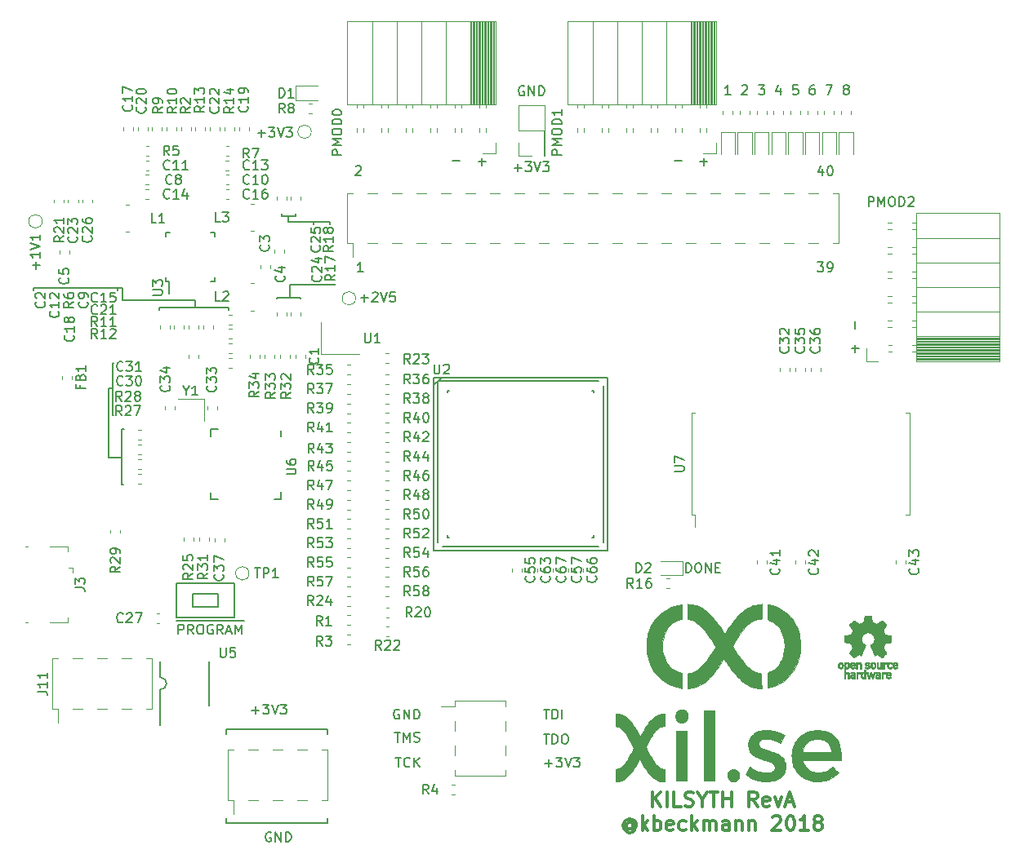
<source format=gbr>
G04 #@! TF.GenerationSoftware,KiCad,Pcbnew,5.0.1*
G04 #@! TF.CreationDate,2018-12-10T01:09:05+01:00*
G04 #@! TF.ProjectId,Kilsyth,4B696C737974682E6B696361645F7063,rev?*
G04 #@! TF.SameCoordinates,Original*
G04 #@! TF.FileFunction,Legend,Top*
G04 #@! TF.FilePolarity,Positive*
%FSLAX46Y46*%
G04 Gerber Fmt 4.6, Leading zero omitted, Abs format (unit mm)*
G04 Created by KiCad (PCBNEW 5.0.1) date Mon 10 Dec 2018 01:09:05 AM CET*
%MOMM*%
%LPD*%
G01*
G04 APERTURE LIST*
%ADD10C,0.200000*%
%ADD11C,0.150000*%
%ADD12C,0.300000*%
%ADD13C,0.120000*%
%ADD14C,0.010000*%
G04 APERTURE END LIST*
D10*
X81500000Y-127250000D02*
X71500000Y-127250000D01*
X71500000Y-127250000D02*
X71500000Y-126750000D01*
X82000000Y-127250000D02*
X82000000Y-126750000D01*
X81500000Y-127250000D02*
X82000000Y-127250000D01*
X82000000Y-117500000D02*
X82000000Y-118000000D01*
X71500000Y-117500000D02*
X71500000Y-118000000D01*
X72000000Y-117500000D02*
X71500000Y-117500000D01*
X72000000Y-117500000D02*
X82000000Y-117500000D01*
D11*
X74140595Y-115571428D02*
X74902500Y-115571428D01*
X74521547Y-115952380D02*
X74521547Y-115190476D01*
X75283452Y-114952380D02*
X75902500Y-114952380D01*
X75569166Y-115333333D01*
X75712023Y-115333333D01*
X75807261Y-115380952D01*
X75854880Y-115428571D01*
X75902500Y-115523809D01*
X75902500Y-115761904D01*
X75854880Y-115857142D01*
X75807261Y-115904761D01*
X75712023Y-115952380D01*
X75426309Y-115952380D01*
X75331071Y-115904761D01*
X75283452Y-115857142D01*
X76188214Y-114952380D02*
X76521547Y-115952380D01*
X76854880Y-114952380D01*
X77092976Y-114952380D02*
X77712023Y-114952380D01*
X77378690Y-115333333D01*
X77521547Y-115333333D01*
X77616785Y-115380952D01*
X77664404Y-115428571D01*
X77712023Y-115523809D01*
X77712023Y-115761904D01*
X77664404Y-115857142D01*
X77616785Y-115904761D01*
X77521547Y-115952380D01*
X77235833Y-115952380D01*
X77140595Y-115904761D01*
X77092976Y-115857142D01*
X76116785Y-128250000D02*
X76021547Y-128202380D01*
X75878690Y-128202380D01*
X75735833Y-128250000D01*
X75640595Y-128345238D01*
X75592976Y-128440476D01*
X75545357Y-128630952D01*
X75545357Y-128773809D01*
X75592976Y-128964285D01*
X75640595Y-129059523D01*
X75735833Y-129154761D01*
X75878690Y-129202380D01*
X75973928Y-129202380D01*
X76116785Y-129154761D01*
X76164404Y-129107142D01*
X76164404Y-128773809D01*
X75973928Y-128773809D01*
X76592976Y-129202380D02*
X76592976Y-128202380D01*
X77164404Y-129202380D01*
X77164404Y-128202380D01*
X77640595Y-129202380D02*
X77640595Y-128202380D01*
X77878690Y-128202380D01*
X78021547Y-128250000D01*
X78116785Y-128345238D01*
X78164404Y-128440476D01*
X78212023Y-128630952D01*
X78212023Y-128773809D01*
X78164404Y-128964285D01*
X78116785Y-129059523D01*
X78021547Y-129154761D01*
X77878690Y-129202380D01*
X77640595Y-129202380D01*
X118730952Y-58478571D02*
X117969047Y-58478571D01*
X120619047Y-58621428D02*
X121380952Y-58621428D01*
X121000000Y-59002380D02*
X121000000Y-58240476D01*
X95730952Y-58478571D02*
X94969047Y-58478571D01*
X97619047Y-58621428D02*
X98380952Y-58621428D01*
X98000000Y-59002380D02*
X98000000Y-58240476D01*
D12*
X113628571Y-127314285D02*
X113557142Y-127242857D01*
X113414285Y-127171428D01*
X113271428Y-127171428D01*
X113128571Y-127242857D01*
X113057142Y-127314285D01*
X112985714Y-127457142D01*
X112985714Y-127600000D01*
X113057142Y-127742857D01*
X113128571Y-127814285D01*
X113271428Y-127885714D01*
X113414285Y-127885714D01*
X113557142Y-127814285D01*
X113628571Y-127742857D01*
X113628571Y-127171428D02*
X113628571Y-127742857D01*
X113700000Y-127814285D01*
X113771428Y-127814285D01*
X113914285Y-127742857D01*
X113985714Y-127600000D01*
X113985714Y-127242857D01*
X113842857Y-127028571D01*
X113628571Y-126885714D01*
X113342857Y-126814285D01*
X113057142Y-126885714D01*
X112842857Y-127028571D01*
X112700000Y-127242857D01*
X112628571Y-127528571D01*
X112700000Y-127814285D01*
X112842857Y-128028571D01*
X113057142Y-128171428D01*
X113342857Y-128242857D01*
X113628571Y-128171428D01*
X113842857Y-128028571D01*
X114628571Y-128028571D02*
X114628571Y-126528571D01*
X114771428Y-127457142D02*
X115200000Y-128028571D01*
X115200000Y-127028571D02*
X114628571Y-127600000D01*
X115842857Y-128028571D02*
X115842857Y-126528571D01*
X115842857Y-127100000D02*
X115985714Y-127028571D01*
X116271428Y-127028571D01*
X116414285Y-127100000D01*
X116485714Y-127171428D01*
X116557142Y-127314285D01*
X116557142Y-127742857D01*
X116485714Y-127885714D01*
X116414285Y-127957142D01*
X116271428Y-128028571D01*
X115985714Y-128028571D01*
X115842857Y-127957142D01*
X117771428Y-127957142D02*
X117628571Y-128028571D01*
X117342857Y-128028571D01*
X117200000Y-127957142D01*
X117128571Y-127814285D01*
X117128571Y-127242857D01*
X117200000Y-127100000D01*
X117342857Y-127028571D01*
X117628571Y-127028571D01*
X117771428Y-127100000D01*
X117842857Y-127242857D01*
X117842857Y-127385714D01*
X117128571Y-127528571D01*
X119128571Y-127957142D02*
X118985714Y-128028571D01*
X118700000Y-128028571D01*
X118557142Y-127957142D01*
X118485714Y-127885714D01*
X118414285Y-127742857D01*
X118414285Y-127314285D01*
X118485714Y-127171428D01*
X118557142Y-127100000D01*
X118700000Y-127028571D01*
X118985714Y-127028571D01*
X119128571Y-127100000D01*
X119771428Y-128028571D02*
X119771428Y-126528571D01*
X119914285Y-127457142D02*
X120342857Y-128028571D01*
X120342857Y-127028571D02*
X119771428Y-127600000D01*
X120985714Y-128028571D02*
X120985714Y-127028571D01*
X120985714Y-127171428D02*
X121057142Y-127100000D01*
X121200000Y-127028571D01*
X121414285Y-127028571D01*
X121557142Y-127100000D01*
X121628571Y-127242857D01*
X121628571Y-128028571D01*
X121628571Y-127242857D02*
X121700000Y-127100000D01*
X121842857Y-127028571D01*
X122057142Y-127028571D01*
X122200000Y-127100000D01*
X122271428Y-127242857D01*
X122271428Y-128028571D01*
X123628571Y-128028571D02*
X123628571Y-127242857D01*
X123557142Y-127100000D01*
X123414285Y-127028571D01*
X123128571Y-127028571D01*
X122985714Y-127100000D01*
X123628571Y-127957142D02*
X123485714Y-128028571D01*
X123128571Y-128028571D01*
X122985714Y-127957142D01*
X122914285Y-127814285D01*
X122914285Y-127671428D01*
X122985714Y-127528571D01*
X123128571Y-127457142D01*
X123485714Y-127457142D01*
X123628571Y-127385714D01*
X124342857Y-127028571D02*
X124342857Y-128028571D01*
X124342857Y-127171428D02*
X124414285Y-127100000D01*
X124557142Y-127028571D01*
X124771428Y-127028571D01*
X124914285Y-127100000D01*
X124985714Y-127242857D01*
X124985714Y-128028571D01*
X125700000Y-127028571D02*
X125700000Y-128028571D01*
X125700000Y-127171428D02*
X125771428Y-127100000D01*
X125914285Y-127028571D01*
X126128571Y-127028571D01*
X126271428Y-127100000D01*
X126342857Y-127242857D01*
X126342857Y-128028571D01*
X128128571Y-126671428D02*
X128200000Y-126600000D01*
X128342857Y-126528571D01*
X128700000Y-126528571D01*
X128842857Y-126600000D01*
X128914285Y-126671428D01*
X128985714Y-126814285D01*
X128985714Y-126957142D01*
X128914285Y-127171428D01*
X128057142Y-128028571D01*
X128985714Y-128028571D01*
X129914285Y-126528571D02*
X130057142Y-126528571D01*
X130200000Y-126600000D01*
X130271428Y-126671428D01*
X130342857Y-126814285D01*
X130414285Y-127100000D01*
X130414285Y-127457142D01*
X130342857Y-127742857D01*
X130271428Y-127885714D01*
X130200000Y-127957142D01*
X130057142Y-128028571D01*
X129914285Y-128028571D01*
X129771428Y-127957142D01*
X129700000Y-127885714D01*
X129628571Y-127742857D01*
X129557142Y-127457142D01*
X129557142Y-127100000D01*
X129628571Y-126814285D01*
X129700000Y-126671428D01*
X129771428Y-126600000D01*
X129914285Y-126528571D01*
X131842857Y-128028571D02*
X130985714Y-128028571D01*
X131414285Y-128028571D02*
X131414285Y-126528571D01*
X131271428Y-126742857D01*
X131128571Y-126885714D01*
X130985714Y-126957142D01*
X132700000Y-127171428D02*
X132557142Y-127100000D01*
X132485714Y-127028571D01*
X132414285Y-126885714D01*
X132414285Y-126814285D01*
X132485714Y-126671428D01*
X132557142Y-126600000D01*
X132700000Y-126528571D01*
X132985714Y-126528571D01*
X133128571Y-126600000D01*
X133200000Y-126671428D01*
X133271428Y-126814285D01*
X133271428Y-126885714D01*
X133200000Y-127028571D01*
X133128571Y-127100000D01*
X132985714Y-127171428D01*
X132700000Y-127171428D01*
X132557142Y-127242857D01*
X132485714Y-127314285D01*
X132414285Y-127457142D01*
X132414285Y-127742857D01*
X132485714Y-127885714D01*
X132557142Y-127957142D01*
X132700000Y-128028571D01*
X132985714Y-128028571D01*
X133128571Y-127957142D01*
X133200000Y-127885714D01*
X133271428Y-127742857D01*
X133271428Y-127457142D01*
X133200000Y-127314285D01*
X133128571Y-127242857D01*
X132985714Y-127171428D01*
D11*
X135654761Y-51080952D02*
X135559523Y-51033333D01*
X135511904Y-50985714D01*
X135464285Y-50890476D01*
X135464285Y-50842857D01*
X135511904Y-50747619D01*
X135559523Y-50700000D01*
X135654761Y-50652380D01*
X135845238Y-50652380D01*
X135940476Y-50700000D01*
X135988095Y-50747619D01*
X136035714Y-50842857D01*
X136035714Y-50890476D01*
X135988095Y-50985714D01*
X135940476Y-51033333D01*
X135845238Y-51080952D01*
X135654761Y-51080952D01*
X135559523Y-51128571D01*
X135511904Y-51176190D01*
X135464285Y-51271428D01*
X135464285Y-51461904D01*
X135511904Y-51557142D01*
X135559523Y-51604761D01*
X135654761Y-51652380D01*
X135845238Y-51652380D01*
X135940476Y-51604761D01*
X135988095Y-51557142D01*
X136035714Y-51461904D01*
X136035714Y-51271428D01*
X135988095Y-51176190D01*
X135940476Y-51128571D01*
X135845238Y-51080952D01*
X133666666Y-50652380D02*
X134333333Y-50652380D01*
X133904761Y-51652380D01*
X132440476Y-50652380D02*
X132250000Y-50652380D01*
X132154761Y-50700000D01*
X132107142Y-50747619D01*
X132011904Y-50890476D01*
X131964285Y-51080952D01*
X131964285Y-51461904D01*
X132011904Y-51557142D01*
X132059523Y-51604761D01*
X132154761Y-51652380D01*
X132345238Y-51652380D01*
X132440476Y-51604761D01*
X132488095Y-51557142D01*
X132535714Y-51461904D01*
X132535714Y-51223809D01*
X132488095Y-51128571D01*
X132440476Y-51080952D01*
X132345238Y-51033333D01*
X132154761Y-51033333D01*
X132059523Y-51080952D01*
X132011904Y-51128571D01*
X131964285Y-51223809D01*
X130738095Y-50652380D02*
X130261904Y-50652380D01*
X130214285Y-51128571D01*
X130261904Y-51080952D01*
X130357142Y-51033333D01*
X130595238Y-51033333D01*
X130690476Y-51080952D01*
X130738095Y-51128571D01*
X130785714Y-51223809D01*
X130785714Y-51461904D01*
X130738095Y-51557142D01*
X130690476Y-51604761D01*
X130595238Y-51652380D01*
X130357142Y-51652380D01*
X130261904Y-51604761D01*
X130214285Y-51557142D01*
X128940476Y-50985714D02*
X128940476Y-51652380D01*
X128702380Y-50604761D02*
X128464285Y-51319047D01*
X129083333Y-51319047D01*
X126666666Y-50652380D02*
X127285714Y-50652380D01*
X126952380Y-51033333D01*
X127095238Y-51033333D01*
X127190476Y-51080952D01*
X127238095Y-51128571D01*
X127285714Y-51223809D01*
X127285714Y-51461904D01*
X127238095Y-51557142D01*
X127190476Y-51604761D01*
X127095238Y-51652380D01*
X126809523Y-51652380D01*
X126714285Y-51604761D01*
X126666666Y-51557142D01*
X124964285Y-50747619D02*
X125011904Y-50700000D01*
X125107142Y-50652380D01*
X125345238Y-50652380D01*
X125440476Y-50700000D01*
X125488095Y-50747619D01*
X125535714Y-50842857D01*
X125535714Y-50938095D01*
X125488095Y-51080952D01*
X124916666Y-51652380D01*
X125535714Y-51652380D01*
X123785714Y-51652380D02*
X123214285Y-51652380D01*
X123500000Y-51652380D02*
X123500000Y-50652380D01*
X123404761Y-50795238D01*
X123309523Y-50890476D01*
X123214285Y-50938095D01*
D12*
X115700000Y-125528571D02*
X115700000Y-124028571D01*
X116557142Y-125528571D02*
X115914285Y-124671428D01*
X116557142Y-124028571D02*
X115700000Y-124885714D01*
X117200000Y-125528571D02*
X117200000Y-124028571D01*
X118628571Y-125528571D02*
X117914285Y-125528571D01*
X117914285Y-124028571D01*
X119057142Y-125457142D02*
X119271428Y-125528571D01*
X119628571Y-125528571D01*
X119771428Y-125457142D01*
X119842857Y-125385714D01*
X119914285Y-125242857D01*
X119914285Y-125100000D01*
X119842857Y-124957142D01*
X119771428Y-124885714D01*
X119628571Y-124814285D01*
X119342857Y-124742857D01*
X119200000Y-124671428D01*
X119128571Y-124600000D01*
X119057142Y-124457142D01*
X119057142Y-124314285D01*
X119128571Y-124171428D01*
X119200000Y-124100000D01*
X119342857Y-124028571D01*
X119700000Y-124028571D01*
X119914285Y-124100000D01*
X120842857Y-124814285D02*
X120842857Y-125528571D01*
X120342857Y-124028571D02*
X120842857Y-124814285D01*
X121342857Y-124028571D01*
X121628571Y-124028571D02*
X122485714Y-124028571D01*
X122057142Y-125528571D02*
X122057142Y-124028571D01*
X122985714Y-125528571D02*
X122985714Y-124028571D01*
X122985714Y-124742857D02*
X123842857Y-124742857D01*
X123842857Y-125528571D02*
X123842857Y-124028571D01*
X126557142Y-125528571D02*
X126057142Y-124814285D01*
X125700000Y-125528571D02*
X125700000Y-124028571D01*
X126271428Y-124028571D01*
X126414285Y-124100000D01*
X126485714Y-124171428D01*
X126557142Y-124314285D01*
X126557142Y-124528571D01*
X126485714Y-124671428D01*
X126414285Y-124742857D01*
X126271428Y-124814285D01*
X125700000Y-124814285D01*
X127771428Y-125457142D02*
X127628571Y-125528571D01*
X127342857Y-125528571D01*
X127200000Y-125457142D01*
X127128571Y-125314285D01*
X127128571Y-124742857D01*
X127200000Y-124600000D01*
X127342857Y-124528571D01*
X127628571Y-124528571D01*
X127771428Y-124600000D01*
X127842857Y-124742857D01*
X127842857Y-124885714D01*
X127128571Y-125028571D01*
X128342857Y-124528571D02*
X128700000Y-125528571D01*
X129057142Y-124528571D01*
X129557142Y-125100000D02*
X130271428Y-125100000D01*
X129414285Y-125528571D02*
X129914285Y-124028571D01*
X130414285Y-125528571D01*
D11*
X138066666Y-63252380D02*
X138066666Y-62252380D01*
X138447619Y-62252380D01*
X138542857Y-62300000D01*
X138590476Y-62347619D01*
X138638095Y-62442857D01*
X138638095Y-62585714D01*
X138590476Y-62680952D01*
X138542857Y-62728571D01*
X138447619Y-62776190D01*
X138066666Y-62776190D01*
X139066666Y-63252380D02*
X139066666Y-62252380D01*
X139400000Y-62966666D01*
X139733333Y-62252380D01*
X139733333Y-63252380D01*
X140400000Y-62252380D02*
X140590476Y-62252380D01*
X140685714Y-62300000D01*
X140780952Y-62395238D01*
X140828571Y-62585714D01*
X140828571Y-62919047D01*
X140780952Y-63109523D01*
X140685714Y-63204761D01*
X140590476Y-63252380D01*
X140400000Y-63252380D01*
X140304761Y-63204761D01*
X140209523Y-63109523D01*
X140161904Y-62919047D01*
X140161904Y-62585714D01*
X140209523Y-62395238D01*
X140304761Y-62300000D01*
X140400000Y-62252380D01*
X141257142Y-63252380D02*
X141257142Y-62252380D01*
X141495238Y-62252380D01*
X141638095Y-62300000D01*
X141733333Y-62395238D01*
X141780952Y-62490476D01*
X141828571Y-62680952D01*
X141828571Y-62823809D01*
X141780952Y-63014285D01*
X141733333Y-63109523D01*
X141638095Y-63204761D01*
X141495238Y-63252380D01*
X141257142Y-63252380D01*
X142209523Y-62347619D02*
X142257142Y-62300000D01*
X142352380Y-62252380D01*
X142590476Y-62252380D01*
X142685714Y-62300000D01*
X142733333Y-62347619D01*
X142780952Y-62442857D01*
X142780952Y-62538095D01*
X142733333Y-62680952D01*
X142161904Y-63252380D01*
X142780952Y-63252380D01*
X106252380Y-57933333D02*
X105252380Y-57933333D01*
X105252380Y-57552380D01*
X105300000Y-57457142D01*
X105347619Y-57409523D01*
X105442857Y-57361904D01*
X105585714Y-57361904D01*
X105680952Y-57409523D01*
X105728571Y-57457142D01*
X105776190Y-57552380D01*
X105776190Y-57933333D01*
X106252380Y-56933333D02*
X105252380Y-56933333D01*
X105966666Y-56600000D01*
X105252380Y-56266666D01*
X106252380Y-56266666D01*
X105252380Y-55600000D02*
X105252380Y-55409523D01*
X105300000Y-55314285D01*
X105395238Y-55219047D01*
X105585714Y-55171428D01*
X105919047Y-55171428D01*
X106109523Y-55219047D01*
X106204761Y-55314285D01*
X106252380Y-55409523D01*
X106252380Y-55600000D01*
X106204761Y-55695238D01*
X106109523Y-55790476D01*
X105919047Y-55838095D01*
X105585714Y-55838095D01*
X105395238Y-55790476D01*
X105300000Y-55695238D01*
X105252380Y-55600000D01*
X106252380Y-54742857D02*
X105252380Y-54742857D01*
X105252380Y-54504761D01*
X105300000Y-54361904D01*
X105395238Y-54266666D01*
X105490476Y-54219047D01*
X105680952Y-54171428D01*
X105823809Y-54171428D01*
X106014285Y-54219047D01*
X106109523Y-54266666D01*
X106204761Y-54361904D01*
X106252380Y-54504761D01*
X106252380Y-54742857D01*
X106252380Y-53219047D02*
X106252380Y-53790476D01*
X106252380Y-53504761D02*
X105252380Y-53504761D01*
X105395238Y-53600000D01*
X105490476Y-53695238D01*
X105538095Y-53790476D01*
X83452380Y-57933333D02*
X82452380Y-57933333D01*
X82452380Y-57552380D01*
X82500000Y-57457142D01*
X82547619Y-57409523D01*
X82642857Y-57361904D01*
X82785714Y-57361904D01*
X82880952Y-57409523D01*
X82928571Y-57457142D01*
X82976190Y-57552380D01*
X82976190Y-57933333D01*
X83452380Y-56933333D02*
X82452380Y-56933333D01*
X83166666Y-56600000D01*
X82452380Y-56266666D01*
X83452380Y-56266666D01*
X82452380Y-55600000D02*
X82452380Y-55409523D01*
X82500000Y-55314285D01*
X82595238Y-55219047D01*
X82785714Y-55171428D01*
X83119047Y-55171428D01*
X83309523Y-55219047D01*
X83404761Y-55314285D01*
X83452380Y-55409523D01*
X83452380Y-55600000D01*
X83404761Y-55695238D01*
X83309523Y-55790476D01*
X83119047Y-55838095D01*
X82785714Y-55838095D01*
X82595238Y-55790476D01*
X82500000Y-55695238D01*
X82452380Y-55600000D01*
X83452380Y-54742857D02*
X82452380Y-54742857D01*
X82452380Y-54504761D01*
X82500000Y-54361904D01*
X82595238Y-54266666D01*
X82690476Y-54219047D01*
X82880952Y-54171428D01*
X83023809Y-54171428D01*
X83214285Y-54219047D01*
X83309523Y-54266666D01*
X83404761Y-54361904D01*
X83452380Y-54504761D01*
X83452380Y-54742857D01*
X82452380Y-53552380D02*
X82452380Y-53457142D01*
X82500000Y-53361904D01*
X82547619Y-53314285D01*
X82642857Y-53266666D01*
X82833333Y-53219047D01*
X83071428Y-53219047D01*
X83261904Y-53266666D01*
X83357142Y-53314285D01*
X83404761Y-53361904D01*
X83452380Y-53457142D01*
X83452380Y-53552380D01*
X83404761Y-53647619D01*
X83357142Y-53695238D01*
X83261904Y-53742857D01*
X83071428Y-53790476D01*
X82833333Y-53790476D01*
X82642857Y-53742857D01*
X82547619Y-53695238D01*
X82500000Y-53647619D01*
X82452380Y-53552380D01*
X136671428Y-75980952D02*
X136671428Y-75219047D01*
X136671428Y-78380952D02*
X136671428Y-77619047D01*
X137052380Y-78000000D02*
X136290476Y-78000000D01*
X84914285Y-59147619D02*
X84961904Y-59100000D01*
X85057142Y-59052380D01*
X85295238Y-59052380D01*
X85390476Y-59100000D01*
X85438095Y-59147619D01*
X85485714Y-59242857D01*
X85485714Y-59338095D01*
X85438095Y-59480952D01*
X84866666Y-60052380D01*
X85485714Y-60052380D01*
X133314285Y-59385714D02*
X133314285Y-60052380D01*
X133076190Y-59004761D02*
X132838095Y-59719047D01*
X133457142Y-59719047D01*
X134028571Y-59052380D02*
X134123809Y-59052380D01*
X134219047Y-59100000D01*
X134266666Y-59147619D01*
X134314285Y-59242857D01*
X134361904Y-59433333D01*
X134361904Y-59671428D01*
X134314285Y-59861904D01*
X134266666Y-59957142D01*
X134219047Y-60004761D01*
X134123809Y-60052380D01*
X134028571Y-60052380D01*
X133933333Y-60004761D01*
X133885714Y-59957142D01*
X133838095Y-59861904D01*
X133790476Y-59671428D01*
X133790476Y-59433333D01*
X133838095Y-59242857D01*
X133885714Y-59147619D01*
X133933333Y-59100000D01*
X134028571Y-59052380D01*
X132790476Y-69052380D02*
X133409523Y-69052380D01*
X133076190Y-69433333D01*
X133219047Y-69433333D01*
X133314285Y-69480952D01*
X133361904Y-69528571D01*
X133409523Y-69623809D01*
X133409523Y-69861904D01*
X133361904Y-69957142D01*
X133314285Y-70004761D01*
X133219047Y-70052380D01*
X132933333Y-70052380D01*
X132838095Y-70004761D01*
X132790476Y-69957142D01*
X133885714Y-70052380D02*
X134076190Y-70052380D01*
X134171428Y-70004761D01*
X134219047Y-69957142D01*
X134314285Y-69814285D01*
X134361904Y-69623809D01*
X134361904Y-69242857D01*
X134314285Y-69147619D01*
X134266666Y-69100000D01*
X134171428Y-69052380D01*
X133980952Y-69052380D01*
X133885714Y-69100000D01*
X133838095Y-69147619D01*
X133790476Y-69242857D01*
X133790476Y-69480952D01*
X133838095Y-69576190D01*
X133885714Y-69623809D01*
X133980952Y-69671428D01*
X134171428Y-69671428D01*
X134266666Y-69623809D01*
X134314285Y-69576190D01*
X134361904Y-69480952D01*
X85685714Y-70052380D02*
X85114285Y-70052380D01*
X85400000Y-70052380D02*
X85400000Y-69052380D01*
X85304761Y-69195238D01*
X85209523Y-69290476D01*
X85114285Y-69338095D01*
X89035833Y-120452380D02*
X89607261Y-120452380D01*
X89321547Y-121452380D02*
X89321547Y-120452380D01*
X90512023Y-121357142D02*
X90464404Y-121404761D01*
X90321547Y-121452380D01*
X90226309Y-121452380D01*
X90083452Y-121404761D01*
X89988214Y-121309523D01*
X89940595Y-121214285D01*
X89892976Y-121023809D01*
X89892976Y-120880952D01*
X89940595Y-120690476D01*
X89988214Y-120595238D01*
X90083452Y-120500000D01*
X90226309Y-120452380D01*
X90321547Y-120452380D01*
X90464404Y-120500000D01*
X90512023Y-120547619D01*
X90940595Y-121452380D02*
X90940595Y-120452380D01*
X91512023Y-121452380D02*
X91083452Y-120880952D01*
X91512023Y-120452380D02*
X90940595Y-121023809D01*
X88940595Y-117852380D02*
X89512023Y-117852380D01*
X89226309Y-118852380D02*
X89226309Y-117852380D01*
X89845357Y-118852380D02*
X89845357Y-117852380D01*
X90178690Y-118566666D01*
X90512023Y-117852380D01*
X90512023Y-118852380D01*
X90940595Y-118804761D02*
X91083452Y-118852380D01*
X91321547Y-118852380D01*
X91416785Y-118804761D01*
X91464404Y-118757142D01*
X91512023Y-118661904D01*
X91512023Y-118566666D01*
X91464404Y-118471428D01*
X91416785Y-118423809D01*
X91321547Y-118376190D01*
X91131071Y-118328571D01*
X91035833Y-118280952D01*
X90988214Y-118233333D01*
X90940595Y-118138095D01*
X90940595Y-118042857D01*
X90988214Y-117947619D01*
X91035833Y-117900000D01*
X91131071Y-117852380D01*
X91369166Y-117852380D01*
X91512023Y-117900000D01*
X89416785Y-115500000D02*
X89321547Y-115452380D01*
X89178690Y-115452380D01*
X89035833Y-115500000D01*
X88940595Y-115595238D01*
X88892976Y-115690476D01*
X88845357Y-115880952D01*
X88845357Y-116023809D01*
X88892976Y-116214285D01*
X88940595Y-116309523D01*
X89035833Y-116404761D01*
X89178690Y-116452380D01*
X89273928Y-116452380D01*
X89416785Y-116404761D01*
X89464404Y-116357142D01*
X89464404Y-116023809D01*
X89273928Y-116023809D01*
X89892976Y-116452380D02*
X89892976Y-115452380D01*
X90464404Y-116452380D01*
X90464404Y-115452380D01*
X90940595Y-116452380D02*
X90940595Y-115452380D01*
X91178690Y-115452380D01*
X91321547Y-115500000D01*
X91416785Y-115595238D01*
X91464404Y-115690476D01*
X91512023Y-115880952D01*
X91512023Y-116023809D01*
X91464404Y-116214285D01*
X91416785Y-116309523D01*
X91321547Y-116404761D01*
X91178690Y-116452380D01*
X90940595Y-116452380D01*
X104535595Y-121071428D02*
X105297500Y-121071428D01*
X104916547Y-121452380D02*
X104916547Y-120690476D01*
X105678452Y-120452380D02*
X106297500Y-120452380D01*
X105964166Y-120833333D01*
X106107023Y-120833333D01*
X106202261Y-120880952D01*
X106249880Y-120928571D01*
X106297500Y-121023809D01*
X106297500Y-121261904D01*
X106249880Y-121357142D01*
X106202261Y-121404761D01*
X106107023Y-121452380D01*
X105821309Y-121452380D01*
X105726071Y-121404761D01*
X105678452Y-121357142D01*
X106583214Y-120452380D02*
X106916547Y-121452380D01*
X107249880Y-120452380D01*
X107487976Y-120452380D02*
X108107023Y-120452380D01*
X107773690Y-120833333D01*
X107916547Y-120833333D01*
X108011785Y-120880952D01*
X108059404Y-120928571D01*
X108107023Y-121023809D01*
X108107023Y-121261904D01*
X108059404Y-121357142D01*
X108011785Y-121404761D01*
X107916547Y-121452380D01*
X107630833Y-121452380D01*
X107535595Y-121404761D01*
X107487976Y-121357142D01*
X104392738Y-118052380D02*
X104964166Y-118052380D01*
X104678452Y-119052380D02*
X104678452Y-118052380D01*
X105297500Y-119052380D02*
X105297500Y-118052380D01*
X105535595Y-118052380D01*
X105678452Y-118100000D01*
X105773690Y-118195238D01*
X105821309Y-118290476D01*
X105868928Y-118480952D01*
X105868928Y-118623809D01*
X105821309Y-118814285D01*
X105773690Y-118909523D01*
X105678452Y-119004761D01*
X105535595Y-119052380D01*
X105297500Y-119052380D01*
X106487976Y-118052380D02*
X106678452Y-118052380D01*
X106773690Y-118100000D01*
X106868928Y-118195238D01*
X106916547Y-118385714D01*
X106916547Y-118719047D01*
X106868928Y-118909523D01*
X106773690Y-119004761D01*
X106678452Y-119052380D01*
X106487976Y-119052380D01*
X106392738Y-119004761D01*
X106297500Y-118909523D01*
X106249880Y-118719047D01*
X106249880Y-118385714D01*
X106297500Y-118195238D01*
X106392738Y-118100000D01*
X106487976Y-118052380D01*
X104392738Y-115452380D02*
X104964166Y-115452380D01*
X104678452Y-116452380D02*
X104678452Y-115452380D01*
X105297500Y-116452380D02*
X105297500Y-115452380D01*
X105535595Y-115452380D01*
X105678452Y-115500000D01*
X105773690Y-115595238D01*
X105821309Y-115690476D01*
X105868928Y-115880952D01*
X105868928Y-116023809D01*
X105821309Y-116214285D01*
X105773690Y-116309523D01*
X105678452Y-116404761D01*
X105535595Y-116452380D01*
X105297500Y-116452380D01*
X106297500Y-116452380D02*
X106297500Y-115452380D01*
X66276190Y-106285000D02*
X67276190Y-106285000D01*
X66514285Y-107652380D02*
X66514285Y-106652380D01*
X66895238Y-106652380D01*
X66990476Y-106700000D01*
X67038095Y-106747619D01*
X67085714Y-106842857D01*
X67085714Y-106985714D01*
X67038095Y-107080952D01*
X66990476Y-107128571D01*
X66895238Y-107176190D01*
X66514285Y-107176190D01*
X67276190Y-106285000D02*
X68276190Y-106285000D01*
X68085714Y-107652380D02*
X67752380Y-107176190D01*
X67514285Y-107652380D02*
X67514285Y-106652380D01*
X67895238Y-106652380D01*
X67990476Y-106700000D01*
X68038095Y-106747619D01*
X68085714Y-106842857D01*
X68085714Y-106985714D01*
X68038095Y-107080952D01*
X67990476Y-107128571D01*
X67895238Y-107176190D01*
X67514285Y-107176190D01*
X68276190Y-106285000D02*
X69323809Y-106285000D01*
X68704761Y-106652380D02*
X68895238Y-106652380D01*
X68990476Y-106700000D01*
X69085714Y-106795238D01*
X69133333Y-106985714D01*
X69133333Y-107319047D01*
X69085714Y-107509523D01*
X68990476Y-107604761D01*
X68895238Y-107652380D01*
X68704761Y-107652380D01*
X68609523Y-107604761D01*
X68514285Y-107509523D01*
X68466666Y-107319047D01*
X68466666Y-106985714D01*
X68514285Y-106795238D01*
X68609523Y-106700000D01*
X68704761Y-106652380D01*
X69323809Y-106285000D02*
X70323809Y-106285000D01*
X70085714Y-106700000D02*
X69990476Y-106652380D01*
X69847619Y-106652380D01*
X69704761Y-106700000D01*
X69609523Y-106795238D01*
X69561904Y-106890476D01*
X69514285Y-107080952D01*
X69514285Y-107223809D01*
X69561904Y-107414285D01*
X69609523Y-107509523D01*
X69704761Y-107604761D01*
X69847619Y-107652380D01*
X69942857Y-107652380D01*
X70085714Y-107604761D01*
X70133333Y-107557142D01*
X70133333Y-107223809D01*
X69942857Y-107223809D01*
X70323809Y-106285000D02*
X71323809Y-106285000D01*
X71133333Y-107652380D02*
X70800000Y-107176190D01*
X70561904Y-107652380D02*
X70561904Y-106652380D01*
X70942857Y-106652380D01*
X71038095Y-106700000D01*
X71085714Y-106747619D01*
X71133333Y-106842857D01*
X71133333Y-106985714D01*
X71085714Y-107080952D01*
X71038095Y-107128571D01*
X70942857Y-107176190D01*
X70561904Y-107176190D01*
X71323809Y-106285000D02*
X72180952Y-106285000D01*
X71514285Y-107366666D02*
X71990476Y-107366666D01*
X71419047Y-107652380D02*
X71752380Y-106652380D01*
X72085714Y-107652380D01*
X72180952Y-106285000D02*
X73323809Y-106285000D01*
X72419047Y-107652380D02*
X72419047Y-106652380D01*
X72752380Y-107366666D01*
X73085714Y-106652380D01*
X73085714Y-107652380D01*
X119138095Y-101252380D02*
X119138095Y-100252380D01*
X119376190Y-100252380D01*
X119519047Y-100300000D01*
X119614285Y-100395238D01*
X119661904Y-100490476D01*
X119709523Y-100680952D01*
X119709523Y-100823809D01*
X119661904Y-101014285D01*
X119614285Y-101109523D01*
X119519047Y-101204761D01*
X119376190Y-101252380D01*
X119138095Y-101252380D01*
X120328571Y-100252380D02*
X120519047Y-100252380D01*
X120614285Y-100300000D01*
X120709523Y-100395238D01*
X120757142Y-100585714D01*
X120757142Y-100919047D01*
X120709523Y-101109523D01*
X120614285Y-101204761D01*
X120519047Y-101252380D01*
X120328571Y-101252380D01*
X120233333Y-101204761D01*
X120138095Y-101109523D01*
X120090476Y-100919047D01*
X120090476Y-100585714D01*
X120138095Y-100395238D01*
X120233333Y-100300000D01*
X120328571Y-100252380D01*
X121185714Y-101252380D02*
X121185714Y-100252380D01*
X121757142Y-101252380D01*
X121757142Y-100252380D01*
X122233333Y-100728571D02*
X122566666Y-100728571D01*
X122709523Y-101252380D02*
X122233333Y-101252380D01*
X122233333Y-100252380D01*
X122709523Y-100252380D01*
X102362095Y-50808000D02*
X102266857Y-50760380D01*
X102124000Y-50760380D01*
X101981142Y-50808000D01*
X101885904Y-50903238D01*
X101838285Y-50998476D01*
X101790666Y-51188952D01*
X101790666Y-51331809D01*
X101838285Y-51522285D01*
X101885904Y-51617523D01*
X101981142Y-51712761D01*
X102124000Y-51760380D01*
X102219238Y-51760380D01*
X102362095Y-51712761D01*
X102409714Y-51665142D01*
X102409714Y-51331809D01*
X102219238Y-51331809D01*
X102838285Y-51760380D02*
X102838285Y-50760380D01*
X103409714Y-51760380D01*
X103409714Y-50760380D01*
X103885904Y-51760380D02*
X103885904Y-50760380D01*
X104124000Y-50760380D01*
X104266857Y-50808000D01*
X104362095Y-50903238D01*
X104409714Y-50998476D01*
X104457333Y-51188952D01*
X104457333Y-51331809D01*
X104409714Y-51522285D01*
X104362095Y-51617523D01*
X104266857Y-51712761D01*
X104124000Y-51760380D01*
X103885904Y-51760380D01*
X101362095Y-59253428D02*
X102124000Y-59253428D01*
X101743047Y-59634380D02*
X101743047Y-58872476D01*
X102504952Y-58634380D02*
X103124000Y-58634380D01*
X102790666Y-59015333D01*
X102933523Y-59015333D01*
X103028761Y-59062952D01*
X103076380Y-59110571D01*
X103124000Y-59205809D01*
X103124000Y-59443904D01*
X103076380Y-59539142D01*
X103028761Y-59586761D01*
X102933523Y-59634380D01*
X102647809Y-59634380D01*
X102552571Y-59586761D01*
X102504952Y-59539142D01*
X103409714Y-58634380D02*
X103743047Y-59634380D01*
X104076380Y-58634380D01*
X104314476Y-58634380D02*
X104933523Y-58634380D01*
X104600190Y-59015333D01*
X104743047Y-59015333D01*
X104838285Y-59062952D01*
X104885904Y-59110571D01*
X104933523Y-59205809D01*
X104933523Y-59443904D01*
X104885904Y-59539142D01*
X104838285Y-59586761D01*
X104743047Y-59634380D01*
X104457333Y-59634380D01*
X104362095Y-59586761D01*
X104314476Y-59539142D01*
D10*
X77900000Y-64900000D02*
X77900000Y-64600000D01*
X80500000Y-64900000D02*
X77900000Y-64900000D01*
X71750000Y-73750000D02*
X71750000Y-74000000D01*
X60750000Y-71750000D02*
X60250000Y-71750000D01*
X60750000Y-73000000D02*
X60750000Y-71750000D01*
X68250000Y-73000000D02*
X60750000Y-73000000D01*
X68250000Y-73750000D02*
X71750000Y-73750000D01*
X64500000Y-73750000D02*
X64500000Y-74000000D01*
X68250000Y-73750000D02*
X64500000Y-73750000D01*
X68250000Y-73000000D02*
X68250000Y-73750000D01*
X60250000Y-71750000D02*
X60250000Y-72000000D01*
X51500000Y-71750000D02*
X60250000Y-71750000D01*
X51500000Y-72000000D02*
X51500000Y-71750000D01*
X78100000Y-71400000D02*
X78100000Y-72200000D01*
X79000000Y-71400000D02*
X78100000Y-71400000D01*
X76700000Y-72700000D02*
X76700000Y-72800000D01*
X79200000Y-72700000D02*
X79200000Y-72800000D01*
X80400000Y-71400000D02*
X80400000Y-71300000D01*
X82700000Y-71400000D02*
X82700000Y-71300000D01*
X79000000Y-71400000D02*
X82700000Y-71400000D01*
X78100000Y-72700000D02*
X78100000Y-72200000D01*
X76700000Y-72700000D02*
X79200000Y-72700000D01*
X59300000Y-89300000D02*
X59300000Y-85300000D01*
X59800000Y-89300000D02*
X59300000Y-89300000D01*
X59800000Y-89300000D02*
X60200000Y-89300000D01*
X59700000Y-79500000D02*
X59800000Y-79500000D01*
X59700000Y-84900000D02*
X59800000Y-84900000D01*
X59700000Y-82100000D02*
X59700000Y-84900000D01*
X59700000Y-82100000D02*
X59700000Y-79500000D01*
X59300000Y-82100000D02*
X59700000Y-82100000D01*
X59300000Y-85700000D02*
X59300000Y-82100000D01*
X60600000Y-89300000D02*
X60200000Y-89300000D01*
X60600000Y-86400000D02*
X60900000Y-86400000D01*
X60600000Y-92100000D02*
X60600000Y-86400000D01*
X60800000Y-92100000D02*
X60600000Y-92100000D01*
D11*
X85438095Y-72771428D02*
X86200000Y-72771428D01*
X85819047Y-73152380D02*
X85819047Y-72390476D01*
X86628571Y-72247619D02*
X86676190Y-72200000D01*
X86771428Y-72152380D01*
X87009523Y-72152380D01*
X87104761Y-72200000D01*
X87152380Y-72247619D01*
X87200000Y-72342857D01*
X87200000Y-72438095D01*
X87152380Y-72580952D01*
X86580952Y-73152380D01*
X87200000Y-73152380D01*
X87485714Y-72152380D02*
X87819047Y-73152380D01*
X88152380Y-72152380D01*
X88961904Y-72152380D02*
X88485714Y-72152380D01*
X88438095Y-72628571D01*
X88485714Y-72580952D01*
X88580952Y-72533333D01*
X88819047Y-72533333D01*
X88914285Y-72580952D01*
X88961904Y-72628571D01*
X89009523Y-72723809D01*
X89009523Y-72961904D01*
X88961904Y-73057142D01*
X88914285Y-73104761D01*
X88819047Y-73152380D01*
X88580952Y-73152380D01*
X88485714Y-73104761D01*
X88438095Y-73057142D01*
X74738095Y-55671428D02*
X75500000Y-55671428D01*
X75119047Y-56052380D02*
X75119047Y-55290476D01*
X75880952Y-55052380D02*
X76500000Y-55052380D01*
X76166666Y-55433333D01*
X76309523Y-55433333D01*
X76404761Y-55480952D01*
X76452380Y-55528571D01*
X76500000Y-55623809D01*
X76500000Y-55861904D01*
X76452380Y-55957142D01*
X76404761Y-56004761D01*
X76309523Y-56052380D01*
X76023809Y-56052380D01*
X75928571Y-56004761D01*
X75880952Y-55957142D01*
X76785714Y-55052380D02*
X77119047Y-56052380D01*
X77452380Y-55052380D01*
X77690476Y-55052380D02*
X78309523Y-55052380D01*
X77976190Y-55433333D01*
X78119047Y-55433333D01*
X78214285Y-55480952D01*
X78261904Y-55528571D01*
X78309523Y-55623809D01*
X78309523Y-55861904D01*
X78261904Y-55957142D01*
X78214285Y-56004761D01*
X78119047Y-56052380D01*
X77833333Y-56052380D01*
X77738095Y-56004761D01*
X77690476Y-55957142D01*
X51771428Y-69761904D02*
X51771428Y-69000000D01*
X52152380Y-69380952D02*
X51390476Y-69380952D01*
X52152380Y-68000000D02*
X52152380Y-68571428D01*
X52152380Y-68285714D02*
X51152380Y-68285714D01*
X51295238Y-68380952D01*
X51390476Y-68476190D01*
X51438095Y-68571428D01*
X51152380Y-67714285D02*
X52152380Y-67380952D01*
X51152380Y-67047619D01*
X52152380Y-66190476D02*
X52152380Y-66761904D01*
X52152380Y-66476190D02*
X51152380Y-66476190D01*
X51295238Y-66571428D01*
X51390476Y-66666666D01*
X51438095Y-66761904D01*
D10*
X82200000Y-64900000D02*
X82200000Y-65100000D01*
X81400000Y-64900000D02*
X82200000Y-64900000D01*
X80500000Y-64900000D02*
X80500000Y-65100000D01*
X81400000Y-64900000D02*
X80500000Y-64900000D01*
X77900000Y-64300000D02*
X77900000Y-64600000D01*
X78700000Y-64300000D02*
X78700000Y-64000000D01*
X77200000Y-64300000D02*
X78700000Y-64300000D01*
X77200000Y-64000000D02*
X77200000Y-64300000D01*
D13*
G04 #@! TO.C,J12*
X71677220Y-124864040D02*
X71677220Y-119664040D01*
X81957220Y-124864040D02*
X81957220Y-119664040D01*
X72247220Y-126304040D02*
X72247220Y-124864040D01*
X71677220Y-124864040D02*
X72247220Y-124864040D01*
X71677220Y-119664040D02*
X72247220Y-119664040D01*
X81387220Y-124864040D02*
X81957220Y-124864040D01*
X81387220Y-119664040D02*
X81957220Y-119664040D01*
X73767220Y-124864040D02*
X74787220Y-124864040D01*
X73767220Y-119664040D02*
X74787220Y-119664040D01*
X76307220Y-124864040D02*
X77327220Y-124864040D01*
X76307220Y-119664040D02*
X77327220Y-119664040D01*
X78847220Y-124864040D02*
X79867220Y-124864040D01*
X78847220Y-119664040D02*
X79867220Y-119664040D01*
G04 #@! TO.C,J11*
X53460000Y-115400000D02*
X53460000Y-110200000D01*
X63740000Y-115400000D02*
X63740000Y-110200000D01*
X54030000Y-116840000D02*
X54030000Y-115400000D01*
X53460000Y-115400000D02*
X54030000Y-115400000D01*
X53460000Y-110200000D02*
X54030000Y-110200000D01*
X63170000Y-115400000D02*
X63740000Y-115400000D01*
X63170000Y-110200000D02*
X63740000Y-110200000D01*
X55550000Y-115400000D02*
X56570000Y-115400000D01*
X55550000Y-110200000D02*
X56570000Y-110200000D01*
X58090000Y-115400000D02*
X59110000Y-115400000D01*
X58090000Y-110200000D02*
X59110000Y-110200000D01*
X60630000Y-115400000D02*
X61650000Y-115400000D01*
X60630000Y-110200000D02*
X61650000Y-110200000D01*
G04 #@! TO.C,J10*
X104454000Y-57972000D02*
X104454000Y-52772000D01*
X104394000Y-57972000D02*
X104454000Y-57972000D01*
X101794000Y-52772000D02*
X104454000Y-52772000D01*
X104394000Y-57972000D02*
X104394000Y-55372000D01*
X104394000Y-55372000D02*
X101794000Y-55372000D01*
X101794000Y-55372000D02*
X101794000Y-52772000D01*
X103124000Y-57972000D02*
X101794000Y-57972000D01*
X101794000Y-57972000D02*
X101794000Y-56642000D01*
G04 #@! TO.C,D9*
X133265000Y-55515000D02*
X133265000Y-57800000D01*
X134735000Y-55515000D02*
X133265000Y-55515000D01*
X134735000Y-57800000D02*
X134735000Y-55515000D01*
G04 #@! TO.C,D7*
X131235000Y-57800000D02*
X131235000Y-55515000D01*
X131235000Y-55515000D02*
X129765000Y-55515000D01*
X129765000Y-55515000D02*
X129765000Y-57800000D01*
G04 #@! TO.C,D10*
X135015000Y-55515000D02*
X135015000Y-57800000D01*
X136485000Y-55515000D02*
X135015000Y-55515000D01*
X136485000Y-57800000D02*
X136485000Y-55515000D01*
G04 #@! TO.C,D5*
X127735000Y-57800000D02*
X127735000Y-55515000D01*
X127735000Y-55515000D02*
X126265000Y-55515000D01*
X126265000Y-55515000D02*
X126265000Y-57800000D01*
G04 #@! TO.C,D6*
X128015000Y-55515000D02*
X128015000Y-57800000D01*
X129485000Y-55515000D02*
X128015000Y-55515000D01*
X129485000Y-57800000D02*
X129485000Y-55515000D01*
G04 #@! TO.C,D4*
X125985000Y-57800000D02*
X125985000Y-55515000D01*
X125985000Y-55515000D02*
X124515000Y-55515000D01*
X124515000Y-55515000D02*
X124515000Y-57800000D01*
G04 #@! TO.C,D3*
X122765000Y-55515000D02*
X122765000Y-57800000D01*
X124235000Y-55515000D02*
X122765000Y-55515000D01*
X124235000Y-57800000D02*
X124235000Y-55515000D01*
G04 #@! TO.C,D8*
X132985000Y-57800000D02*
X132985000Y-55515000D01*
X132985000Y-55515000D02*
X131515000Y-55515000D01*
X131515000Y-55515000D02*
X131515000Y-57800000D01*
G04 #@! TO.C,R26*
X125760000Y-53662779D02*
X125760000Y-53337221D01*
X124740000Y-53662779D02*
X124740000Y-53337221D01*
G04 #@! TO.C,R30*
X126490000Y-53662779D02*
X126490000Y-53337221D01*
X127510000Y-53662779D02*
X127510000Y-53337221D01*
G04 #@! TO.C,R59*
X129260000Y-53662779D02*
X129260000Y-53337221D01*
X128240000Y-53662779D02*
X128240000Y-53337221D01*
G04 #@! TO.C,R60*
X129990000Y-53662779D02*
X129990000Y-53337221D01*
X131010000Y-53662779D02*
X131010000Y-53337221D01*
G04 #@! TO.C,R61*
X132760000Y-53662779D02*
X132760000Y-53337221D01*
X131740000Y-53662779D02*
X131740000Y-53337221D01*
G04 #@! TO.C,R62*
X133490000Y-53662779D02*
X133490000Y-53337221D01*
X134510000Y-53662779D02*
X134510000Y-53337221D01*
G04 #@! TO.C,R63*
X136260000Y-53662779D02*
X136260000Y-53337221D01*
X135240000Y-53662779D02*
X135240000Y-53337221D01*
G04 #@! TO.C,R15*
X122990000Y-53662779D02*
X122990000Y-53337221D01*
X124010000Y-53662779D02*
X124010000Y-53337221D01*
G04 #@! TO.C,J1*
X95219000Y-114576000D02*
X100419000Y-114576000D01*
X95219000Y-122316000D02*
X100419000Y-122316000D01*
X93779000Y-115146000D02*
X95219000Y-115146000D01*
X95219000Y-114576000D02*
X95219000Y-115146000D01*
X100419000Y-114576000D02*
X100419000Y-115146000D01*
X95219000Y-121746000D02*
X95219000Y-122316000D01*
X100419000Y-121746000D02*
X100419000Y-122316000D01*
X95219000Y-116666000D02*
X95219000Y-117686000D01*
X100419000Y-116666000D02*
X100419000Y-117686000D01*
X95219000Y-119206000D02*
X95219000Y-120226000D01*
X100419000Y-119206000D02*
X100419000Y-120226000D01*
G04 #@! TO.C,R24*
X84037221Y-104710000D02*
X84362779Y-104710000D01*
X84037221Y-103690000D02*
X84362779Y-103690000D01*
G04 #@! TO.C,R23*
X87975221Y-78484000D02*
X88300779Y-78484000D01*
X87975221Y-79504000D02*
X88300779Y-79504000D01*
G04 #@! TO.C,L1*
X61430000Y-63100000D02*
X61030000Y-63100000D01*
X61430000Y-65900000D02*
X61030000Y-65900000D01*
G04 #@! TO.C,L3*
X73975000Y-63025000D02*
X74375000Y-63025000D01*
X73975000Y-65825000D02*
X74375000Y-65825000D01*
G04 #@! TO.C,L2*
X73980000Y-74050000D02*
X74380000Y-74050000D01*
X73980000Y-71250000D02*
X74380000Y-71250000D01*
D11*
G04 #@! TO.C,U2*
X93400000Y-81400000D02*
X110100000Y-81400000D01*
X110600000Y-81900000D02*
X110600000Y-98100000D01*
X110100000Y-98600000D02*
X93900000Y-98600000D01*
X93400000Y-98100000D02*
X93400000Y-81400000D01*
X93000000Y-81000000D02*
X111000000Y-81000000D01*
X111000000Y-81000000D02*
X111000000Y-99000000D01*
X111000000Y-99000000D02*
X93000000Y-99000000D01*
X93000000Y-99000000D02*
X93000000Y-81000000D01*
X93800000Y-81000000D02*
X93000000Y-81800000D01*
X94400000Y-97400000D02*
X94400000Y-97600000D01*
X94400000Y-97600000D02*
X94600000Y-97600000D01*
X109400000Y-97600000D02*
X109600000Y-97600000D01*
X109600000Y-97600000D02*
X109600000Y-97400000D01*
X109400000Y-82400000D02*
X109600000Y-82400000D01*
X109600000Y-82400000D02*
X109600000Y-82600000D01*
X94400000Y-82600000D02*
X94400000Y-82400000D01*
X94400000Y-82400000D02*
X94600000Y-82400000D01*
D13*
G04 #@! TO.C,J3*
X55012500Y-98600000D02*
X55012500Y-99050000D01*
X53162500Y-98600000D02*
X55012500Y-98600000D01*
X50612500Y-106400000D02*
X50862500Y-106400000D01*
X50612500Y-98600000D02*
X50862500Y-98600000D01*
X53162500Y-106400000D02*
X55012500Y-106400000D01*
X55012500Y-106400000D02*
X55012500Y-105950000D01*
X55562500Y-100800000D02*
X55562500Y-101250000D01*
X55562500Y-100800000D02*
X55112500Y-100800000D01*
G04 #@! TO.C,R27*
X62662779Y-90990000D02*
X62337221Y-90990000D01*
X62662779Y-92010000D02*
X62337221Y-92010000D01*
G04 #@! TO.C,R28*
X62662779Y-89490000D02*
X62337221Y-89490000D01*
X62662779Y-90510000D02*
X62337221Y-90510000D01*
G04 #@! TO.C,C10*
X71437221Y-61010000D02*
X71762779Y-61010000D01*
X71437221Y-59990000D02*
X71762779Y-59990000D01*
G04 #@! TO.C,C2*
X64590000Y-75649721D02*
X64590000Y-75975279D01*
X65610000Y-75649721D02*
X65610000Y-75975279D01*
G04 #@! TO.C,C3*
X74990000Y-69337221D02*
X74990000Y-69662779D01*
X76010000Y-69337221D02*
X76010000Y-69662779D01*
G04 #@! TO.C,C4*
X77510000Y-68062779D02*
X77510000Y-67737221D01*
X76490000Y-68062779D02*
X76490000Y-67737221D01*
G04 #@! TO.C,C5*
X55210000Y-68162779D02*
X55210000Y-67837221D01*
X54190000Y-68162779D02*
X54190000Y-67837221D01*
G04 #@! TO.C,C37*
X70290000Y-97687221D02*
X70290000Y-98012779D01*
X71310000Y-97687221D02*
X71310000Y-98012779D01*
G04 #@! TO.C,C9*
X69090000Y-75637221D02*
X69090000Y-75962779D01*
X70110000Y-75637221D02*
X70110000Y-75962779D01*
G04 #@! TO.C,C18*
X67590000Y-78649721D02*
X67590000Y-78975279D01*
X68610000Y-78649721D02*
X68610000Y-78975279D01*
G04 #@! TO.C,C11*
X63462779Y-58490000D02*
X63137221Y-58490000D01*
X63462779Y-59510000D02*
X63137221Y-59510000D01*
G04 #@! TO.C,C12*
X66090000Y-75624721D02*
X66090000Y-75950279D01*
X67110000Y-75624721D02*
X67110000Y-75950279D01*
G04 #@! TO.C,C13*
X71424721Y-59510000D02*
X71750279Y-59510000D01*
X71424721Y-58490000D02*
X71750279Y-58490000D01*
G04 #@! TO.C,C14*
X63450279Y-61490000D02*
X63124721Y-61490000D01*
X63450279Y-62510000D02*
X63124721Y-62510000D01*
G04 #@! TO.C,C15*
X71737221Y-75510000D02*
X72062779Y-75510000D01*
X71737221Y-74490000D02*
X72062779Y-74490000D01*
G04 #@! TO.C,C16*
X71437221Y-62510000D02*
X71762779Y-62510000D01*
X71437221Y-61490000D02*
X71762779Y-61490000D01*
G04 #@! TO.C,C8*
X63412779Y-59990000D02*
X63087221Y-59990000D01*
X63412779Y-61010000D02*
X63087221Y-61010000D01*
G04 #@! TO.C,C19*
X73810000Y-55375279D02*
X73810000Y-55049721D01*
X72790000Y-55375279D02*
X72790000Y-55049721D01*
G04 #@! TO.C,C20*
X62290000Y-55037221D02*
X62290000Y-55362779D01*
X63310000Y-55037221D02*
X63310000Y-55362779D01*
G04 #@! TO.C,C21*
X72062779Y-75990000D02*
X71737221Y-75990000D01*
X72062779Y-77010000D02*
X71737221Y-77010000D01*
G04 #@! TO.C,C22*
X69790000Y-55037221D02*
X69790000Y-55362779D01*
X70810000Y-55037221D02*
X70810000Y-55362779D01*
G04 #@! TO.C,C23*
X56110000Y-62862779D02*
X56110000Y-62537221D01*
X55090000Y-62862779D02*
X55090000Y-62537221D01*
G04 #@! TO.C,C24*
X76690000Y-74237221D02*
X76690000Y-74562779D01*
X77710000Y-74237221D02*
X77710000Y-74562779D01*
G04 #@! TO.C,C34*
X65090000Y-84037221D02*
X65090000Y-84362779D01*
X66110000Y-84037221D02*
X66110000Y-84362779D01*
G04 #@! TO.C,C26*
X57610000Y-62862779D02*
X57610000Y-62537221D01*
X56590000Y-62862779D02*
X56590000Y-62537221D01*
G04 #@! TO.C,C27*
X64562779Y-105490000D02*
X64237221Y-105490000D01*
X64562779Y-106510000D02*
X64237221Y-106510000D01*
G04 #@! TO.C,C17*
X61810000Y-55362779D02*
X61810000Y-55037221D01*
X60790000Y-55362779D02*
X60790000Y-55037221D01*
G04 #@! TO.C,C30*
X62337221Y-89010000D02*
X62662779Y-89010000D01*
X62337221Y-87990000D02*
X62662779Y-87990000D01*
G04 #@! TO.C,C31*
X62337221Y-87510000D02*
X62662779Y-87510000D01*
X62337221Y-86490000D02*
X62662779Y-86490000D01*
G04 #@! TO.C,C32*
X129910000Y-80362779D02*
X129910000Y-80037221D01*
X128890000Y-80362779D02*
X128890000Y-80037221D01*
G04 #@! TO.C,C33*
X70510000Y-84362779D02*
X70510000Y-84037221D01*
X69490000Y-84362779D02*
X69490000Y-84037221D01*
G04 #@! TO.C,C25*
X77710000Y-62550279D02*
X77710000Y-62224721D01*
X76690000Y-62550279D02*
X76690000Y-62224721D01*
G04 #@! TO.C,C41*
X126490000Y-100037221D02*
X126490000Y-100362779D01*
X127510000Y-100037221D02*
X127510000Y-100362779D01*
G04 #@! TO.C,C42*
X130490000Y-100037221D02*
X130490000Y-100362779D01*
X131510000Y-100037221D02*
X131510000Y-100362779D01*
G04 #@! TO.C,C43*
X140890000Y-100037221D02*
X140890000Y-100362779D01*
X141910000Y-100037221D02*
X141910000Y-100362779D01*
G04 #@! TO.C,C35*
X131510000Y-80362779D02*
X131510000Y-80037221D01*
X130490000Y-80362779D02*
X130490000Y-80037221D01*
G04 #@! TO.C,C1*
X78690000Y-78637221D02*
X78690000Y-78962779D01*
X79710000Y-78637221D02*
X79710000Y-78962779D01*
G04 #@! TO.C,C36*
X133110000Y-80362779D02*
X133110000Y-80037221D01*
X132090000Y-80362779D02*
X132090000Y-80037221D01*
G04 #@! TO.C,C55*
X101090000Y-100837221D02*
X101090000Y-101162779D01*
X102110000Y-100837221D02*
X102110000Y-101162779D01*
G04 #@! TO.C,C57*
X105890000Y-100837221D02*
X105890000Y-101162779D01*
X106910000Y-100837221D02*
X106910000Y-101162779D01*
G04 #@! TO.C,C63*
X102690000Y-100837221D02*
X102690000Y-101162779D01*
X103710000Y-100837221D02*
X103710000Y-101162779D01*
G04 #@! TO.C,C66*
X107490000Y-100837221D02*
X107490000Y-101162779D01*
X108510000Y-100837221D02*
X108510000Y-101162779D01*
G04 #@! TO.C,C67*
X104290000Y-100837221D02*
X104290000Y-101162779D01*
X105310000Y-100837221D02*
X105310000Y-101162779D01*
G04 #@! TO.C,J4*
X131824000Y-61901000D02*
X132844000Y-61901000D01*
X131824000Y-67101000D02*
X132844000Y-67101000D01*
X129284000Y-61901000D02*
X130304000Y-61901000D01*
X129284000Y-67101000D02*
X130304000Y-67101000D01*
X126744000Y-61901000D02*
X127764000Y-61901000D01*
X126744000Y-67101000D02*
X127764000Y-67101000D01*
X124204000Y-61901000D02*
X125224000Y-61901000D01*
X124204000Y-67101000D02*
X125224000Y-67101000D01*
X121664000Y-61901000D02*
X122684000Y-61901000D01*
X121664000Y-67101000D02*
X122684000Y-67101000D01*
X119124000Y-61901000D02*
X120144000Y-61901000D01*
X119124000Y-67101000D02*
X120144000Y-67101000D01*
X116584000Y-61901000D02*
X117604000Y-61901000D01*
X116584000Y-67101000D02*
X117604000Y-67101000D01*
X114044000Y-61901000D02*
X115064000Y-61901000D01*
X114044000Y-67101000D02*
X115064000Y-67101000D01*
X111504000Y-61901000D02*
X112524000Y-61901000D01*
X111504000Y-67101000D02*
X112524000Y-67101000D01*
X108964000Y-61901000D02*
X109984000Y-61901000D01*
X108964000Y-67101000D02*
X109984000Y-67101000D01*
X106424000Y-61901000D02*
X107444000Y-61901000D01*
X106424000Y-67101000D02*
X107444000Y-67101000D01*
X103884000Y-61901000D02*
X104904000Y-61901000D01*
X103884000Y-67101000D02*
X104904000Y-67101000D01*
X101344000Y-61901000D02*
X102364000Y-61901000D01*
X101344000Y-67101000D02*
X102364000Y-67101000D01*
X98804000Y-61901000D02*
X99824000Y-61901000D01*
X98804000Y-67101000D02*
X99824000Y-67101000D01*
X96264000Y-61901000D02*
X97284000Y-61901000D01*
X96264000Y-67101000D02*
X97284000Y-67101000D01*
X93724000Y-61901000D02*
X94744000Y-61901000D01*
X93724000Y-67101000D02*
X94744000Y-67101000D01*
X91184000Y-61901000D02*
X92204000Y-61901000D01*
X91184000Y-67101000D02*
X92204000Y-67101000D01*
X88644000Y-61901000D02*
X89664000Y-61901000D01*
X88644000Y-67101000D02*
X89664000Y-67101000D01*
X86104000Y-61901000D02*
X87124000Y-61901000D01*
X86104000Y-67101000D02*
X87124000Y-67101000D01*
X134364000Y-61901000D02*
X134934000Y-61901000D01*
X134364000Y-67101000D02*
X134934000Y-67101000D01*
X84014000Y-61901000D02*
X84584000Y-61901000D01*
X84014000Y-67101000D02*
X84584000Y-67101000D01*
X84584000Y-68541000D02*
X84584000Y-67101000D01*
X134934000Y-67101000D02*
X134934000Y-61901000D01*
X84014000Y-67101000D02*
X84014000Y-61901000D01*
G04 #@! TO.C,J9*
X139000000Y-79330000D02*
X137890000Y-79330000D01*
X137890000Y-79330000D02*
X137890000Y-78000000D01*
X151630000Y-79330000D02*
X151630000Y-63970000D01*
X151630000Y-63970000D02*
X143000000Y-63970000D01*
X143000000Y-79330000D02*
X143000000Y-63970000D01*
X151630000Y-79330000D02*
X143000000Y-79330000D01*
X151630000Y-66570000D02*
X143000000Y-66570000D01*
X151630000Y-69110000D02*
X143000000Y-69110000D01*
X151630000Y-71650000D02*
X143000000Y-71650000D01*
X151630000Y-74190000D02*
X143000000Y-74190000D01*
X151630000Y-76730000D02*
X143000000Y-76730000D01*
X140490000Y-64940000D02*
X140050000Y-64940000D01*
X143000000Y-64940000D02*
X142590000Y-64940000D01*
X140490000Y-65660000D02*
X140050000Y-65660000D01*
X143000000Y-65660000D02*
X142590000Y-65660000D01*
X140490000Y-67480000D02*
X140050000Y-67480000D01*
X143000000Y-67480000D02*
X142590000Y-67480000D01*
X140490000Y-68200000D02*
X140050000Y-68200000D01*
X143000000Y-68200000D02*
X142590000Y-68200000D01*
X140490000Y-70020000D02*
X140050000Y-70020000D01*
X143000000Y-70020000D02*
X142590000Y-70020000D01*
X140490000Y-70740000D02*
X140050000Y-70740000D01*
X143000000Y-70740000D02*
X142590000Y-70740000D01*
X140490000Y-72560000D02*
X140050000Y-72560000D01*
X143000000Y-72560000D02*
X142590000Y-72560000D01*
X140490000Y-73280000D02*
X140050000Y-73280000D01*
X143000000Y-73280000D02*
X142590000Y-73280000D01*
X140490000Y-75100000D02*
X140050000Y-75100000D01*
X143000000Y-75100000D02*
X142590000Y-75100000D01*
X140490000Y-75820000D02*
X140050000Y-75820000D01*
X143000000Y-75820000D02*
X142590000Y-75820000D01*
X140490000Y-77640000D02*
X140110000Y-77640000D01*
X143000000Y-77640000D02*
X142590000Y-77640000D01*
X140490000Y-78360000D02*
X140110000Y-78360000D01*
X143000000Y-78360000D02*
X142590000Y-78360000D01*
X151630000Y-76848100D02*
X143000000Y-76848100D01*
X151630000Y-76966195D02*
X143000000Y-76966195D01*
X151630000Y-77084290D02*
X143000000Y-77084290D01*
X151630000Y-77202385D02*
X143000000Y-77202385D01*
X151630000Y-77320480D02*
X143000000Y-77320480D01*
X151630000Y-77438575D02*
X143000000Y-77438575D01*
X151630000Y-77556670D02*
X143000000Y-77556670D01*
X151630000Y-77674765D02*
X143000000Y-77674765D01*
X151630000Y-77792860D02*
X143000000Y-77792860D01*
X151630000Y-77910955D02*
X143000000Y-77910955D01*
X151630000Y-78029050D02*
X143000000Y-78029050D01*
X151630000Y-78147145D02*
X143000000Y-78147145D01*
X151630000Y-78265240D02*
X143000000Y-78265240D01*
X151630000Y-78383335D02*
X143000000Y-78383335D01*
X151630000Y-78501430D02*
X143000000Y-78501430D01*
X151630000Y-78619525D02*
X143000000Y-78619525D01*
X151630000Y-78737620D02*
X143000000Y-78737620D01*
X151630000Y-78855715D02*
X143000000Y-78855715D01*
X151630000Y-78973810D02*
X143000000Y-78973810D01*
X151630000Y-79091905D02*
X143000000Y-79091905D01*
X151630000Y-79210000D02*
X143000000Y-79210000D01*
G04 #@! TO.C,J5*
X99374000Y-56642000D02*
X99374000Y-57752000D01*
X99374000Y-57752000D02*
X98044000Y-57752000D01*
X99374000Y-44012000D02*
X84014000Y-44012000D01*
X84014000Y-44012000D02*
X84014000Y-52642000D01*
X99374000Y-52642000D02*
X84014000Y-52642000D01*
X99374000Y-44012000D02*
X99374000Y-52642000D01*
X86614000Y-44012000D02*
X86614000Y-52642000D01*
X89154000Y-44012000D02*
X89154000Y-52642000D01*
X91694000Y-44012000D02*
X91694000Y-52642000D01*
X94234000Y-44012000D02*
X94234000Y-52642000D01*
X96774000Y-44012000D02*
X96774000Y-52642000D01*
X84984000Y-55152000D02*
X84984000Y-55592000D01*
X84984000Y-52642000D02*
X84984000Y-53052000D01*
X85704000Y-55152000D02*
X85704000Y-55592000D01*
X85704000Y-52642000D02*
X85704000Y-53052000D01*
X87524000Y-55152000D02*
X87524000Y-55592000D01*
X87524000Y-52642000D02*
X87524000Y-53052000D01*
X88244000Y-55152000D02*
X88244000Y-55592000D01*
X88244000Y-52642000D02*
X88244000Y-53052000D01*
X90064000Y-55152000D02*
X90064000Y-55592000D01*
X90064000Y-52642000D02*
X90064000Y-53052000D01*
X90784000Y-55152000D02*
X90784000Y-55592000D01*
X90784000Y-52642000D02*
X90784000Y-53052000D01*
X92604000Y-55152000D02*
X92604000Y-55592000D01*
X92604000Y-52642000D02*
X92604000Y-53052000D01*
X93324000Y-55152000D02*
X93324000Y-55592000D01*
X93324000Y-52642000D02*
X93324000Y-53052000D01*
X95144000Y-55152000D02*
X95144000Y-55592000D01*
X95144000Y-52642000D02*
X95144000Y-53052000D01*
X95864000Y-55152000D02*
X95864000Y-55592000D01*
X95864000Y-52642000D02*
X95864000Y-53052000D01*
X97684000Y-55152000D02*
X97684000Y-55532000D01*
X97684000Y-52642000D02*
X97684000Y-53052000D01*
X98404000Y-55152000D02*
X98404000Y-55532000D01*
X98404000Y-52642000D02*
X98404000Y-53052000D01*
X96892100Y-44012000D02*
X96892100Y-52642000D01*
X97010195Y-44012000D02*
X97010195Y-52642000D01*
X97128290Y-44012000D02*
X97128290Y-52642000D01*
X97246385Y-44012000D02*
X97246385Y-52642000D01*
X97364480Y-44012000D02*
X97364480Y-52642000D01*
X97482575Y-44012000D02*
X97482575Y-52642000D01*
X97600670Y-44012000D02*
X97600670Y-52642000D01*
X97718765Y-44012000D02*
X97718765Y-52642000D01*
X97836860Y-44012000D02*
X97836860Y-52642000D01*
X97954955Y-44012000D02*
X97954955Y-52642000D01*
X98073050Y-44012000D02*
X98073050Y-52642000D01*
X98191145Y-44012000D02*
X98191145Y-52642000D01*
X98309240Y-44012000D02*
X98309240Y-52642000D01*
X98427335Y-44012000D02*
X98427335Y-52642000D01*
X98545430Y-44012000D02*
X98545430Y-52642000D01*
X98663525Y-44012000D02*
X98663525Y-52642000D01*
X98781620Y-44012000D02*
X98781620Y-52642000D01*
X98899715Y-44012000D02*
X98899715Y-52642000D01*
X99017810Y-44012000D02*
X99017810Y-52642000D01*
X99135905Y-44012000D02*
X99135905Y-52642000D01*
X99254000Y-44012000D02*
X99254000Y-52642000D01*
G04 #@! TO.C,J8*
X122234000Y-56642000D02*
X122234000Y-57752000D01*
X122234000Y-57752000D02*
X120904000Y-57752000D01*
X122234000Y-44012000D02*
X106874000Y-44012000D01*
X106874000Y-44012000D02*
X106874000Y-52642000D01*
X122234000Y-52642000D02*
X106874000Y-52642000D01*
X122234000Y-44012000D02*
X122234000Y-52642000D01*
X109474000Y-44012000D02*
X109474000Y-52642000D01*
X112014000Y-44012000D02*
X112014000Y-52642000D01*
X114554000Y-44012000D02*
X114554000Y-52642000D01*
X117094000Y-44012000D02*
X117094000Y-52642000D01*
X119634000Y-44012000D02*
X119634000Y-52642000D01*
X107844000Y-55152000D02*
X107844000Y-55592000D01*
X107844000Y-52642000D02*
X107844000Y-53052000D01*
X108564000Y-55152000D02*
X108564000Y-55592000D01*
X108564000Y-52642000D02*
X108564000Y-53052000D01*
X110384000Y-55152000D02*
X110384000Y-55592000D01*
X110384000Y-52642000D02*
X110384000Y-53052000D01*
X111104000Y-55152000D02*
X111104000Y-55592000D01*
X111104000Y-52642000D02*
X111104000Y-53052000D01*
X112924000Y-55152000D02*
X112924000Y-55592000D01*
X112924000Y-52642000D02*
X112924000Y-53052000D01*
X113644000Y-55152000D02*
X113644000Y-55592000D01*
X113644000Y-52642000D02*
X113644000Y-53052000D01*
X115464000Y-55152000D02*
X115464000Y-55592000D01*
X115464000Y-52642000D02*
X115464000Y-53052000D01*
X116184000Y-55152000D02*
X116184000Y-55592000D01*
X116184000Y-52642000D02*
X116184000Y-53052000D01*
X118004000Y-55152000D02*
X118004000Y-55592000D01*
X118004000Y-52642000D02*
X118004000Y-53052000D01*
X118724000Y-55152000D02*
X118724000Y-55592000D01*
X118724000Y-52642000D02*
X118724000Y-53052000D01*
X120544000Y-55152000D02*
X120544000Y-55532000D01*
X120544000Y-52642000D02*
X120544000Y-53052000D01*
X121264000Y-55152000D02*
X121264000Y-55532000D01*
X121264000Y-52642000D02*
X121264000Y-53052000D01*
X119752100Y-44012000D02*
X119752100Y-52642000D01*
X119870195Y-44012000D02*
X119870195Y-52642000D01*
X119988290Y-44012000D02*
X119988290Y-52642000D01*
X120106385Y-44012000D02*
X120106385Y-52642000D01*
X120224480Y-44012000D02*
X120224480Y-52642000D01*
X120342575Y-44012000D02*
X120342575Y-52642000D01*
X120460670Y-44012000D02*
X120460670Y-52642000D01*
X120578765Y-44012000D02*
X120578765Y-52642000D01*
X120696860Y-44012000D02*
X120696860Y-52642000D01*
X120814955Y-44012000D02*
X120814955Y-52642000D01*
X120933050Y-44012000D02*
X120933050Y-52642000D01*
X121051145Y-44012000D02*
X121051145Y-52642000D01*
X121169240Y-44012000D02*
X121169240Y-52642000D01*
X121287335Y-44012000D02*
X121287335Y-52642000D01*
X121405430Y-44012000D02*
X121405430Y-52642000D01*
X121523525Y-44012000D02*
X121523525Y-52642000D01*
X121641620Y-44012000D02*
X121641620Y-52642000D01*
X121759715Y-44012000D02*
X121759715Y-52642000D01*
X121877810Y-44012000D02*
X121877810Y-52642000D01*
X121995905Y-44012000D02*
X121995905Y-52642000D01*
X122114000Y-44012000D02*
X122114000Y-52642000D01*
G04 #@! TO.C,Y1*
X69150000Y-83250000D02*
X66450000Y-83250000D01*
X69150000Y-85550000D02*
X69150000Y-83250000D01*
G04 #@! TO.C,U1*
X81312000Y-78612000D02*
X85312000Y-78612000D01*
X81312000Y-75312000D02*
X81312000Y-78612000D01*
G04 #@! TO.C,FB1*
X54490000Y-80837221D02*
X54490000Y-81162779D01*
X55510000Y-80837221D02*
X55510000Y-81162779D01*
G04 #@! TO.C,D1*
X78715000Y-52235000D02*
X81000000Y-52235000D01*
X78715000Y-50765000D02*
X78715000Y-52235000D01*
X81000000Y-50765000D02*
X78715000Y-50765000D01*
G04 #@! TO.C,D2*
X118785000Y-100065000D02*
X116500000Y-100065000D01*
X118785000Y-101535000D02*
X118785000Y-100065000D01*
X116500000Y-101535000D02*
X118785000Y-101535000D01*
G04 #@! TO.C,U7*
X120100000Y-96500000D02*
X120100000Y-95300000D01*
X120100000Y-95300000D02*
X119700000Y-95300000D01*
X119700000Y-95300000D02*
X119700000Y-84700000D01*
X142300000Y-95300000D02*
X142300000Y-84700000D01*
X119700000Y-84700000D02*
X120100000Y-84700000D01*
X141900000Y-84700000D02*
X142300000Y-84700000D01*
X141900000Y-95300000D02*
X142300000Y-95300000D01*
G04 #@! TO.C,R16*
X117462779Y-101890000D02*
X117137221Y-101890000D01*
X117462779Y-102910000D02*
X117137221Y-102910000D01*
G04 #@! TO.C,R14*
X72310000Y-55362779D02*
X72310000Y-55037221D01*
X71290000Y-55362779D02*
X71290000Y-55037221D01*
G04 #@! TO.C,R13*
X69310000Y-55049721D02*
X69310000Y-55375279D01*
X68290000Y-55049721D02*
X68290000Y-55375279D01*
G04 #@! TO.C,R12*
X71737221Y-80010000D02*
X72062779Y-80010000D01*
X71737221Y-78990000D02*
X72062779Y-78990000D01*
G04 #@! TO.C,R32*
X78110000Y-78975279D02*
X78110000Y-78649721D01*
X77090000Y-78975279D02*
X77090000Y-78649721D01*
G04 #@! TO.C,R10*
X66310000Y-55362779D02*
X66310000Y-55037221D01*
X65290000Y-55362779D02*
X65290000Y-55037221D01*
G04 #@! TO.C,R9*
X63790000Y-55037221D02*
X63790000Y-55362779D01*
X64810000Y-55037221D02*
X64810000Y-55362779D01*
G04 #@! TO.C,R8*
X80037221Y-53610000D02*
X80362779Y-53610000D01*
X80037221Y-52590000D02*
X80362779Y-52590000D01*
G04 #@! TO.C,R7*
X71437221Y-58010000D02*
X71762779Y-58010000D01*
X71437221Y-56990000D02*
X71762779Y-56990000D01*
G04 #@! TO.C,R6*
X67590000Y-75649721D02*
X67590000Y-75975279D01*
X68610000Y-75649721D02*
X68610000Y-75975279D01*
G04 #@! TO.C,R4*
X95162779Y-123290000D02*
X94837221Y-123290000D01*
X95162779Y-124310000D02*
X94837221Y-124310000D01*
G04 #@! TO.C,R31*
X68690000Y-97637221D02*
X68690000Y-97962779D01*
X69710000Y-97637221D02*
X69710000Y-97962779D01*
G04 #@! TO.C,R29*
X60510000Y-97162779D02*
X60510000Y-96837221D01*
X59490000Y-97162779D02*
X59490000Y-96837221D01*
G04 #@! TO.C,R25*
X68110000Y-97962779D02*
X68110000Y-97637221D01*
X67090000Y-97962779D02*
X67090000Y-97637221D01*
G04 #@! TO.C,R11*
X72062779Y-77490000D02*
X71737221Y-77490000D01*
X72062779Y-78510000D02*
X71737221Y-78510000D01*
G04 #@! TO.C,R18*
X78190000Y-62237221D02*
X78190000Y-62562779D01*
X79210000Y-62237221D02*
X79210000Y-62562779D01*
G04 #@! TO.C,R20*
X88037221Y-105910000D02*
X88362779Y-105910000D01*
X88037221Y-104890000D02*
X88362779Y-104890000D01*
G04 #@! TO.C,R21*
X53590000Y-62537221D02*
X53590000Y-62862779D01*
X54610000Y-62537221D02*
X54610000Y-62862779D01*
G04 #@! TO.C,R22*
X88362779Y-106890000D02*
X88037221Y-106890000D01*
X88362779Y-107910000D02*
X88037221Y-107910000D01*
G04 #@! TO.C,R17*
X79210000Y-74575279D02*
X79210000Y-74249721D01*
X78190000Y-74575279D02*
X78190000Y-74249721D01*
G04 #@! TO.C,R5*
X63462779Y-56990000D02*
X63137221Y-56990000D01*
X63462779Y-58010000D02*
X63137221Y-58010000D01*
G04 #@! TO.C,R45*
X84352713Y-89702249D02*
X84027155Y-89702249D01*
X84352713Y-90722249D02*
X84027155Y-90722249D01*
G04 #@! TO.C,R34*
X74910000Y-78962779D02*
X74910000Y-78637221D01*
X73890000Y-78962779D02*
X73890000Y-78637221D01*
G04 #@! TO.C,R35*
X84352713Y-79702249D02*
X84027155Y-79702249D01*
X84352713Y-80722249D02*
X84027155Y-80722249D01*
G04 #@! TO.C,R36*
X88352713Y-80702249D02*
X88027155Y-80702249D01*
X88352713Y-81722249D02*
X88027155Y-81722249D01*
G04 #@! TO.C,R37*
X84352713Y-81702249D02*
X84027155Y-81702249D01*
X84352713Y-82722249D02*
X84027155Y-82722249D01*
G04 #@! TO.C,R38*
X88352713Y-82702249D02*
X88027155Y-82702249D01*
X88352713Y-83722249D02*
X88027155Y-83722249D01*
G04 #@! TO.C,R39*
X84352713Y-83702249D02*
X84027155Y-83702249D01*
X84352713Y-84722249D02*
X84027155Y-84722249D01*
G04 #@! TO.C,R40*
X88352713Y-84702249D02*
X88027155Y-84702249D01*
X88352713Y-85722249D02*
X88027155Y-85722249D01*
G04 #@! TO.C,R41*
X84352713Y-85702249D02*
X84027155Y-85702249D01*
X84352713Y-86722249D02*
X84027155Y-86722249D01*
G04 #@! TO.C,R42*
X88352713Y-86702249D02*
X88027155Y-86702249D01*
X88352713Y-87722249D02*
X88027155Y-87722249D01*
G04 #@! TO.C,R43*
X84352713Y-87690000D02*
X84027155Y-87690000D01*
X84352713Y-88710000D02*
X84027155Y-88710000D01*
G04 #@! TO.C,R44*
X88352713Y-88702249D02*
X88027155Y-88702249D01*
X88352713Y-89722249D02*
X88027155Y-89722249D01*
G04 #@! TO.C,R46*
X88352713Y-90702249D02*
X88027155Y-90702249D01*
X88352713Y-91722249D02*
X88027155Y-91722249D01*
G04 #@! TO.C,R47*
X84352713Y-91702249D02*
X84027155Y-91702249D01*
X84352713Y-92722249D02*
X84027155Y-92722249D01*
G04 #@! TO.C,R48*
X88352713Y-92702249D02*
X88027155Y-92702249D01*
X88352713Y-93722249D02*
X88027155Y-93722249D01*
G04 #@! TO.C,R2*
X67810000Y-55375279D02*
X67810000Y-55049721D01*
X66790000Y-55375279D02*
X66790000Y-55049721D01*
G04 #@! TO.C,R1*
X84037221Y-106710000D02*
X84362779Y-106710000D01*
X84037221Y-105690000D02*
X84362779Y-105690000D01*
G04 #@! TO.C,R33*
X76510000Y-78975279D02*
X76510000Y-78649721D01*
X75490000Y-78975279D02*
X75490000Y-78649721D01*
G04 #@! TO.C,R58*
X88352713Y-102702249D02*
X88027155Y-102702249D01*
X88352713Y-103722249D02*
X88027155Y-103722249D01*
G04 #@! TO.C,R57*
X84352713Y-101702249D02*
X84027155Y-101702249D01*
X84352713Y-102722249D02*
X84027155Y-102722249D01*
G04 #@! TO.C,R56*
X88352713Y-100702249D02*
X88027155Y-100702249D01*
X88352713Y-101722249D02*
X88027155Y-101722249D01*
G04 #@! TO.C,R55*
X84352713Y-99702249D02*
X84027155Y-99702249D01*
X84352713Y-100722249D02*
X84027155Y-100722249D01*
G04 #@! TO.C,R54*
X88352713Y-98702249D02*
X88027155Y-98702249D01*
X88352713Y-99722249D02*
X88027155Y-99722249D01*
G04 #@! TO.C,R53*
X84352713Y-97702249D02*
X84027155Y-97702249D01*
X84352713Y-98722249D02*
X84027155Y-98722249D01*
G04 #@! TO.C,R52*
X88352713Y-96702249D02*
X88027155Y-96702249D01*
X88352713Y-97722249D02*
X88027155Y-97722249D01*
G04 #@! TO.C,R51*
X84352713Y-95702249D02*
X84027155Y-95702249D01*
X84352713Y-96722249D02*
X84027155Y-96722249D01*
G04 #@! TO.C,R50*
X88352713Y-94702249D02*
X88027155Y-94702249D01*
X88352713Y-95722249D02*
X88027155Y-95722249D01*
G04 #@! TO.C,R3*
X84037221Y-108710000D02*
X84362779Y-108710000D01*
X84037221Y-107690000D02*
X84362779Y-107690000D01*
G04 #@! TO.C,R49*
X84352713Y-93702249D02*
X84027155Y-93702249D01*
X84352713Y-94722249D02*
X84027155Y-94722249D01*
D11*
G04 #@! TO.C,U5*
X64643000Y-112141000D02*
X64643000Y-110490000D01*
X64643000Y-113411000D02*
X64643000Y-117094000D01*
X69723000Y-110490000D02*
X69723000Y-115062000D01*
X64643000Y-112141000D02*
G75*
G02X64643000Y-113411000I0J-635000D01*
G01*
D13*
G04 #@! TO.C,TP5*
X52400000Y-64800000D02*
G75*
G03X52400000Y-64800000I-700000J0D01*
G01*
G04 #@! TO.C,TP1*
X73852000Y-101346000D02*
G75*
G03X73852000Y-101346000I-700000J0D01*
G01*
G04 #@! TO.C,TP2*
X84900000Y-72800000D02*
G75*
G03X84900000Y-72800000I-700000J0D01*
G01*
G04 #@! TO.C,TP3*
X80300000Y-55500000D02*
G75*
G03X80300000Y-55500000I-700000J0D01*
G01*
D11*
G04 #@! TO.C,U6*
X77150000Y-93650000D02*
X76450000Y-93650000D01*
X70600000Y-93650000D02*
X69850000Y-93650000D01*
X77150000Y-93650000D02*
X77150000Y-92900000D01*
X69850000Y-93650000D02*
X69850000Y-92950000D01*
X69850000Y-86350000D02*
X69850000Y-87100000D01*
X77150000Y-86500000D02*
X77150000Y-87100000D01*
X70600000Y-86350000D02*
X69850000Y-86350000D01*
G04 #@! TO.C,U3*
X65550000Y-71075000D02*
X65550000Y-72350000D01*
X65175000Y-65925000D02*
X65175000Y-66385000D01*
X70325000Y-65925000D02*
X70325000Y-66385000D01*
X70325000Y-71075000D02*
X70325000Y-70615000D01*
X65175000Y-71075000D02*
X65175000Y-70615000D01*
X70325000Y-71075000D02*
X69865000Y-71075000D01*
X70325000Y-65925000D02*
X69865000Y-65925000D01*
X65175000Y-65925000D02*
X65635000Y-65925000D01*
X65175000Y-71075000D02*
X65550000Y-71075000D01*
G04 #@! TO.C,SW1*
X66342000Y-105940000D02*
X66342000Y-102340000D01*
X66342000Y-102340000D02*
X72342000Y-102340000D01*
X72342000Y-102340000D02*
X72342000Y-105940000D01*
X72342000Y-105940000D02*
X66342000Y-105940000D01*
X68042000Y-104790000D02*
X68042000Y-103490000D01*
X68042000Y-103490000D02*
X70642000Y-103490000D01*
X70642000Y-103490000D02*
X70642000Y-104790000D01*
X70642000Y-104790000D02*
X68042000Y-104790000D01*
D14*
G04 #@! TO.C,G\002A\002A\002A*
G36*
X138202018Y-105752516D02*
X138228238Y-105752661D01*
X138250358Y-105752912D01*
X138268751Y-105753285D01*
X138283794Y-105753799D01*
X138295861Y-105754469D01*
X138305327Y-105755312D01*
X138312567Y-105756346D01*
X138317955Y-105757587D01*
X138321867Y-105759053D01*
X138324677Y-105760759D01*
X138326761Y-105762724D01*
X138328493Y-105764963D01*
X138330248Y-105767494D01*
X138330500Y-105767850D01*
X138331932Y-105771454D01*
X138334078Y-105779353D01*
X138336976Y-105791739D01*
X138340665Y-105808804D01*
X138345183Y-105830741D01*
X138350568Y-105857744D01*
X138356859Y-105890004D01*
X138364093Y-105927715D01*
X138372310Y-105971069D01*
X138381548Y-106020259D01*
X138391845Y-106075478D01*
X138393651Y-106085200D01*
X138403937Y-106140429D01*
X138413160Y-106189650D01*
X138421371Y-106233107D01*
X138428618Y-106271045D01*
X138434949Y-106303708D01*
X138440413Y-106331340D01*
X138445059Y-106354186D01*
X138448936Y-106372490D01*
X138452093Y-106386496D01*
X138454577Y-106396449D01*
X138456439Y-106402592D01*
X138457389Y-106404743D01*
X138464705Y-106413113D01*
X138474044Y-106419791D01*
X138474789Y-106420159D01*
X138479549Y-106422230D01*
X138489681Y-106426493D01*
X138504681Y-106432741D01*
X138524040Y-106440764D01*
X138547255Y-106450354D01*
X138573819Y-106461303D01*
X138603227Y-106473400D01*
X138634972Y-106486438D01*
X138668548Y-106500207D01*
X138690985Y-106509397D01*
X138733213Y-106526650D01*
X138769939Y-106541571D01*
X138801515Y-106554297D01*
X138828292Y-106564962D01*
X138850619Y-106573701D01*
X138868849Y-106580648D01*
X138883331Y-106585938D01*
X138894416Y-106589706D01*
X138902456Y-106592086D01*
X138907800Y-106593213D01*
X138909582Y-106593349D01*
X138916988Y-106592733D01*
X138924452Y-106590431D01*
X138933480Y-106585764D01*
X138945580Y-106578052D01*
X138949717Y-106575259D01*
X138956314Y-106570755D01*
X138967716Y-106562950D01*
X138983493Y-106552141D01*
X139003215Y-106538620D01*
X139026454Y-106522683D01*
X139052779Y-106504624D01*
X139081762Y-106484739D01*
X139112971Y-106463322D01*
X139145979Y-106440666D01*
X139180354Y-106417069D01*
X139209675Y-106396938D01*
X139244331Y-106373170D01*
X139277614Y-106350397D01*
X139309133Y-106328882D01*
X139338502Y-106308888D01*
X139365333Y-106290676D01*
X139389237Y-106274510D01*
X139409826Y-106260652D01*
X139426713Y-106249364D01*
X139439509Y-106240909D01*
X139447827Y-106235548D01*
X139451208Y-106233569D01*
X139460486Y-106231985D01*
X139468671Y-106232691D01*
X139471918Y-106234649D01*
X139478163Y-106239741D01*
X139487549Y-106248106D01*
X139500219Y-106259884D01*
X139516317Y-106275212D01*
X139535987Y-106294231D01*
X139559373Y-106317078D01*
X139586617Y-106343893D01*
X139617863Y-106374814D01*
X139653256Y-106409981D01*
X139692937Y-106449532D01*
X139696457Y-106453044D01*
X139727530Y-106484104D01*
X139757383Y-106514028D01*
X139785699Y-106542495D01*
X139812164Y-106569186D01*
X139836462Y-106593778D01*
X139858279Y-106615952D01*
X139877299Y-106635387D01*
X139893206Y-106651762D01*
X139905687Y-106664757D01*
X139914424Y-106674050D01*
X139919104Y-106679321D01*
X139919781Y-106680254D01*
X139923123Y-106692707D01*
X139922648Y-106699304D01*
X139920559Y-106703451D01*
X139915066Y-106712491D01*
X139906387Y-106726096D01*
X139894738Y-106743944D01*
X139880337Y-106765707D01*
X139863400Y-106791063D01*
X139844144Y-106819684D01*
X139822786Y-106851247D01*
X139799544Y-106885426D01*
X139774633Y-106921896D01*
X139753910Y-106952125D01*
X139729514Y-106987659D01*
X139705992Y-107021929D01*
X139683613Y-107054543D01*
X139662646Y-107085109D01*
X139643359Y-107113234D01*
X139626021Y-107138525D01*
X139610902Y-107160592D01*
X139598271Y-107179040D01*
X139588395Y-107193479D01*
X139581544Y-107203516D01*
X139577987Y-107208759D01*
X139577793Y-107209050D01*
X139574762Y-107213584D01*
X139572217Y-107217758D01*
X139570294Y-107221988D01*
X139569125Y-107226690D01*
X139568845Y-107232278D01*
X139569588Y-107239170D01*
X139571490Y-107247780D01*
X139574683Y-107258525D01*
X139579302Y-107271819D01*
X139585482Y-107288078D01*
X139593356Y-107307719D01*
X139603060Y-107331156D01*
X139614726Y-107358805D01*
X139628490Y-107391082D01*
X139644486Y-107428402D01*
X139661298Y-107467572D01*
X139680662Y-107512541D01*
X139698205Y-107552973D01*
X139713852Y-107588697D01*
X139727524Y-107619542D01*
X139739144Y-107645335D01*
X139748636Y-107665907D01*
X139755922Y-107681084D01*
X139760925Y-107690696D01*
X139763193Y-107694218D01*
X139771898Y-107701711D01*
X139781897Y-107707116D01*
X139783850Y-107707758D01*
X139788609Y-107708796D01*
X139799158Y-107710900D01*
X139815040Y-107713982D01*
X139835801Y-107717956D01*
X139860986Y-107722738D01*
X139890138Y-107728241D01*
X139922803Y-107734379D01*
X139958524Y-107741066D01*
X139996847Y-107748217D01*
X140037317Y-107755745D01*
X140079477Y-107763564D01*
X140087562Y-107765061D01*
X140141574Y-107775087D01*
X140189557Y-107784058D01*
X140231738Y-107792020D01*
X140268343Y-107799016D01*
X140299597Y-107805092D01*
X140325726Y-107810292D01*
X140346957Y-107814663D01*
X140363514Y-107818249D01*
X140375623Y-107821095D01*
X140383511Y-107823246D01*
X140387404Y-107824747D01*
X140387600Y-107824875D01*
X140390171Y-107826692D01*
X140392446Y-107828445D01*
X140394445Y-107830513D01*
X140396184Y-107833272D01*
X140397683Y-107837100D01*
X140398958Y-107842375D01*
X140400028Y-107849472D01*
X140400911Y-107858770D01*
X140401626Y-107870646D01*
X140402189Y-107885477D01*
X140402619Y-107903640D01*
X140402935Y-107925512D01*
X140403154Y-107951471D01*
X140403294Y-107981893D01*
X140403373Y-108017157D01*
X140403410Y-108057639D01*
X140403422Y-108103717D01*
X140403428Y-108155767D01*
X140403428Y-108155774D01*
X140403474Y-108465660D01*
X140396331Y-108476204D01*
X140389681Y-108483758D01*
X140382467Y-108488835D01*
X140381250Y-108489315D01*
X140377030Y-108490258D01*
X140367016Y-108492273D01*
X140351657Y-108495274D01*
X140331403Y-108499175D01*
X140306702Y-108503892D01*
X140278005Y-108509340D01*
X140245761Y-108515432D01*
X140210419Y-108522084D01*
X140172428Y-108529211D01*
X140132239Y-108536727D01*
X140090299Y-108544546D01*
X140083073Y-108545892D01*
X140037133Y-108554477D01*
X139993868Y-108562636D01*
X139953644Y-108570296D01*
X139916829Y-108577384D01*
X139883788Y-108583827D01*
X139854889Y-108589554D01*
X139830499Y-108594491D01*
X139810985Y-108598566D01*
X139796712Y-108601707D01*
X139788049Y-108603842D01*
X139785461Y-108604732D01*
X139777969Y-108611196D01*
X139773524Y-108616662D01*
X139771132Y-108621503D01*
X139766704Y-108631612D01*
X139760456Y-108646441D01*
X139752606Y-108665440D01*
X139743371Y-108688060D01*
X139732968Y-108713752D01*
X139721614Y-108741966D01*
X139709526Y-108772155D01*
X139696922Y-108803768D01*
X139684019Y-108836257D01*
X139671033Y-108869071D01*
X139658183Y-108901663D01*
X139645685Y-108933483D01*
X139633756Y-108963982D01*
X139622614Y-108992611D01*
X139612476Y-109018820D01*
X139603559Y-109042061D01*
X139596080Y-109061784D01*
X139590256Y-109077440D01*
X139586305Y-109088480D01*
X139584443Y-109094356D01*
X139584325Y-109095052D01*
X139585312Y-109104736D01*
X139587121Y-109111716D01*
X139589298Y-109115372D01*
X139594817Y-109123874D01*
X139603415Y-109136836D01*
X139614832Y-109153873D01*
X139628809Y-109174600D01*
X139645083Y-109198633D01*
X139663395Y-109225586D01*
X139683483Y-109255075D01*
X139705088Y-109286714D01*
X139727948Y-109320119D01*
X139751193Y-109354016D01*
X139775103Y-109388864D01*
X139798077Y-109422378D01*
X139819849Y-109454168D01*
X139840150Y-109483842D01*
X139858714Y-109511008D01*
X139875274Y-109535274D01*
X139889560Y-109556248D01*
X139901308Y-109573539D01*
X139910249Y-109586755D01*
X139916115Y-109595505D01*
X139918603Y-109599332D01*
X139920802Y-109602923D01*
X139922679Y-109606178D01*
X139923997Y-109609376D01*
X139924514Y-109612796D01*
X139923993Y-109616719D01*
X139922191Y-109621422D01*
X139918872Y-109627187D01*
X139913793Y-109634292D01*
X139906717Y-109643017D01*
X139897402Y-109653641D01*
X139885611Y-109666444D01*
X139871102Y-109681705D01*
X139853637Y-109699704D01*
X139832975Y-109720720D01*
X139808878Y-109745032D01*
X139781105Y-109772921D01*
X139749417Y-109804665D01*
X139713573Y-109840544D01*
X139700795Y-109853337D01*
X139663774Y-109890395D01*
X139630960Y-109923208D01*
X139602073Y-109952029D01*
X139576835Y-109977109D01*
X139554969Y-109998700D01*
X139536195Y-110017054D01*
X139520235Y-110032422D01*
X139506811Y-110045057D01*
X139495645Y-110055210D01*
X139486458Y-110063133D01*
X139478972Y-110069077D01*
X139472909Y-110073295D01*
X139467990Y-110076038D01*
X139463937Y-110077557D01*
X139460473Y-110078106D01*
X139457317Y-110077935D01*
X139454193Y-110077296D01*
X139453433Y-110077105D01*
X139449804Y-110075071D01*
X139441330Y-110069690D01*
X139428391Y-110061218D01*
X139411369Y-110049914D01*
X139390645Y-110036034D01*
X139366602Y-110019835D01*
X139339621Y-110001574D01*
X139310083Y-109981509D01*
X139278370Y-109959897D01*
X139244864Y-109936995D01*
X139209946Y-109913059D01*
X139208087Y-109911783D01*
X139167048Y-109883621D01*
X139130900Y-109858851D01*
X139099312Y-109837257D01*
X139071950Y-109818620D01*
X139048481Y-109802725D01*
X139028574Y-109789354D01*
X139011894Y-109778291D01*
X138998110Y-109769317D01*
X138986889Y-109762217D01*
X138977898Y-109756773D01*
X138970805Y-109752768D01*
X138965276Y-109749985D01*
X138960979Y-109748207D01*
X138957581Y-109747218D01*
X138955198Y-109746839D01*
X138951270Y-109746585D01*
X138947250Y-109746810D01*
X138942555Y-109747782D01*
X138936599Y-109749770D01*
X138928798Y-109753041D01*
X138918566Y-109757865D01*
X138905318Y-109764508D01*
X138888471Y-109773241D01*
X138867438Y-109784330D01*
X138841635Y-109798046D01*
X138829544Y-109804489D01*
X138804945Y-109817513D01*
X138781904Y-109829544D01*
X138761063Y-109840258D01*
X138743064Y-109849332D01*
X138728550Y-109856444D01*
X138718163Y-109861271D01*
X138712546Y-109863490D01*
X138711929Y-109863600D01*
X138704938Y-109861527D01*
X138697482Y-109856534D01*
X138697396Y-109856456D01*
X138695317Y-109852752D01*
X138690987Y-109843533D01*
X138684555Y-109829165D01*
X138676174Y-109810011D01*
X138665993Y-109786434D01*
X138654165Y-109758799D01*
X138640839Y-109727470D01*
X138626166Y-109692809D01*
X138610299Y-109655183D01*
X138593386Y-109614953D01*
X138575581Y-109572485D01*
X138557032Y-109528141D01*
X138537891Y-109482287D01*
X138518310Y-109435285D01*
X138498439Y-109387500D01*
X138478428Y-109339296D01*
X138458429Y-109291037D01*
X138438593Y-109243085D01*
X138419071Y-109195807D01*
X138400013Y-109149564D01*
X138381570Y-109104722D01*
X138363894Y-109061643D01*
X138347135Y-109020693D01*
X138331444Y-108982234D01*
X138316972Y-108946632D01*
X138303871Y-108914249D01*
X138292290Y-108885449D01*
X138282380Y-108860597D01*
X138274294Y-108840057D01*
X138268180Y-108824191D01*
X138264192Y-108813365D01*
X138262479Y-108807942D01*
X138262422Y-108807530D01*
X138263537Y-108798463D01*
X138267717Y-108790170D01*
X138275719Y-108781804D01*
X138288300Y-108772519D01*
X138300721Y-108764729D01*
X138316629Y-108754740D01*
X138334256Y-108743001D01*
X138350431Y-108731639D01*
X138354381Y-108728731D01*
X138368337Y-108718357D01*
X138383222Y-108707370D01*
X138396495Y-108697642D01*
X138400419Y-108694788D01*
X138447191Y-108657059D01*
X138490726Y-108614258D01*
X138530540Y-108567036D01*
X138566149Y-108516043D01*
X138597070Y-108461930D01*
X138622817Y-108405348D01*
X138630270Y-108385768D01*
X138648828Y-108325276D01*
X138661481Y-108263058D01*
X138668226Y-108199724D01*
X138669061Y-108135888D01*
X138663984Y-108072160D01*
X138652993Y-108009153D01*
X138636086Y-107947478D01*
X138631795Y-107934787D01*
X138623637Y-107913588D01*
X138613063Y-107889271D01*
X138600975Y-107863677D01*
X138588271Y-107838648D01*
X138575854Y-107816025D01*
X138565071Y-107798331D01*
X138525729Y-107743738D01*
X138482661Y-107694276D01*
X138435798Y-107649881D01*
X138385071Y-107610493D01*
X138330410Y-107576050D01*
X138293687Y-107556747D01*
X138234696Y-107531309D01*
X138174794Y-107511944D01*
X138114334Y-107498505D01*
X138053668Y-107490841D01*
X137993146Y-107488804D01*
X137933121Y-107492244D01*
X137873945Y-107501012D01*
X137815968Y-107514959D01*
X137759544Y-107533936D01*
X137705023Y-107557792D01*
X137652758Y-107586380D01*
X137603099Y-107619550D01*
X137556400Y-107657153D01*
X137513011Y-107699039D01*
X137473285Y-107745059D01*
X137437572Y-107795064D01*
X137406225Y-107848906D01*
X137379596Y-107906433D01*
X137363041Y-107951573D01*
X137346247Y-108012915D01*
X137335522Y-108075431D01*
X137330813Y-108138603D01*
X137332069Y-108201911D01*
X137339238Y-108264836D01*
X137352268Y-108326859D01*
X137371107Y-108387461D01*
X137395704Y-108446123D01*
X137416262Y-108485650D01*
X137441245Y-108526779D01*
X137468365Y-108565119D01*
X137498238Y-108601286D01*
X137531484Y-108635896D01*
X137568721Y-108669565D01*
X137610567Y-108702909D01*
X137657641Y-108736545D01*
X137688863Y-108757259D01*
X137702513Y-108766219D01*
X137714702Y-108774451D01*
X137724168Y-108781088D01*
X137729647Y-108785260D01*
X137729891Y-108785476D01*
X137731801Y-108787099D01*
X137733543Y-108788591D01*
X137735021Y-108790210D01*
X137736139Y-108792214D01*
X137736800Y-108794859D01*
X137736908Y-108798403D01*
X137736366Y-108803104D01*
X137735077Y-108809220D01*
X137732945Y-108817008D01*
X137729872Y-108826725D01*
X137725764Y-108838628D01*
X137720522Y-108852976D01*
X137714050Y-108870027D01*
X137706252Y-108890036D01*
X137697031Y-108913262D01*
X137686290Y-108939963D01*
X137673934Y-108970396D01*
X137659864Y-109004818D01*
X137643985Y-109043487D01*
X137626200Y-109086661D01*
X137606412Y-109134597D01*
X137584525Y-109187552D01*
X137560442Y-109245784D01*
X137534067Y-109309550D01*
X137525473Y-109330328D01*
X137496442Y-109400485D01*
X137469740Y-109464924D01*
X137445300Y-109523804D01*
X137423053Y-109577286D01*
X137402933Y-109625532D01*
X137384870Y-109668702D01*
X137368798Y-109706956D01*
X137354646Y-109740456D01*
X137342349Y-109769361D01*
X137331837Y-109793834D01*
X137323043Y-109814035D01*
X137315898Y-109830123D01*
X137310335Y-109842262D01*
X137306286Y-109850610D01*
X137303682Y-109855328D01*
X137302818Y-109856456D01*
X137295402Y-109861436D01*
X137288574Y-109863597D01*
X137288397Y-109863600D01*
X137284255Y-109862144D01*
X137275169Y-109857992D01*
X137261782Y-109851468D01*
X137244738Y-109842897D01*
X137224678Y-109832603D01*
X137202246Y-109820909D01*
X137178084Y-109808140D01*
X137171931Y-109804862D01*
X137142335Y-109789103D01*
X137117746Y-109776158D01*
X137097585Y-109765819D01*
X137081273Y-109757884D01*
X137068231Y-109752145D01*
X137057879Y-109748398D01*
X137049637Y-109746438D01*
X137042927Y-109746059D01*
X137037169Y-109747056D01*
X137031783Y-109749225D01*
X137026191Y-109752359D01*
X137025275Y-109752914D01*
X137021032Y-109755696D01*
X137011952Y-109761801D01*
X136998434Y-109770956D01*
X136980875Y-109782892D01*
X136959673Y-109797335D01*
X136935228Y-109814014D01*
X136907936Y-109832659D01*
X136878196Y-109852996D01*
X136846406Y-109874755D01*
X136812963Y-109897664D01*
X136783975Y-109917537D01*
X136749604Y-109941074D01*
X136716644Y-109963578D01*
X136685482Y-109984790D01*
X136656506Y-110004449D01*
X136630101Y-110022295D01*
X136606655Y-110038067D01*
X136586556Y-110051504D01*
X136570189Y-110062347D01*
X136557942Y-110070335D01*
X136550202Y-110075208D01*
X136547437Y-110076710D01*
X136539552Y-110077336D01*
X136531562Y-110076968D01*
X136529283Y-110076122D01*
X136525699Y-110073806D01*
X136520560Y-110069779D01*
X136513620Y-110063804D01*
X136504631Y-110055641D01*
X136493344Y-110045051D01*
X136479512Y-110031795D01*
X136462887Y-110015634D01*
X136443221Y-109996330D01*
X136420266Y-109973643D01*
X136393775Y-109947335D01*
X136363499Y-109917166D01*
X136329191Y-109882898D01*
X136300963Y-109854661D01*
X136263858Y-109817525D01*
X136230991Y-109784607D01*
X136202114Y-109755627D01*
X136176978Y-109730309D01*
X136155337Y-109708375D01*
X136136941Y-109689546D01*
X136121544Y-109673545D01*
X136108898Y-109660094D01*
X136098754Y-109648915D01*
X136090865Y-109639731D01*
X136084982Y-109632262D01*
X136080859Y-109626233D01*
X136078248Y-109621364D01*
X136076899Y-109617378D01*
X136076567Y-109613997D01*
X136077002Y-109610943D01*
X136077957Y-109607939D01*
X136078836Y-109605629D01*
X136081035Y-109601921D01*
X136086553Y-109593402D01*
X136095107Y-109580494D01*
X136106412Y-109563615D01*
X136120187Y-109543185D01*
X136136146Y-109519623D01*
X136154007Y-109493349D01*
X136173486Y-109464782D01*
X136194299Y-109434342D01*
X136216162Y-109402448D01*
X136218899Y-109398462D01*
X136249768Y-109353509D01*
X136277248Y-109313497D01*
X136301534Y-109278126D01*
X136322823Y-109247097D01*
X136341310Y-109220111D01*
X136357191Y-109196867D01*
X136370663Y-109177066D01*
X136381922Y-109160408D01*
X136391162Y-109146594D01*
X136398582Y-109135324D01*
X136404375Y-109126297D01*
X136408739Y-109119216D01*
X136411869Y-109113779D01*
X136413961Y-109109688D01*
X136415212Y-109106642D01*
X136415817Y-109104343D01*
X136415972Y-109102489D01*
X136415873Y-109100782D01*
X136415717Y-109098923D01*
X136415677Y-109097589D01*
X136415101Y-109093515D01*
X136413291Y-109086692D01*
X136410130Y-109076807D01*
X136405498Y-109063544D01*
X136399276Y-109046589D01*
X136391346Y-109025628D01*
X136381588Y-109000345D01*
X136369883Y-108970427D01*
X136356114Y-108935559D01*
X136340160Y-108895427D01*
X136323172Y-108852889D01*
X136308345Y-108815949D01*
X136294080Y-108780653D01*
X136280570Y-108747463D01*
X136268008Y-108716843D01*
X136256587Y-108689255D01*
X136246500Y-108665163D01*
X136237940Y-108645029D01*
X136231100Y-108629317D01*
X136226172Y-108618490D01*
X136223350Y-108613010D01*
X136223053Y-108612594D01*
X136214917Y-108605418D01*
X136205648Y-108600441D01*
X136205227Y-108600301D01*
X136200654Y-108599256D01*
X136190295Y-108597150D01*
X136174610Y-108594070D01*
X136154059Y-108590103D01*
X136129100Y-108585336D01*
X136100193Y-108579856D01*
X136067797Y-108573750D01*
X136032373Y-108567106D01*
X135994380Y-108560010D01*
X135954277Y-108552550D01*
X135912523Y-108544813D01*
X135910850Y-108544503D01*
X135869029Y-108536739D01*
X135828835Y-108529216D01*
X135790729Y-108522027D01*
X135755170Y-108515258D01*
X135722619Y-108509001D01*
X135693537Y-108503345D01*
X135668383Y-108498379D01*
X135647617Y-108494193D01*
X135631701Y-108490876D01*
X135621093Y-108488518D01*
X135616255Y-108487208D01*
X135616193Y-108487181D01*
X135613013Y-108485803D01*
X135610195Y-108484483D01*
X135607718Y-108482851D01*
X135605558Y-108480536D01*
X135603696Y-108477167D01*
X135602108Y-108472374D01*
X135600773Y-108465785D01*
X135599668Y-108457031D01*
X135598774Y-108445740D01*
X135598066Y-108431541D01*
X135597524Y-108414064D01*
X135597126Y-108392939D01*
X135596850Y-108367793D01*
X135596674Y-108338257D01*
X135596576Y-108303960D01*
X135596535Y-108264531D01*
X135596529Y-108219599D01*
X135596535Y-108168794D01*
X135596536Y-108153170D01*
X135596541Y-108102152D01*
X135596556Y-108057098D01*
X135596588Y-108017623D01*
X135596646Y-107983342D01*
X135596737Y-107953869D01*
X135596869Y-107928820D01*
X135597049Y-107907807D01*
X135597286Y-107890447D01*
X135597586Y-107876354D01*
X135597958Y-107865141D01*
X135598410Y-107856425D01*
X135598949Y-107849819D01*
X135599582Y-107844938D01*
X135600318Y-107841396D01*
X135601163Y-107838809D01*
X135602127Y-107836790D01*
X135602879Y-107835504D01*
X135608969Y-107827733D01*
X135615558Y-107822360D01*
X135616361Y-107821961D01*
X135620452Y-107820939D01*
X135630347Y-107818850D01*
X135645602Y-107815779D01*
X135665776Y-107811811D01*
X135690428Y-107807031D01*
X135719114Y-107801522D01*
X135751394Y-107795371D01*
X135786826Y-107788661D01*
X135824967Y-107781478D01*
X135865376Y-107773906D01*
X135907611Y-107766029D01*
X135921258Y-107763492D01*
X135974014Y-107753670D01*
X136020825Y-107744905D01*
X136061996Y-107737135D01*
X136097831Y-107730300D01*
X136128637Y-107724338D01*
X136154718Y-107719188D01*
X136176379Y-107714789D01*
X136193925Y-107711079D01*
X136207663Y-107707997D01*
X136217896Y-107705481D01*
X136224930Y-107703471D01*
X136229071Y-107701905D01*
X136229801Y-107701509D01*
X136238256Y-107694097D01*
X136245643Y-107684043D01*
X136247006Y-107681461D01*
X136249304Y-107676359D01*
X136253881Y-107665922D01*
X136260521Y-107650654D01*
X136269005Y-107631058D01*
X136279117Y-107607638D01*
X136290640Y-107580898D01*
X136303355Y-107551341D01*
X136317046Y-107519472D01*
X136331496Y-107485792D01*
X136342481Y-107460159D01*
X136360273Y-107418625D01*
X136375714Y-107382507D01*
X136388940Y-107351379D01*
X136400088Y-107324816D01*
X136409292Y-107302391D01*
X136416690Y-107283678D01*
X136422417Y-107268250D01*
X136426609Y-107255682D01*
X136429402Y-107245547D01*
X136430932Y-107237419D01*
X136431336Y-107230872D01*
X136430748Y-107225480D01*
X136429306Y-107220816D01*
X136427145Y-107216455D01*
X136424401Y-107211970D01*
X136422585Y-107209127D01*
X136419502Y-107204482D01*
X136413091Y-107194995D01*
X136403621Y-107181059D01*
X136391359Y-107163066D01*
X136376574Y-107141409D01*
X136359534Y-107116480D01*
X136340508Y-107088672D01*
X136319763Y-107058377D01*
X136297568Y-107025986D01*
X136274190Y-106991893D01*
X136249899Y-106956491D01*
X136246903Y-106952125D01*
X136222667Y-106916757D01*
X136199443Y-106882752D01*
X136177486Y-106850490D01*
X136157052Y-106820352D01*
X136138397Y-106792717D01*
X136121775Y-106767967D01*
X136107442Y-106746482D01*
X136095653Y-106728641D01*
X136086664Y-106714827D01*
X136080730Y-106705419D01*
X136078107Y-106700798D01*
X136078013Y-106700532D01*
X136077865Y-106690047D01*
X136080336Y-106681482D01*
X136083381Y-106677381D01*
X136090557Y-106669264D01*
X136101488Y-106657504D01*
X136115795Y-106642477D01*
X136133104Y-106624558D01*
X136153038Y-106604120D01*
X136175220Y-106581539D01*
X136199274Y-106557189D01*
X136224824Y-106531445D01*
X136251492Y-106504681D01*
X136278903Y-106477273D01*
X136306680Y-106449593D01*
X136334446Y-106422018D01*
X136361826Y-106394922D01*
X136388443Y-106368679D01*
X136413920Y-106343665D01*
X136437880Y-106320252D01*
X136459949Y-106298817D01*
X136479748Y-106279734D01*
X136496902Y-106263378D01*
X136511034Y-106250122D01*
X136521767Y-106240342D01*
X136528726Y-106234412D01*
X136531328Y-106232691D01*
X136541191Y-106232081D01*
X136549062Y-106233617D01*
X136552827Y-106235833D01*
X136561454Y-106241402D01*
X136574575Y-106250074D01*
X136591823Y-106261600D01*
X136612829Y-106275733D01*
X136637226Y-106292222D01*
X136664646Y-106310820D01*
X136694721Y-106331276D01*
X136727083Y-106353343D01*
X136761365Y-106376771D01*
X136797198Y-106401312D01*
X136815698Y-106414003D01*
X136858534Y-106443389D01*
X136896461Y-106469375D01*
X136929798Y-106492171D01*
X136958861Y-106511982D01*
X136983969Y-106529018D01*
X137005439Y-106543486D01*
X137023589Y-106555595D01*
X137038736Y-106565551D01*
X137051199Y-106573564D01*
X137061293Y-106579840D01*
X137069338Y-106584589D01*
X137075650Y-106588017D01*
X137080548Y-106590334D01*
X137084348Y-106591745D01*
X137087369Y-106592461D01*
X137088502Y-106592606D01*
X137091676Y-106592717D01*
X137095503Y-106592371D01*
X137100405Y-106591408D01*
X137106804Y-106589670D01*
X137115120Y-106586997D01*
X137125777Y-106583230D01*
X137139194Y-106578211D01*
X137155796Y-106571781D01*
X137176002Y-106563780D01*
X137200234Y-106554049D01*
X137228916Y-106542431D01*
X137262467Y-106528765D01*
X137301310Y-106512892D01*
X137317058Y-106506449D01*
X137352134Y-106492055D01*
X137385575Y-106478257D01*
X137416904Y-106465257D01*
X137445642Y-106453257D01*
X137471311Y-106442458D01*
X137493431Y-106433064D01*
X137511525Y-106425275D01*
X137525114Y-106419295D01*
X137533719Y-106415325D01*
X137536789Y-106413655D01*
X137541531Y-106407385D01*
X137546249Y-106398186D01*
X137547390Y-106395317D01*
X137548658Y-106390336D01*
X137550983Y-106379568D01*
X137554274Y-106363471D01*
X137558445Y-106342504D01*
X137563406Y-106317125D01*
X137569069Y-106287793D01*
X137575346Y-106254966D01*
X137582148Y-106219103D01*
X137589386Y-106180662D01*
X137596973Y-106140103D01*
X137604820Y-106097883D01*
X137606258Y-106090112D01*
X137614131Y-106047602D01*
X137621732Y-106006639D01*
X137628973Y-105967683D01*
X137635768Y-105931197D01*
X137642032Y-105897643D01*
X137647677Y-105867482D01*
X137652617Y-105841176D01*
X137656766Y-105819187D01*
X137660036Y-105801976D01*
X137662343Y-105790006D01*
X137663599Y-105783737D01*
X137663704Y-105783261D01*
X137667638Y-105772210D01*
X137673288Y-105762948D01*
X137675055Y-105761036D01*
X137683010Y-105753562D01*
X137996286Y-105752790D01*
X138048633Y-105752658D01*
X138095004Y-105752548D01*
X138135776Y-105752477D01*
X138171322Y-105752460D01*
X138202018Y-105752516D01*
X138202018Y-105752516D01*
G37*
X138202018Y-105752516D02*
X138228238Y-105752661D01*
X138250358Y-105752912D01*
X138268751Y-105753285D01*
X138283794Y-105753799D01*
X138295861Y-105754469D01*
X138305327Y-105755312D01*
X138312567Y-105756346D01*
X138317955Y-105757587D01*
X138321867Y-105759053D01*
X138324677Y-105760759D01*
X138326761Y-105762724D01*
X138328493Y-105764963D01*
X138330248Y-105767494D01*
X138330500Y-105767850D01*
X138331932Y-105771454D01*
X138334078Y-105779353D01*
X138336976Y-105791739D01*
X138340665Y-105808804D01*
X138345183Y-105830741D01*
X138350568Y-105857744D01*
X138356859Y-105890004D01*
X138364093Y-105927715D01*
X138372310Y-105971069D01*
X138381548Y-106020259D01*
X138391845Y-106075478D01*
X138393651Y-106085200D01*
X138403937Y-106140429D01*
X138413160Y-106189650D01*
X138421371Y-106233107D01*
X138428618Y-106271045D01*
X138434949Y-106303708D01*
X138440413Y-106331340D01*
X138445059Y-106354186D01*
X138448936Y-106372490D01*
X138452093Y-106386496D01*
X138454577Y-106396449D01*
X138456439Y-106402592D01*
X138457389Y-106404743D01*
X138464705Y-106413113D01*
X138474044Y-106419791D01*
X138474789Y-106420159D01*
X138479549Y-106422230D01*
X138489681Y-106426493D01*
X138504681Y-106432741D01*
X138524040Y-106440764D01*
X138547255Y-106450354D01*
X138573819Y-106461303D01*
X138603227Y-106473400D01*
X138634972Y-106486438D01*
X138668548Y-106500207D01*
X138690985Y-106509397D01*
X138733213Y-106526650D01*
X138769939Y-106541571D01*
X138801515Y-106554297D01*
X138828292Y-106564962D01*
X138850619Y-106573701D01*
X138868849Y-106580648D01*
X138883331Y-106585938D01*
X138894416Y-106589706D01*
X138902456Y-106592086D01*
X138907800Y-106593213D01*
X138909582Y-106593349D01*
X138916988Y-106592733D01*
X138924452Y-106590431D01*
X138933480Y-106585764D01*
X138945580Y-106578052D01*
X138949717Y-106575259D01*
X138956314Y-106570755D01*
X138967716Y-106562950D01*
X138983493Y-106552141D01*
X139003215Y-106538620D01*
X139026454Y-106522683D01*
X139052779Y-106504624D01*
X139081762Y-106484739D01*
X139112971Y-106463322D01*
X139145979Y-106440666D01*
X139180354Y-106417069D01*
X139209675Y-106396938D01*
X139244331Y-106373170D01*
X139277614Y-106350397D01*
X139309133Y-106328882D01*
X139338502Y-106308888D01*
X139365333Y-106290676D01*
X139389237Y-106274510D01*
X139409826Y-106260652D01*
X139426713Y-106249364D01*
X139439509Y-106240909D01*
X139447827Y-106235548D01*
X139451208Y-106233569D01*
X139460486Y-106231985D01*
X139468671Y-106232691D01*
X139471918Y-106234649D01*
X139478163Y-106239741D01*
X139487549Y-106248106D01*
X139500219Y-106259884D01*
X139516317Y-106275212D01*
X139535987Y-106294231D01*
X139559373Y-106317078D01*
X139586617Y-106343893D01*
X139617863Y-106374814D01*
X139653256Y-106409981D01*
X139692937Y-106449532D01*
X139696457Y-106453044D01*
X139727530Y-106484104D01*
X139757383Y-106514028D01*
X139785699Y-106542495D01*
X139812164Y-106569186D01*
X139836462Y-106593778D01*
X139858279Y-106615952D01*
X139877299Y-106635387D01*
X139893206Y-106651762D01*
X139905687Y-106664757D01*
X139914424Y-106674050D01*
X139919104Y-106679321D01*
X139919781Y-106680254D01*
X139923123Y-106692707D01*
X139922648Y-106699304D01*
X139920559Y-106703451D01*
X139915066Y-106712491D01*
X139906387Y-106726096D01*
X139894738Y-106743944D01*
X139880337Y-106765707D01*
X139863400Y-106791063D01*
X139844144Y-106819684D01*
X139822786Y-106851247D01*
X139799544Y-106885426D01*
X139774633Y-106921896D01*
X139753910Y-106952125D01*
X139729514Y-106987659D01*
X139705992Y-107021929D01*
X139683613Y-107054543D01*
X139662646Y-107085109D01*
X139643359Y-107113234D01*
X139626021Y-107138525D01*
X139610902Y-107160592D01*
X139598271Y-107179040D01*
X139588395Y-107193479D01*
X139581544Y-107203516D01*
X139577987Y-107208759D01*
X139577793Y-107209050D01*
X139574762Y-107213584D01*
X139572217Y-107217758D01*
X139570294Y-107221988D01*
X139569125Y-107226690D01*
X139568845Y-107232278D01*
X139569588Y-107239170D01*
X139571490Y-107247780D01*
X139574683Y-107258525D01*
X139579302Y-107271819D01*
X139585482Y-107288078D01*
X139593356Y-107307719D01*
X139603060Y-107331156D01*
X139614726Y-107358805D01*
X139628490Y-107391082D01*
X139644486Y-107428402D01*
X139661298Y-107467572D01*
X139680662Y-107512541D01*
X139698205Y-107552973D01*
X139713852Y-107588697D01*
X139727524Y-107619542D01*
X139739144Y-107645335D01*
X139748636Y-107665907D01*
X139755922Y-107681084D01*
X139760925Y-107690696D01*
X139763193Y-107694218D01*
X139771898Y-107701711D01*
X139781897Y-107707116D01*
X139783850Y-107707758D01*
X139788609Y-107708796D01*
X139799158Y-107710900D01*
X139815040Y-107713982D01*
X139835801Y-107717956D01*
X139860986Y-107722738D01*
X139890138Y-107728241D01*
X139922803Y-107734379D01*
X139958524Y-107741066D01*
X139996847Y-107748217D01*
X140037317Y-107755745D01*
X140079477Y-107763564D01*
X140087562Y-107765061D01*
X140141574Y-107775087D01*
X140189557Y-107784058D01*
X140231738Y-107792020D01*
X140268343Y-107799016D01*
X140299597Y-107805092D01*
X140325726Y-107810292D01*
X140346957Y-107814663D01*
X140363514Y-107818249D01*
X140375623Y-107821095D01*
X140383511Y-107823246D01*
X140387404Y-107824747D01*
X140387600Y-107824875D01*
X140390171Y-107826692D01*
X140392446Y-107828445D01*
X140394445Y-107830513D01*
X140396184Y-107833272D01*
X140397683Y-107837100D01*
X140398958Y-107842375D01*
X140400028Y-107849472D01*
X140400911Y-107858770D01*
X140401626Y-107870646D01*
X140402189Y-107885477D01*
X140402619Y-107903640D01*
X140402935Y-107925512D01*
X140403154Y-107951471D01*
X140403294Y-107981893D01*
X140403373Y-108017157D01*
X140403410Y-108057639D01*
X140403422Y-108103717D01*
X140403428Y-108155767D01*
X140403428Y-108155774D01*
X140403474Y-108465660D01*
X140396331Y-108476204D01*
X140389681Y-108483758D01*
X140382467Y-108488835D01*
X140381250Y-108489315D01*
X140377030Y-108490258D01*
X140367016Y-108492273D01*
X140351657Y-108495274D01*
X140331403Y-108499175D01*
X140306702Y-108503892D01*
X140278005Y-108509340D01*
X140245761Y-108515432D01*
X140210419Y-108522084D01*
X140172428Y-108529211D01*
X140132239Y-108536727D01*
X140090299Y-108544546D01*
X140083073Y-108545892D01*
X140037133Y-108554477D01*
X139993868Y-108562636D01*
X139953644Y-108570296D01*
X139916829Y-108577384D01*
X139883788Y-108583827D01*
X139854889Y-108589554D01*
X139830499Y-108594491D01*
X139810985Y-108598566D01*
X139796712Y-108601707D01*
X139788049Y-108603842D01*
X139785461Y-108604732D01*
X139777969Y-108611196D01*
X139773524Y-108616662D01*
X139771132Y-108621503D01*
X139766704Y-108631612D01*
X139760456Y-108646441D01*
X139752606Y-108665440D01*
X139743371Y-108688060D01*
X139732968Y-108713752D01*
X139721614Y-108741966D01*
X139709526Y-108772155D01*
X139696922Y-108803768D01*
X139684019Y-108836257D01*
X139671033Y-108869071D01*
X139658183Y-108901663D01*
X139645685Y-108933483D01*
X139633756Y-108963982D01*
X139622614Y-108992611D01*
X139612476Y-109018820D01*
X139603559Y-109042061D01*
X139596080Y-109061784D01*
X139590256Y-109077440D01*
X139586305Y-109088480D01*
X139584443Y-109094356D01*
X139584325Y-109095052D01*
X139585312Y-109104736D01*
X139587121Y-109111716D01*
X139589298Y-109115372D01*
X139594817Y-109123874D01*
X139603415Y-109136836D01*
X139614832Y-109153873D01*
X139628809Y-109174600D01*
X139645083Y-109198633D01*
X139663395Y-109225586D01*
X139683483Y-109255075D01*
X139705088Y-109286714D01*
X139727948Y-109320119D01*
X139751193Y-109354016D01*
X139775103Y-109388864D01*
X139798077Y-109422378D01*
X139819849Y-109454168D01*
X139840150Y-109483842D01*
X139858714Y-109511008D01*
X139875274Y-109535274D01*
X139889560Y-109556248D01*
X139901308Y-109573539D01*
X139910249Y-109586755D01*
X139916115Y-109595505D01*
X139918603Y-109599332D01*
X139920802Y-109602923D01*
X139922679Y-109606178D01*
X139923997Y-109609376D01*
X139924514Y-109612796D01*
X139923993Y-109616719D01*
X139922191Y-109621422D01*
X139918872Y-109627187D01*
X139913793Y-109634292D01*
X139906717Y-109643017D01*
X139897402Y-109653641D01*
X139885611Y-109666444D01*
X139871102Y-109681705D01*
X139853637Y-109699704D01*
X139832975Y-109720720D01*
X139808878Y-109745032D01*
X139781105Y-109772921D01*
X139749417Y-109804665D01*
X139713573Y-109840544D01*
X139700795Y-109853337D01*
X139663774Y-109890395D01*
X139630960Y-109923208D01*
X139602073Y-109952029D01*
X139576835Y-109977109D01*
X139554969Y-109998700D01*
X139536195Y-110017054D01*
X139520235Y-110032422D01*
X139506811Y-110045057D01*
X139495645Y-110055210D01*
X139486458Y-110063133D01*
X139478972Y-110069077D01*
X139472909Y-110073295D01*
X139467990Y-110076038D01*
X139463937Y-110077557D01*
X139460473Y-110078106D01*
X139457317Y-110077935D01*
X139454193Y-110077296D01*
X139453433Y-110077105D01*
X139449804Y-110075071D01*
X139441330Y-110069690D01*
X139428391Y-110061218D01*
X139411369Y-110049914D01*
X139390645Y-110036034D01*
X139366602Y-110019835D01*
X139339621Y-110001574D01*
X139310083Y-109981509D01*
X139278370Y-109959897D01*
X139244864Y-109936995D01*
X139209946Y-109913059D01*
X139208087Y-109911783D01*
X139167048Y-109883621D01*
X139130900Y-109858851D01*
X139099312Y-109837257D01*
X139071950Y-109818620D01*
X139048481Y-109802725D01*
X139028574Y-109789354D01*
X139011894Y-109778291D01*
X138998110Y-109769317D01*
X138986889Y-109762217D01*
X138977898Y-109756773D01*
X138970805Y-109752768D01*
X138965276Y-109749985D01*
X138960979Y-109748207D01*
X138957581Y-109747218D01*
X138955198Y-109746839D01*
X138951270Y-109746585D01*
X138947250Y-109746810D01*
X138942555Y-109747782D01*
X138936599Y-109749770D01*
X138928798Y-109753041D01*
X138918566Y-109757865D01*
X138905318Y-109764508D01*
X138888471Y-109773241D01*
X138867438Y-109784330D01*
X138841635Y-109798046D01*
X138829544Y-109804489D01*
X138804945Y-109817513D01*
X138781904Y-109829544D01*
X138761063Y-109840258D01*
X138743064Y-109849332D01*
X138728550Y-109856444D01*
X138718163Y-109861271D01*
X138712546Y-109863490D01*
X138711929Y-109863600D01*
X138704938Y-109861527D01*
X138697482Y-109856534D01*
X138697396Y-109856456D01*
X138695317Y-109852752D01*
X138690987Y-109843533D01*
X138684555Y-109829165D01*
X138676174Y-109810011D01*
X138665993Y-109786434D01*
X138654165Y-109758799D01*
X138640839Y-109727470D01*
X138626166Y-109692809D01*
X138610299Y-109655183D01*
X138593386Y-109614953D01*
X138575581Y-109572485D01*
X138557032Y-109528141D01*
X138537891Y-109482287D01*
X138518310Y-109435285D01*
X138498439Y-109387500D01*
X138478428Y-109339296D01*
X138458429Y-109291037D01*
X138438593Y-109243085D01*
X138419071Y-109195807D01*
X138400013Y-109149564D01*
X138381570Y-109104722D01*
X138363894Y-109061643D01*
X138347135Y-109020693D01*
X138331444Y-108982234D01*
X138316972Y-108946632D01*
X138303871Y-108914249D01*
X138292290Y-108885449D01*
X138282380Y-108860597D01*
X138274294Y-108840057D01*
X138268180Y-108824191D01*
X138264192Y-108813365D01*
X138262479Y-108807942D01*
X138262422Y-108807530D01*
X138263537Y-108798463D01*
X138267717Y-108790170D01*
X138275719Y-108781804D01*
X138288300Y-108772519D01*
X138300721Y-108764729D01*
X138316629Y-108754740D01*
X138334256Y-108743001D01*
X138350431Y-108731639D01*
X138354381Y-108728731D01*
X138368337Y-108718357D01*
X138383222Y-108707370D01*
X138396495Y-108697642D01*
X138400419Y-108694788D01*
X138447191Y-108657059D01*
X138490726Y-108614258D01*
X138530540Y-108567036D01*
X138566149Y-108516043D01*
X138597070Y-108461930D01*
X138622817Y-108405348D01*
X138630270Y-108385768D01*
X138648828Y-108325276D01*
X138661481Y-108263058D01*
X138668226Y-108199724D01*
X138669061Y-108135888D01*
X138663984Y-108072160D01*
X138652993Y-108009153D01*
X138636086Y-107947478D01*
X138631795Y-107934787D01*
X138623637Y-107913588D01*
X138613063Y-107889271D01*
X138600975Y-107863677D01*
X138588271Y-107838648D01*
X138575854Y-107816025D01*
X138565071Y-107798331D01*
X138525729Y-107743738D01*
X138482661Y-107694276D01*
X138435798Y-107649881D01*
X138385071Y-107610493D01*
X138330410Y-107576050D01*
X138293687Y-107556747D01*
X138234696Y-107531309D01*
X138174794Y-107511944D01*
X138114334Y-107498505D01*
X138053668Y-107490841D01*
X137993146Y-107488804D01*
X137933121Y-107492244D01*
X137873945Y-107501012D01*
X137815968Y-107514959D01*
X137759544Y-107533936D01*
X137705023Y-107557792D01*
X137652758Y-107586380D01*
X137603099Y-107619550D01*
X137556400Y-107657153D01*
X137513011Y-107699039D01*
X137473285Y-107745059D01*
X137437572Y-107795064D01*
X137406225Y-107848906D01*
X137379596Y-107906433D01*
X137363041Y-107951573D01*
X137346247Y-108012915D01*
X137335522Y-108075431D01*
X137330813Y-108138603D01*
X137332069Y-108201911D01*
X137339238Y-108264836D01*
X137352268Y-108326859D01*
X137371107Y-108387461D01*
X137395704Y-108446123D01*
X137416262Y-108485650D01*
X137441245Y-108526779D01*
X137468365Y-108565119D01*
X137498238Y-108601286D01*
X137531484Y-108635896D01*
X137568721Y-108669565D01*
X137610567Y-108702909D01*
X137657641Y-108736545D01*
X137688863Y-108757259D01*
X137702513Y-108766219D01*
X137714702Y-108774451D01*
X137724168Y-108781088D01*
X137729647Y-108785260D01*
X137729891Y-108785476D01*
X137731801Y-108787099D01*
X137733543Y-108788591D01*
X137735021Y-108790210D01*
X137736139Y-108792214D01*
X137736800Y-108794859D01*
X137736908Y-108798403D01*
X137736366Y-108803104D01*
X137735077Y-108809220D01*
X137732945Y-108817008D01*
X137729872Y-108826725D01*
X137725764Y-108838628D01*
X137720522Y-108852976D01*
X137714050Y-108870027D01*
X137706252Y-108890036D01*
X137697031Y-108913262D01*
X137686290Y-108939963D01*
X137673934Y-108970396D01*
X137659864Y-109004818D01*
X137643985Y-109043487D01*
X137626200Y-109086661D01*
X137606412Y-109134597D01*
X137584525Y-109187552D01*
X137560442Y-109245784D01*
X137534067Y-109309550D01*
X137525473Y-109330328D01*
X137496442Y-109400485D01*
X137469740Y-109464924D01*
X137445300Y-109523804D01*
X137423053Y-109577286D01*
X137402933Y-109625532D01*
X137384870Y-109668702D01*
X137368798Y-109706956D01*
X137354646Y-109740456D01*
X137342349Y-109769361D01*
X137331837Y-109793834D01*
X137323043Y-109814035D01*
X137315898Y-109830123D01*
X137310335Y-109842262D01*
X137306286Y-109850610D01*
X137303682Y-109855328D01*
X137302818Y-109856456D01*
X137295402Y-109861436D01*
X137288574Y-109863597D01*
X137288397Y-109863600D01*
X137284255Y-109862144D01*
X137275169Y-109857992D01*
X137261782Y-109851468D01*
X137244738Y-109842897D01*
X137224678Y-109832603D01*
X137202246Y-109820909D01*
X137178084Y-109808140D01*
X137171931Y-109804862D01*
X137142335Y-109789103D01*
X137117746Y-109776158D01*
X137097585Y-109765819D01*
X137081273Y-109757884D01*
X137068231Y-109752145D01*
X137057879Y-109748398D01*
X137049637Y-109746438D01*
X137042927Y-109746059D01*
X137037169Y-109747056D01*
X137031783Y-109749225D01*
X137026191Y-109752359D01*
X137025275Y-109752914D01*
X137021032Y-109755696D01*
X137011952Y-109761801D01*
X136998434Y-109770956D01*
X136980875Y-109782892D01*
X136959673Y-109797335D01*
X136935228Y-109814014D01*
X136907936Y-109832659D01*
X136878196Y-109852996D01*
X136846406Y-109874755D01*
X136812963Y-109897664D01*
X136783975Y-109917537D01*
X136749604Y-109941074D01*
X136716644Y-109963578D01*
X136685482Y-109984790D01*
X136656506Y-110004449D01*
X136630101Y-110022295D01*
X136606655Y-110038067D01*
X136586556Y-110051504D01*
X136570189Y-110062347D01*
X136557942Y-110070335D01*
X136550202Y-110075208D01*
X136547437Y-110076710D01*
X136539552Y-110077336D01*
X136531562Y-110076968D01*
X136529283Y-110076122D01*
X136525699Y-110073806D01*
X136520560Y-110069779D01*
X136513620Y-110063804D01*
X136504631Y-110055641D01*
X136493344Y-110045051D01*
X136479512Y-110031795D01*
X136462887Y-110015634D01*
X136443221Y-109996330D01*
X136420266Y-109973643D01*
X136393775Y-109947335D01*
X136363499Y-109917166D01*
X136329191Y-109882898D01*
X136300963Y-109854661D01*
X136263858Y-109817525D01*
X136230991Y-109784607D01*
X136202114Y-109755627D01*
X136176978Y-109730309D01*
X136155337Y-109708375D01*
X136136941Y-109689546D01*
X136121544Y-109673545D01*
X136108898Y-109660094D01*
X136098754Y-109648915D01*
X136090865Y-109639731D01*
X136084982Y-109632262D01*
X136080859Y-109626233D01*
X136078248Y-109621364D01*
X136076899Y-109617378D01*
X136076567Y-109613997D01*
X136077002Y-109610943D01*
X136077957Y-109607939D01*
X136078836Y-109605629D01*
X136081035Y-109601921D01*
X136086553Y-109593402D01*
X136095107Y-109580494D01*
X136106412Y-109563615D01*
X136120187Y-109543185D01*
X136136146Y-109519623D01*
X136154007Y-109493349D01*
X136173486Y-109464782D01*
X136194299Y-109434342D01*
X136216162Y-109402448D01*
X136218899Y-109398462D01*
X136249768Y-109353509D01*
X136277248Y-109313497D01*
X136301534Y-109278126D01*
X136322823Y-109247097D01*
X136341310Y-109220111D01*
X136357191Y-109196867D01*
X136370663Y-109177066D01*
X136381922Y-109160408D01*
X136391162Y-109146594D01*
X136398582Y-109135324D01*
X136404375Y-109126297D01*
X136408739Y-109119216D01*
X136411869Y-109113779D01*
X136413961Y-109109688D01*
X136415212Y-109106642D01*
X136415817Y-109104343D01*
X136415972Y-109102489D01*
X136415873Y-109100782D01*
X136415717Y-109098923D01*
X136415677Y-109097589D01*
X136415101Y-109093515D01*
X136413291Y-109086692D01*
X136410130Y-109076807D01*
X136405498Y-109063544D01*
X136399276Y-109046589D01*
X136391346Y-109025628D01*
X136381588Y-109000345D01*
X136369883Y-108970427D01*
X136356114Y-108935559D01*
X136340160Y-108895427D01*
X136323172Y-108852889D01*
X136308345Y-108815949D01*
X136294080Y-108780653D01*
X136280570Y-108747463D01*
X136268008Y-108716843D01*
X136256587Y-108689255D01*
X136246500Y-108665163D01*
X136237940Y-108645029D01*
X136231100Y-108629317D01*
X136226172Y-108618490D01*
X136223350Y-108613010D01*
X136223053Y-108612594D01*
X136214917Y-108605418D01*
X136205648Y-108600441D01*
X136205227Y-108600301D01*
X136200654Y-108599256D01*
X136190295Y-108597150D01*
X136174610Y-108594070D01*
X136154059Y-108590103D01*
X136129100Y-108585336D01*
X136100193Y-108579856D01*
X136067797Y-108573750D01*
X136032373Y-108567106D01*
X135994380Y-108560010D01*
X135954277Y-108552550D01*
X135912523Y-108544813D01*
X135910850Y-108544503D01*
X135869029Y-108536739D01*
X135828835Y-108529216D01*
X135790729Y-108522027D01*
X135755170Y-108515258D01*
X135722619Y-108509001D01*
X135693537Y-108503345D01*
X135668383Y-108498379D01*
X135647617Y-108494193D01*
X135631701Y-108490876D01*
X135621093Y-108488518D01*
X135616255Y-108487208D01*
X135616193Y-108487181D01*
X135613013Y-108485803D01*
X135610195Y-108484483D01*
X135607718Y-108482851D01*
X135605558Y-108480536D01*
X135603696Y-108477167D01*
X135602108Y-108472374D01*
X135600773Y-108465785D01*
X135599668Y-108457031D01*
X135598774Y-108445740D01*
X135598066Y-108431541D01*
X135597524Y-108414064D01*
X135597126Y-108392939D01*
X135596850Y-108367793D01*
X135596674Y-108338257D01*
X135596576Y-108303960D01*
X135596535Y-108264531D01*
X135596529Y-108219599D01*
X135596535Y-108168794D01*
X135596536Y-108153170D01*
X135596541Y-108102152D01*
X135596556Y-108057098D01*
X135596588Y-108017623D01*
X135596646Y-107983342D01*
X135596737Y-107953869D01*
X135596869Y-107928820D01*
X135597049Y-107907807D01*
X135597286Y-107890447D01*
X135597586Y-107876354D01*
X135597958Y-107865141D01*
X135598410Y-107856425D01*
X135598949Y-107849819D01*
X135599582Y-107844938D01*
X135600318Y-107841396D01*
X135601163Y-107838809D01*
X135602127Y-107836790D01*
X135602879Y-107835504D01*
X135608969Y-107827733D01*
X135615558Y-107822360D01*
X135616361Y-107821961D01*
X135620452Y-107820939D01*
X135630347Y-107818850D01*
X135645602Y-107815779D01*
X135665776Y-107811811D01*
X135690428Y-107807031D01*
X135719114Y-107801522D01*
X135751394Y-107795371D01*
X135786826Y-107788661D01*
X135824967Y-107781478D01*
X135865376Y-107773906D01*
X135907611Y-107766029D01*
X135921258Y-107763492D01*
X135974014Y-107753670D01*
X136020825Y-107744905D01*
X136061996Y-107737135D01*
X136097831Y-107730300D01*
X136128637Y-107724338D01*
X136154718Y-107719188D01*
X136176379Y-107714789D01*
X136193925Y-107711079D01*
X136207663Y-107707997D01*
X136217896Y-107705481D01*
X136224930Y-107703471D01*
X136229071Y-107701905D01*
X136229801Y-107701509D01*
X136238256Y-107694097D01*
X136245643Y-107684043D01*
X136247006Y-107681461D01*
X136249304Y-107676359D01*
X136253881Y-107665922D01*
X136260521Y-107650654D01*
X136269005Y-107631058D01*
X136279117Y-107607638D01*
X136290640Y-107580898D01*
X136303355Y-107551341D01*
X136317046Y-107519472D01*
X136331496Y-107485792D01*
X136342481Y-107460159D01*
X136360273Y-107418625D01*
X136375714Y-107382507D01*
X136388940Y-107351379D01*
X136400088Y-107324816D01*
X136409292Y-107302391D01*
X136416690Y-107283678D01*
X136422417Y-107268250D01*
X136426609Y-107255682D01*
X136429402Y-107245547D01*
X136430932Y-107237419D01*
X136431336Y-107230872D01*
X136430748Y-107225480D01*
X136429306Y-107220816D01*
X136427145Y-107216455D01*
X136424401Y-107211970D01*
X136422585Y-107209127D01*
X136419502Y-107204482D01*
X136413091Y-107194995D01*
X136403621Y-107181059D01*
X136391359Y-107163066D01*
X136376574Y-107141409D01*
X136359534Y-107116480D01*
X136340508Y-107088672D01*
X136319763Y-107058377D01*
X136297568Y-107025986D01*
X136274190Y-106991893D01*
X136249899Y-106956491D01*
X136246903Y-106952125D01*
X136222667Y-106916757D01*
X136199443Y-106882752D01*
X136177486Y-106850490D01*
X136157052Y-106820352D01*
X136138397Y-106792717D01*
X136121775Y-106767967D01*
X136107442Y-106746482D01*
X136095653Y-106728641D01*
X136086664Y-106714827D01*
X136080730Y-106705419D01*
X136078107Y-106700798D01*
X136078013Y-106700532D01*
X136077865Y-106690047D01*
X136080336Y-106681482D01*
X136083381Y-106677381D01*
X136090557Y-106669264D01*
X136101488Y-106657504D01*
X136115795Y-106642477D01*
X136133104Y-106624558D01*
X136153038Y-106604120D01*
X136175220Y-106581539D01*
X136199274Y-106557189D01*
X136224824Y-106531445D01*
X136251492Y-106504681D01*
X136278903Y-106477273D01*
X136306680Y-106449593D01*
X136334446Y-106422018D01*
X136361826Y-106394922D01*
X136388443Y-106368679D01*
X136413920Y-106343665D01*
X136437880Y-106320252D01*
X136459949Y-106298817D01*
X136479748Y-106279734D01*
X136496902Y-106263378D01*
X136511034Y-106250122D01*
X136521767Y-106240342D01*
X136528726Y-106234412D01*
X136531328Y-106232691D01*
X136541191Y-106232081D01*
X136549062Y-106233617D01*
X136552827Y-106235833D01*
X136561454Y-106241402D01*
X136574575Y-106250074D01*
X136591823Y-106261600D01*
X136612829Y-106275733D01*
X136637226Y-106292222D01*
X136664646Y-106310820D01*
X136694721Y-106331276D01*
X136727083Y-106353343D01*
X136761365Y-106376771D01*
X136797198Y-106401312D01*
X136815698Y-106414003D01*
X136858534Y-106443389D01*
X136896461Y-106469375D01*
X136929798Y-106492171D01*
X136958861Y-106511982D01*
X136983969Y-106529018D01*
X137005439Y-106543486D01*
X137023589Y-106555595D01*
X137038736Y-106565551D01*
X137051199Y-106573564D01*
X137061293Y-106579840D01*
X137069338Y-106584589D01*
X137075650Y-106588017D01*
X137080548Y-106590334D01*
X137084348Y-106591745D01*
X137087369Y-106592461D01*
X137088502Y-106592606D01*
X137091676Y-106592717D01*
X137095503Y-106592371D01*
X137100405Y-106591408D01*
X137106804Y-106589670D01*
X137115120Y-106586997D01*
X137125777Y-106583230D01*
X137139194Y-106578211D01*
X137155796Y-106571781D01*
X137176002Y-106563780D01*
X137200234Y-106554049D01*
X137228916Y-106542431D01*
X137262467Y-106528765D01*
X137301310Y-106512892D01*
X137317058Y-106506449D01*
X137352134Y-106492055D01*
X137385575Y-106478257D01*
X137416904Y-106465257D01*
X137445642Y-106453257D01*
X137471311Y-106442458D01*
X137493431Y-106433064D01*
X137511525Y-106425275D01*
X137525114Y-106419295D01*
X137533719Y-106415325D01*
X137536789Y-106413655D01*
X137541531Y-106407385D01*
X137546249Y-106398186D01*
X137547390Y-106395317D01*
X137548658Y-106390336D01*
X137550983Y-106379568D01*
X137554274Y-106363471D01*
X137558445Y-106342504D01*
X137563406Y-106317125D01*
X137569069Y-106287793D01*
X137575346Y-106254966D01*
X137582148Y-106219103D01*
X137589386Y-106180662D01*
X137596973Y-106140103D01*
X137604820Y-106097883D01*
X137606258Y-106090112D01*
X137614131Y-106047602D01*
X137621732Y-106006639D01*
X137628973Y-105967683D01*
X137635768Y-105931197D01*
X137642032Y-105897643D01*
X137647677Y-105867482D01*
X137652617Y-105841176D01*
X137656766Y-105819187D01*
X137660036Y-105801976D01*
X137662343Y-105790006D01*
X137663599Y-105783737D01*
X137663704Y-105783261D01*
X137667638Y-105772210D01*
X137673288Y-105762948D01*
X137675055Y-105761036D01*
X137683010Y-105753562D01*
X137996286Y-105752790D01*
X138048633Y-105752658D01*
X138095004Y-105752548D01*
X138135776Y-105752477D01*
X138171322Y-105752460D01*
X138202018Y-105752516D01*
G36*
X139905822Y-110570548D02*
X139941676Y-110577740D01*
X139976043Y-110591105D01*
X140008915Y-110610639D01*
X140018823Y-110617965D01*
X140017291Y-110620561D01*
X140012278Y-110627121D01*
X140004479Y-110636823D01*
X139994588Y-110648848D01*
X139983301Y-110662374D01*
X139971313Y-110676582D01*
X139959318Y-110690652D01*
X139948011Y-110703762D01*
X139938088Y-110715092D01*
X139930242Y-110723821D01*
X139925170Y-110729130D01*
X139923616Y-110730375D01*
X139919733Y-110728795D01*
X139912406Y-110724729D01*
X139906237Y-110720952D01*
X139888274Y-110711048D01*
X139870869Y-110705052D01*
X139851811Y-110702421D01*
X139830852Y-110702510D01*
X139801969Y-110706557D01*
X139776985Y-110715608D01*
X139755968Y-110729611D01*
X139738981Y-110748512D01*
X139726093Y-110772258D01*
X139719247Y-110792857D01*
X139718268Y-110797469D01*
X139717428Y-110803539D01*
X139716718Y-110811541D01*
X139716128Y-110821947D01*
X139715647Y-110835231D01*
X139715266Y-110851866D01*
X139714974Y-110872326D01*
X139714762Y-110897084D01*
X139714619Y-110926613D01*
X139714536Y-110961387D01*
X139714502Y-111001879D01*
X139714500Y-111016792D01*
X139714500Y-111222500D01*
X139581119Y-111222500D01*
X139581928Y-110899443D01*
X139582737Y-110576387D01*
X139648618Y-110575529D01*
X139714500Y-110574671D01*
X139714500Y-110642007D01*
X139734343Y-110624015D01*
X139762291Y-110602293D01*
X139792217Y-110586245D01*
X139824808Y-110575592D01*
X139860754Y-110570053D01*
X139868487Y-110569530D01*
X139905822Y-110570548D01*
X139905822Y-110570548D01*
G37*
X139905822Y-110570548D02*
X139941676Y-110577740D01*
X139976043Y-110591105D01*
X140008915Y-110610639D01*
X140018823Y-110617965D01*
X140017291Y-110620561D01*
X140012278Y-110627121D01*
X140004479Y-110636823D01*
X139994588Y-110648848D01*
X139983301Y-110662374D01*
X139971313Y-110676582D01*
X139959318Y-110690652D01*
X139948011Y-110703762D01*
X139938088Y-110715092D01*
X139930242Y-110723821D01*
X139925170Y-110729130D01*
X139923616Y-110730375D01*
X139919733Y-110728795D01*
X139912406Y-110724729D01*
X139906237Y-110720952D01*
X139888274Y-110711048D01*
X139870869Y-110705052D01*
X139851811Y-110702421D01*
X139830852Y-110702510D01*
X139801969Y-110706557D01*
X139776985Y-110715608D01*
X139755968Y-110729611D01*
X139738981Y-110748512D01*
X139726093Y-110772258D01*
X139719247Y-110792857D01*
X139718268Y-110797469D01*
X139717428Y-110803539D01*
X139716718Y-110811541D01*
X139716128Y-110821947D01*
X139715647Y-110835231D01*
X139715266Y-110851866D01*
X139714974Y-110872326D01*
X139714762Y-110897084D01*
X139714619Y-110926613D01*
X139714536Y-110961387D01*
X139714502Y-111001879D01*
X139714500Y-111016792D01*
X139714500Y-111222500D01*
X139581119Y-111222500D01*
X139581928Y-110899443D01*
X139582737Y-110576387D01*
X139648618Y-110575529D01*
X139714500Y-110574671D01*
X139714500Y-110642007D01*
X139734343Y-110624015D01*
X139762291Y-110602293D01*
X139792217Y-110586245D01*
X139824808Y-110575592D01*
X139860754Y-110570053D01*
X139868487Y-110569530D01*
X139905822Y-110570548D01*
G36*
X137108773Y-110569371D02*
X137145442Y-110575011D01*
X137179866Y-110586360D01*
X137211507Y-110603049D01*
X137239825Y-110624708D01*
X137264279Y-110650967D01*
X137284332Y-110681458D01*
X137290585Y-110693862D01*
X137294283Y-110701904D01*
X137297505Y-110709401D01*
X137300285Y-110716832D01*
X137302655Y-110724677D01*
X137304648Y-110733416D01*
X137306297Y-110743528D01*
X137307634Y-110755492D01*
X137308691Y-110769789D01*
X137309502Y-110786896D01*
X137310100Y-110807295D01*
X137310516Y-110831464D01*
X137310784Y-110859883D01*
X137310936Y-110893031D01*
X137311005Y-110931388D01*
X137311024Y-110975433D01*
X137311025Y-110993766D01*
X137311025Y-111222500D01*
X137180850Y-111222500D01*
X137180751Y-111029618D01*
X137180683Y-110994419D01*
X137180522Y-110960508D01*
X137180275Y-110928524D01*
X137179954Y-110899105D01*
X137179567Y-110872889D01*
X137179123Y-110850514D01*
X137178632Y-110832618D01*
X137178104Y-110819839D01*
X137177586Y-110813098D01*
X137171039Y-110784389D01*
X137159458Y-110759024D01*
X137143160Y-110737472D01*
X137122465Y-110720201D01*
X137109239Y-110712655D01*
X137100507Y-110708597D01*
X137092921Y-110705931D01*
X137084748Y-110704370D01*
X137074253Y-110703621D01*
X137059703Y-110703396D01*
X137053850Y-110703387D01*
X137037378Y-110703528D01*
X137025518Y-110704131D01*
X137016535Y-110705464D01*
X137008693Y-110707796D01*
X137000257Y-110711396D01*
X136999318Y-110711834D01*
X136977667Y-110724907D01*
X136959021Y-110741935D01*
X136944996Y-110761434D01*
X136944737Y-110761906D01*
X136941329Y-110768370D01*
X136938386Y-110774672D01*
X136935874Y-110781313D01*
X136933759Y-110788790D01*
X136932007Y-110797602D01*
X136930583Y-110808249D01*
X136929454Y-110821229D01*
X136928584Y-110837041D01*
X136927940Y-110856185D01*
X136927487Y-110879159D01*
X136927191Y-110906462D01*
X136927019Y-110938593D01*
X136926935Y-110976050D01*
X136926905Y-111019334D01*
X136926905Y-111021681D01*
X136926850Y-111222500D01*
X136793469Y-111222500D01*
X136794278Y-110899443D01*
X136795087Y-110576387D01*
X136860968Y-110575529D01*
X136926850Y-110574671D01*
X136926850Y-110644668D01*
X136938335Y-110631954D01*
X136960348Y-110612009D01*
X136986875Y-110595335D01*
X137016753Y-110582360D01*
X137048816Y-110573510D01*
X137081903Y-110569213D01*
X137108773Y-110569371D01*
X137108773Y-110569371D01*
G37*
X137108773Y-110569371D02*
X137145442Y-110575011D01*
X137179866Y-110586360D01*
X137211507Y-110603049D01*
X137239825Y-110624708D01*
X137264279Y-110650967D01*
X137284332Y-110681458D01*
X137290585Y-110693862D01*
X137294283Y-110701904D01*
X137297505Y-110709401D01*
X137300285Y-110716832D01*
X137302655Y-110724677D01*
X137304648Y-110733416D01*
X137306297Y-110743528D01*
X137307634Y-110755492D01*
X137308691Y-110769789D01*
X137309502Y-110786896D01*
X137310100Y-110807295D01*
X137310516Y-110831464D01*
X137310784Y-110859883D01*
X137310936Y-110893031D01*
X137311005Y-110931388D01*
X137311024Y-110975433D01*
X137311025Y-110993766D01*
X137311025Y-111222500D01*
X137180850Y-111222500D01*
X137180751Y-111029618D01*
X137180683Y-110994419D01*
X137180522Y-110960508D01*
X137180275Y-110928524D01*
X137179954Y-110899105D01*
X137179567Y-110872889D01*
X137179123Y-110850514D01*
X137178632Y-110832618D01*
X137178104Y-110819839D01*
X137177586Y-110813098D01*
X137171039Y-110784389D01*
X137159458Y-110759024D01*
X137143160Y-110737472D01*
X137122465Y-110720201D01*
X137109239Y-110712655D01*
X137100507Y-110708597D01*
X137092921Y-110705931D01*
X137084748Y-110704370D01*
X137074253Y-110703621D01*
X137059703Y-110703396D01*
X137053850Y-110703387D01*
X137037378Y-110703528D01*
X137025518Y-110704131D01*
X137016535Y-110705464D01*
X137008693Y-110707796D01*
X137000257Y-110711396D01*
X136999318Y-110711834D01*
X136977667Y-110724907D01*
X136959021Y-110741935D01*
X136944996Y-110761434D01*
X136944737Y-110761906D01*
X136941329Y-110768370D01*
X136938386Y-110774672D01*
X136935874Y-110781313D01*
X136933759Y-110788790D01*
X136932007Y-110797602D01*
X136930583Y-110808249D01*
X136929454Y-110821229D01*
X136928584Y-110837041D01*
X136927940Y-110856185D01*
X136927487Y-110879159D01*
X136927191Y-110906462D01*
X136927019Y-110938593D01*
X136926935Y-110976050D01*
X136926905Y-111019334D01*
X136926905Y-111021681D01*
X136926850Y-111222500D01*
X136793469Y-111222500D01*
X136794278Y-110899443D01*
X136795087Y-110576387D01*
X136860968Y-110575529D01*
X136926850Y-110574671D01*
X136926850Y-110644668D01*
X136938335Y-110631954D01*
X136960348Y-110612009D01*
X136986875Y-110595335D01*
X137016753Y-110582360D01*
X137048816Y-110573510D01*
X137081903Y-110569213D01*
X137108773Y-110569371D01*
G36*
X140850246Y-110569712D02*
X140888691Y-110576152D01*
X140908300Y-110581701D01*
X140946607Y-110597283D01*
X140981024Y-110617793D01*
X141011279Y-110642939D01*
X141037100Y-110672432D01*
X141058216Y-110705981D01*
X141074357Y-110743297D01*
X141081423Y-110766910D01*
X141083939Y-110777247D01*
X141085854Y-110786572D01*
X141087249Y-110795990D01*
X141088206Y-110806604D01*
X141088805Y-110819519D01*
X141089129Y-110835838D01*
X141089257Y-110856664D01*
X141089275Y-110873657D01*
X141089275Y-110949450D01*
X140689225Y-110949450D01*
X140689225Y-110957521D01*
X140689858Y-110964507D01*
X140691531Y-110975473D01*
X140693899Y-110988203D01*
X140694236Y-110989855D01*
X140703297Y-111020078D01*
X140716977Y-111046024D01*
X140735036Y-111067503D01*
X140757232Y-111084323D01*
X140783324Y-111096296D01*
X140813074Y-111103231D01*
X140840037Y-111105025D01*
X140871444Y-111102271D01*
X140902428Y-111094379D01*
X140931491Y-111081904D01*
X140957131Y-111065398D01*
X140964788Y-111058979D01*
X140973099Y-111051764D01*
X140979557Y-111046630D01*
X140982740Y-111044700D01*
X140986094Y-111046689D01*
X140993204Y-111052132D01*
X141003159Y-111060237D01*
X141015050Y-111070215D01*
X141027964Y-111081274D01*
X141040991Y-111092624D01*
X141053219Y-111103475D01*
X141063737Y-111113036D01*
X141071635Y-111120518D01*
X141076001Y-111125129D01*
X141076575Y-111126104D01*
X141074233Y-111130230D01*
X141067927Y-111137235D01*
X141058734Y-111146137D01*
X141047732Y-111155955D01*
X141035997Y-111165707D01*
X141024606Y-111174412D01*
X141020019Y-111177632D01*
X140983822Y-111198840D01*
X140945077Y-111214841D01*
X140934641Y-111218170D01*
X140923493Y-111221345D01*
X140913341Y-111223660D01*
X140902748Y-111225279D01*
X140890281Y-111226364D01*
X140874505Y-111227078D01*
X140853985Y-111227583D01*
X140851150Y-111227637D01*
X140826725Y-111227885D01*
X140807457Y-111227566D01*
X140792170Y-111226621D01*
X140779692Y-111224994D01*
X140773764Y-111223824D01*
X140732547Y-111211941D01*
X140695754Y-111195591D01*
X140663371Y-111174747D01*
X140635378Y-111149384D01*
X140611760Y-111119476D01*
X140592499Y-111084998D01*
X140577577Y-111045923D01*
X140566978Y-111002226D01*
X140560684Y-110953881D01*
X140558677Y-110901825D01*
X140560201Y-110853973D01*
X140561536Y-110841500D01*
X140688493Y-110841500D01*
X140959695Y-110841500D01*
X140957597Y-110824831D01*
X140953791Y-110803564D01*
X140948043Y-110782512D01*
X140941134Y-110764425D01*
X140939463Y-110760975D01*
X140930968Y-110747829D01*
X140918979Y-110733637D01*
X140905505Y-110720524D01*
X140892556Y-110710616D01*
X140890875Y-110709592D01*
X140868724Y-110699972D01*
X140843358Y-110694671D01*
X140816336Y-110693821D01*
X140789218Y-110697555D01*
X140779472Y-110700125D01*
X140756354Y-110710313D01*
X140735979Y-110725841D01*
X140718753Y-110746145D01*
X140705082Y-110770661D01*
X140695372Y-110798824D01*
X140690760Y-110823356D01*
X140688493Y-110841500D01*
X140561536Y-110841500D01*
X140564803Y-110811007D01*
X140572693Y-110772148D01*
X140584078Y-110736617D01*
X140599166Y-110703635D01*
X140618165Y-110672423D01*
X140621140Y-110668163D01*
X140644790Y-110640163D01*
X140672607Y-110616464D01*
X140703908Y-110597274D01*
X140738007Y-110582797D01*
X140774219Y-110573240D01*
X140811861Y-110568810D01*
X140850246Y-110569712D01*
X140850246Y-110569712D01*
G37*
X140850246Y-110569712D02*
X140888691Y-110576152D01*
X140908300Y-110581701D01*
X140946607Y-110597283D01*
X140981024Y-110617793D01*
X141011279Y-110642939D01*
X141037100Y-110672432D01*
X141058216Y-110705981D01*
X141074357Y-110743297D01*
X141081423Y-110766910D01*
X141083939Y-110777247D01*
X141085854Y-110786572D01*
X141087249Y-110795990D01*
X141088206Y-110806604D01*
X141088805Y-110819519D01*
X141089129Y-110835838D01*
X141089257Y-110856664D01*
X141089275Y-110873657D01*
X141089275Y-110949450D01*
X140689225Y-110949450D01*
X140689225Y-110957521D01*
X140689858Y-110964507D01*
X140691531Y-110975473D01*
X140693899Y-110988203D01*
X140694236Y-110989855D01*
X140703297Y-111020078D01*
X140716977Y-111046024D01*
X140735036Y-111067503D01*
X140757232Y-111084323D01*
X140783324Y-111096296D01*
X140813074Y-111103231D01*
X140840037Y-111105025D01*
X140871444Y-111102271D01*
X140902428Y-111094379D01*
X140931491Y-111081904D01*
X140957131Y-111065398D01*
X140964788Y-111058979D01*
X140973099Y-111051764D01*
X140979557Y-111046630D01*
X140982740Y-111044700D01*
X140986094Y-111046689D01*
X140993204Y-111052132D01*
X141003159Y-111060237D01*
X141015050Y-111070215D01*
X141027964Y-111081274D01*
X141040991Y-111092624D01*
X141053219Y-111103475D01*
X141063737Y-111113036D01*
X141071635Y-111120518D01*
X141076001Y-111125129D01*
X141076575Y-111126104D01*
X141074233Y-111130230D01*
X141067927Y-111137235D01*
X141058734Y-111146137D01*
X141047732Y-111155955D01*
X141035997Y-111165707D01*
X141024606Y-111174412D01*
X141020019Y-111177632D01*
X140983822Y-111198840D01*
X140945077Y-111214841D01*
X140934641Y-111218170D01*
X140923493Y-111221345D01*
X140913341Y-111223660D01*
X140902748Y-111225279D01*
X140890281Y-111226364D01*
X140874505Y-111227078D01*
X140853985Y-111227583D01*
X140851150Y-111227637D01*
X140826725Y-111227885D01*
X140807457Y-111227566D01*
X140792170Y-111226621D01*
X140779692Y-111224994D01*
X140773764Y-111223824D01*
X140732547Y-111211941D01*
X140695754Y-111195591D01*
X140663371Y-111174747D01*
X140635378Y-111149384D01*
X140611760Y-111119476D01*
X140592499Y-111084998D01*
X140577577Y-111045923D01*
X140566978Y-111002226D01*
X140560684Y-110953881D01*
X140558677Y-110901825D01*
X140560201Y-110853973D01*
X140561536Y-110841500D01*
X140688493Y-110841500D01*
X140959695Y-110841500D01*
X140957597Y-110824831D01*
X140953791Y-110803564D01*
X140948043Y-110782512D01*
X140941134Y-110764425D01*
X140939463Y-110760975D01*
X140930968Y-110747829D01*
X140918979Y-110733637D01*
X140905505Y-110720524D01*
X140892556Y-110710616D01*
X140890875Y-110709592D01*
X140868724Y-110699972D01*
X140843358Y-110694671D01*
X140816336Y-110693821D01*
X140789218Y-110697555D01*
X140779472Y-110700125D01*
X140756354Y-110710313D01*
X140735979Y-110725841D01*
X140718753Y-110746145D01*
X140705082Y-110770661D01*
X140695372Y-110798824D01*
X140690760Y-110823356D01*
X140688493Y-110841500D01*
X140561536Y-110841500D01*
X140564803Y-110811007D01*
X140572693Y-110772148D01*
X140584078Y-110736617D01*
X140599166Y-110703635D01*
X140618165Y-110672423D01*
X140621140Y-110668163D01*
X140644790Y-110640163D01*
X140672607Y-110616464D01*
X140703908Y-110597274D01*
X140738007Y-110582797D01*
X140774219Y-110573240D01*
X140811861Y-110568810D01*
X140850246Y-110569712D01*
G36*
X140315177Y-110570718D02*
X140331747Y-110571490D01*
X140345317Y-110572906D01*
X140357557Y-110575128D01*
X140366962Y-110577444D01*
X140404450Y-110590568D01*
X140441134Y-110609350D01*
X140475876Y-110633103D01*
X140507533Y-110661143D01*
X140509218Y-110662852D01*
X140527649Y-110681699D01*
X140430791Y-110768057D01*
X140409189Y-110747679D01*
X140384979Y-110727857D01*
X140360201Y-110713922D01*
X140333772Y-110705431D01*
X140304606Y-110701942D01*
X140296692Y-110701800D01*
X140263349Y-110704054D01*
X140234215Y-110710893D01*
X140208991Y-110722424D01*
X140187381Y-110738758D01*
X140182107Y-110744026D01*
X140166307Y-110763564D01*
X140153992Y-110785435D01*
X140144886Y-110810468D01*
X140138711Y-110839491D01*
X140135189Y-110873332D01*
X140134552Y-110885950D01*
X140134879Y-110928593D01*
X140139381Y-110966458D01*
X140148062Y-110999554D01*
X140160925Y-111027890D01*
X140177972Y-111051475D01*
X140195565Y-111067647D01*
X140215980Y-111080371D01*
X140239425Y-111089490D01*
X140267154Y-111095467D01*
X140273657Y-111096369D01*
X140306222Y-111097606D01*
X140337068Y-111092773D01*
X140366325Y-111081828D01*
X140394125Y-111064727D01*
X140410926Y-111050793D01*
X140432044Y-111031442D01*
X140477290Y-111071946D01*
X140491588Y-111084741D01*
X140504350Y-111096157D01*
X140514788Y-111105488D01*
X140522109Y-111112025D01*
X140525525Y-111115064D01*
X140525573Y-111115107D01*
X140525211Y-111118695D01*
X140520493Y-111125385D01*
X140512136Y-111134456D01*
X140500856Y-111145186D01*
X140487367Y-111156855D01*
X140472386Y-111168742D01*
X140472101Y-111168958D01*
X140442197Y-111189269D01*
X140411251Y-111205262D01*
X140378075Y-111217831D01*
X140366909Y-111221265D01*
X140356883Y-111223726D01*
X140346462Y-111225407D01*
X140334112Y-111226504D01*
X140318297Y-111227208D01*
X140300287Y-111227659D01*
X140275138Y-111227874D01*
X140255302Y-111227325D01*
X140239780Y-111225964D01*
X140229208Y-111224126D01*
X140186812Y-111211713D01*
X140148622Y-111194594D01*
X140114690Y-111172806D01*
X140085070Y-111146388D01*
X140059813Y-111115379D01*
X140042521Y-111086792D01*
X140025435Y-111048004D01*
X140012741Y-111005375D01*
X140004589Y-110959786D01*
X140001126Y-110912120D01*
X140002503Y-110863260D01*
X140003276Y-110854406D01*
X140008228Y-110816429D01*
X140015592Y-110782560D01*
X140025900Y-110750842D01*
X140039687Y-110719316D01*
X140040494Y-110717675D01*
X140048338Y-110702234D01*
X140055176Y-110690205D01*
X140062236Y-110679908D01*
X140070741Y-110669662D01*
X140081918Y-110657787D01*
X140090551Y-110649046D01*
X140104233Y-110635561D01*
X140115209Y-110625562D01*
X140125077Y-110617866D01*
X140135436Y-110611291D01*
X140147884Y-110604653D01*
X140155859Y-110600713D01*
X140182159Y-110588878D01*
X140206348Y-110580361D01*
X140230374Y-110574735D01*
X140256186Y-110571571D01*
X140285733Y-110570444D01*
X140293937Y-110570430D01*
X140315177Y-110570718D01*
X140315177Y-110570718D01*
G37*
X140315177Y-110570718D02*
X140331747Y-110571490D01*
X140345317Y-110572906D01*
X140357557Y-110575128D01*
X140366962Y-110577444D01*
X140404450Y-110590568D01*
X140441134Y-110609350D01*
X140475876Y-110633103D01*
X140507533Y-110661143D01*
X140509218Y-110662852D01*
X140527649Y-110681699D01*
X140430791Y-110768057D01*
X140409189Y-110747679D01*
X140384979Y-110727857D01*
X140360201Y-110713922D01*
X140333772Y-110705431D01*
X140304606Y-110701942D01*
X140296692Y-110701800D01*
X140263349Y-110704054D01*
X140234215Y-110710893D01*
X140208991Y-110722424D01*
X140187381Y-110738758D01*
X140182107Y-110744026D01*
X140166307Y-110763564D01*
X140153992Y-110785435D01*
X140144886Y-110810468D01*
X140138711Y-110839491D01*
X140135189Y-110873332D01*
X140134552Y-110885950D01*
X140134879Y-110928593D01*
X140139381Y-110966458D01*
X140148062Y-110999554D01*
X140160925Y-111027890D01*
X140177972Y-111051475D01*
X140195565Y-111067647D01*
X140215980Y-111080371D01*
X140239425Y-111089490D01*
X140267154Y-111095467D01*
X140273657Y-111096369D01*
X140306222Y-111097606D01*
X140337068Y-111092773D01*
X140366325Y-111081828D01*
X140394125Y-111064727D01*
X140410926Y-111050793D01*
X140432044Y-111031442D01*
X140477290Y-111071946D01*
X140491588Y-111084741D01*
X140504350Y-111096157D01*
X140514788Y-111105488D01*
X140522109Y-111112025D01*
X140525525Y-111115064D01*
X140525573Y-111115107D01*
X140525211Y-111118695D01*
X140520493Y-111125385D01*
X140512136Y-111134456D01*
X140500856Y-111145186D01*
X140487367Y-111156855D01*
X140472386Y-111168742D01*
X140472101Y-111168958D01*
X140442197Y-111189269D01*
X140411251Y-111205262D01*
X140378075Y-111217831D01*
X140366909Y-111221265D01*
X140356883Y-111223726D01*
X140346462Y-111225407D01*
X140334112Y-111226504D01*
X140318297Y-111227208D01*
X140300287Y-111227659D01*
X140275138Y-111227874D01*
X140255302Y-111227325D01*
X140239780Y-111225964D01*
X140229208Y-111224126D01*
X140186812Y-111211713D01*
X140148622Y-111194594D01*
X140114690Y-111172806D01*
X140085070Y-111146388D01*
X140059813Y-111115379D01*
X140042521Y-111086792D01*
X140025435Y-111048004D01*
X140012741Y-111005375D01*
X140004589Y-110959786D01*
X140001126Y-110912120D01*
X140002503Y-110863260D01*
X140003276Y-110854406D01*
X140008228Y-110816429D01*
X140015592Y-110782560D01*
X140025900Y-110750842D01*
X140039687Y-110719316D01*
X140040494Y-110717675D01*
X140048338Y-110702234D01*
X140055176Y-110690205D01*
X140062236Y-110679908D01*
X140070741Y-110669662D01*
X140081918Y-110657787D01*
X140090551Y-110649046D01*
X140104233Y-110635561D01*
X140115209Y-110625562D01*
X140125077Y-110617866D01*
X140135436Y-110611291D01*
X140147884Y-110604653D01*
X140155859Y-110600713D01*
X140182159Y-110588878D01*
X140206348Y-110580361D01*
X140230374Y-110574735D01*
X140256186Y-110571571D01*
X140285733Y-110570444D01*
X140293937Y-110570430D01*
X140315177Y-110570718D01*
G36*
X139057275Y-110775914D02*
X139057327Y-110818585D01*
X139057483Y-110857510D01*
X139057735Y-110892335D01*
X139058080Y-110922706D01*
X139058511Y-110948268D01*
X139059023Y-110968667D01*
X139059612Y-110983548D01*
X139060271Y-110992557D01*
X139060515Y-110994246D01*
X139068725Y-111022154D01*
X139081854Y-111046328D01*
X139099514Y-111066375D01*
X139121318Y-111081903D01*
X139146878Y-111092520D01*
X139160798Y-111095837D01*
X139189165Y-111098101D01*
X139216258Y-111094351D01*
X139241457Y-111084772D01*
X139264145Y-111069551D01*
X139271865Y-111062440D01*
X139286171Y-111045901D01*
X139296487Y-111028273D01*
X139303621Y-111007829D01*
X139308085Y-110984921D01*
X139308643Y-110977901D01*
X139309169Y-110965143D01*
X139309654Y-110947260D01*
X139310090Y-110924863D01*
X139310467Y-110898566D01*
X139310776Y-110868980D01*
X139311010Y-110836718D01*
X139311158Y-110802392D01*
X139311212Y-110769268D01*
X139311275Y-110574800D01*
X139441450Y-110574800D01*
X139441450Y-111222500D01*
X139311275Y-111222500D01*
X139311275Y-111155262D01*
X139290567Y-111174237D01*
X139262351Y-111196201D01*
X139231790Y-111212421D01*
X139198575Y-111223009D01*
X139162396Y-111228081D01*
X139143285Y-111228585D01*
X139126764Y-111228010D01*
X139110249Y-111226685D01*
X139096240Y-111224842D01*
X139090634Y-111223721D01*
X139078782Y-111220117D01*
X139063980Y-111214574D01*
X139048898Y-111208113D01*
X139044596Y-111206090D01*
X139019002Y-111190783D01*
X138994565Y-111170628D01*
X138972791Y-111147119D01*
X138955183Y-111121749D01*
X138950073Y-111112285D01*
X138945641Y-111103346D01*
X138941777Y-111095231D01*
X138938442Y-111087456D01*
X138935597Y-111079535D01*
X138933203Y-111070984D01*
X138931222Y-111061319D01*
X138929613Y-111050055D01*
X138928339Y-111036708D01*
X138927361Y-111020792D01*
X138926639Y-111001823D01*
X138926134Y-110979316D01*
X138925808Y-110952788D01*
X138925622Y-110921753D01*
X138925536Y-110885726D01*
X138925513Y-110844224D01*
X138925512Y-110806575D01*
X138925512Y-110576387D01*
X138991393Y-110575529D01*
X139057275Y-110574671D01*
X139057275Y-110775914D01*
X139057275Y-110775914D01*
G37*
X139057275Y-110775914D02*
X139057327Y-110818585D01*
X139057483Y-110857510D01*
X139057735Y-110892335D01*
X139058080Y-110922706D01*
X139058511Y-110948268D01*
X139059023Y-110968667D01*
X139059612Y-110983548D01*
X139060271Y-110992557D01*
X139060515Y-110994246D01*
X139068725Y-111022154D01*
X139081854Y-111046328D01*
X139099514Y-111066375D01*
X139121318Y-111081903D01*
X139146878Y-111092520D01*
X139160798Y-111095837D01*
X139189165Y-111098101D01*
X139216258Y-111094351D01*
X139241457Y-111084772D01*
X139264145Y-111069551D01*
X139271865Y-111062440D01*
X139286171Y-111045901D01*
X139296487Y-111028273D01*
X139303621Y-111007829D01*
X139308085Y-110984921D01*
X139308643Y-110977901D01*
X139309169Y-110965143D01*
X139309654Y-110947260D01*
X139310090Y-110924863D01*
X139310467Y-110898566D01*
X139310776Y-110868980D01*
X139311010Y-110836718D01*
X139311158Y-110802392D01*
X139311212Y-110769268D01*
X139311275Y-110574800D01*
X139441450Y-110574800D01*
X139441450Y-111222500D01*
X139311275Y-111222500D01*
X139311275Y-111155262D01*
X139290567Y-111174237D01*
X139262351Y-111196201D01*
X139231790Y-111212421D01*
X139198575Y-111223009D01*
X139162396Y-111228081D01*
X139143285Y-111228585D01*
X139126764Y-111228010D01*
X139110249Y-111226685D01*
X139096240Y-111224842D01*
X139090634Y-111223721D01*
X139078782Y-111220117D01*
X139063980Y-111214574D01*
X139048898Y-111208113D01*
X139044596Y-111206090D01*
X139019002Y-111190783D01*
X138994565Y-111170628D01*
X138972791Y-111147119D01*
X138955183Y-111121749D01*
X138950073Y-111112285D01*
X138945641Y-111103346D01*
X138941777Y-111095231D01*
X138938442Y-111087456D01*
X138935597Y-111079535D01*
X138933203Y-111070984D01*
X138931222Y-111061319D01*
X138929613Y-111050055D01*
X138928339Y-111036708D01*
X138927361Y-111020792D01*
X138926639Y-111001823D01*
X138926134Y-110979316D01*
X138925808Y-110952788D01*
X138925622Y-110921753D01*
X138925536Y-110885726D01*
X138925513Y-110844224D01*
X138925512Y-110806575D01*
X138925512Y-110576387D01*
X138991393Y-110575529D01*
X139057275Y-110574671D01*
X139057275Y-110775914D01*
G36*
X138565150Y-110569500D02*
X138592835Y-110571665D01*
X138616564Y-110575549D01*
X138638625Y-110581710D01*
X138661303Y-110590706D01*
X138671512Y-110595440D01*
X138704253Y-110614475D01*
X138733701Y-110638296D01*
X138759226Y-110666146D01*
X138780197Y-110697267D01*
X138795982Y-110730901D01*
X138803106Y-110753529D01*
X138807601Y-110773382D01*
X138811020Y-110794063D01*
X138813433Y-110816580D01*
X138814911Y-110841940D01*
X138815526Y-110871149D01*
X138815349Y-110905215D01*
X138815034Y-110922217D01*
X138814227Y-110952276D01*
X138813152Y-110977067D01*
X138811666Y-110997670D01*
X138809625Y-111015165D01*
X138806885Y-111030633D01*
X138803303Y-111045154D01*
X138798734Y-111059809D01*
X138795504Y-111068993D01*
X138786560Y-111090292D01*
X138775544Y-111109735D01*
X138761421Y-111128846D01*
X138743156Y-111149152D01*
X138736600Y-111155819D01*
X138711704Y-111178433D01*
X138686893Y-111195953D01*
X138660500Y-111209394D01*
X138631825Y-111219486D01*
X138616960Y-111222687D01*
X138597654Y-111225200D01*
X138575591Y-111226967D01*
X138552454Y-111227928D01*
X138529929Y-111228025D01*
X138509698Y-111227198D01*
X138493445Y-111225388D01*
X138488950Y-111224498D01*
X138449207Y-111212287D01*
X138413194Y-111194966D01*
X138380779Y-111172444D01*
X138351833Y-111144628D01*
X138326227Y-111111427D01*
X138323543Y-111107341D01*
X138314021Y-111089749D01*
X138305011Y-111067797D01*
X138297247Y-111043474D01*
X138292188Y-111022477D01*
X138289018Y-111002345D01*
X138286525Y-110977406D01*
X138284768Y-110949172D01*
X138283807Y-110919156D01*
X138283748Y-110901825D01*
X138417580Y-110901825D01*
X138417751Y-110930806D01*
X138418300Y-110954395D01*
X138419367Y-110973545D01*
X138421092Y-110989209D01*
X138423614Y-111002341D01*
X138427073Y-111013894D01*
X138431608Y-111024820D01*
X138437185Y-111035756D01*
X138451916Y-111056416D01*
X138471110Y-111073377D01*
X138493799Y-111086232D01*
X138519017Y-111094576D01*
X138545798Y-111098003D01*
X138573174Y-111096108D01*
X138578487Y-111095086D01*
X138604254Y-111087164D01*
X138627379Y-111075291D01*
X138640467Y-111065554D01*
X138650963Y-111053840D01*
X138661267Y-111037885D01*
X138670299Y-111019737D01*
X138676984Y-111001442D01*
X138679339Y-110991687D01*
X138682036Y-110972173D01*
X138683826Y-110948653D01*
X138684738Y-110922474D01*
X138684802Y-110894980D01*
X138684050Y-110867516D01*
X138682510Y-110841429D01*
X138680214Y-110818064D01*
X138677192Y-110798766D01*
X138674776Y-110788784D01*
X138665913Y-110767812D01*
X138652687Y-110747702D01*
X138636740Y-110730804D01*
X138631265Y-110726412D01*
X138608666Y-110713495D01*
X138583124Y-110705376D01*
X138555884Y-110702075D01*
X138528190Y-110703615D01*
X138501286Y-110710019D01*
X138476416Y-110721308D01*
X138472697Y-110723577D01*
X138458881Y-110734204D01*
X138447218Y-110747679D01*
X138436411Y-110765568D01*
X138434113Y-110770062D01*
X138429230Y-110780675D01*
X138425384Y-110791323D01*
X138422460Y-110802933D01*
X138420340Y-110816429D01*
X138418909Y-110832737D01*
X138418051Y-110852783D01*
X138417650Y-110877491D01*
X138417580Y-110901825D01*
X138283748Y-110901825D01*
X138283703Y-110888871D01*
X138284515Y-110859828D01*
X138285233Y-110846984D01*
X138288434Y-110809275D01*
X138292869Y-110776893D01*
X138298905Y-110748874D01*
X138306905Y-110724256D01*
X138317235Y-110702073D01*
X138330260Y-110681365D01*
X138346344Y-110661166D01*
X138361950Y-110644432D01*
X138391717Y-110618147D01*
X138423705Y-110597594D01*
X138458213Y-110582663D01*
X138495543Y-110573242D01*
X138535994Y-110569221D01*
X138565150Y-110569500D01*
X138565150Y-110569500D01*
G37*
X138565150Y-110569500D02*
X138592835Y-110571665D01*
X138616564Y-110575549D01*
X138638625Y-110581710D01*
X138661303Y-110590706D01*
X138671512Y-110595440D01*
X138704253Y-110614475D01*
X138733701Y-110638296D01*
X138759226Y-110666146D01*
X138780197Y-110697267D01*
X138795982Y-110730901D01*
X138803106Y-110753529D01*
X138807601Y-110773382D01*
X138811020Y-110794063D01*
X138813433Y-110816580D01*
X138814911Y-110841940D01*
X138815526Y-110871149D01*
X138815349Y-110905215D01*
X138815034Y-110922217D01*
X138814227Y-110952276D01*
X138813152Y-110977067D01*
X138811666Y-110997670D01*
X138809625Y-111015165D01*
X138806885Y-111030633D01*
X138803303Y-111045154D01*
X138798734Y-111059809D01*
X138795504Y-111068993D01*
X138786560Y-111090292D01*
X138775544Y-111109735D01*
X138761421Y-111128846D01*
X138743156Y-111149152D01*
X138736600Y-111155819D01*
X138711704Y-111178433D01*
X138686893Y-111195953D01*
X138660500Y-111209394D01*
X138631825Y-111219486D01*
X138616960Y-111222687D01*
X138597654Y-111225200D01*
X138575591Y-111226967D01*
X138552454Y-111227928D01*
X138529929Y-111228025D01*
X138509698Y-111227198D01*
X138493445Y-111225388D01*
X138488950Y-111224498D01*
X138449207Y-111212287D01*
X138413194Y-111194966D01*
X138380779Y-111172444D01*
X138351833Y-111144628D01*
X138326227Y-111111427D01*
X138323543Y-111107341D01*
X138314021Y-111089749D01*
X138305011Y-111067797D01*
X138297247Y-111043474D01*
X138292188Y-111022477D01*
X138289018Y-111002345D01*
X138286525Y-110977406D01*
X138284768Y-110949172D01*
X138283807Y-110919156D01*
X138283748Y-110901825D01*
X138417580Y-110901825D01*
X138417751Y-110930806D01*
X138418300Y-110954395D01*
X138419367Y-110973545D01*
X138421092Y-110989209D01*
X138423614Y-111002341D01*
X138427073Y-111013894D01*
X138431608Y-111024820D01*
X138437185Y-111035756D01*
X138451916Y-111056416D01*
X138471110Y-111073377D01*
X138493799Y-111086232D01*
X138519017Y-111094576D01*
X138545798Y-111098003D01*
X138573174Y-111096108D01*
X138578487Y-111095086D01*
X138604254Y-111087164D01*
X138627379Y-111075291D01*
X138640467Y-111065554D01*
X138650963Y-111053840D01*
X138661267Y-111037885D01*
X138670299Y-111019737D01*
X138676984Y-111001442D01*
X138679339Y-110991687D01*
X138682036Y-110972173D01*
X138683826Y-110948653D01*
X138684738Y-110922474D01*
X138684802Y-110894980D01*
X138684050Y-110867516D01*
X138682510Y-110841429D01*
X138680214Y-110818064D01*
X138677192Y-110798766D01*
X138674776Y-110788784D01*
X138665913Y-110767812D01*
X138652687Y-110747702D01*
X138636740Y-110730804D01*
X138631265Y-110726412D01*
X138608666Y-110713495D01*
X138583124Y-110705376D01*
X138555884Y-110702075D01*
X138528190Y-110703615D01*
X138501286Y-110710019D01*
X138476416Y-110721308D01*
X138472697Y-110723577D01*
X138458881Y-110734204D01*
X138447218Y-110747679D01*
X138436411Y-110765568D01*
X138434113Y-110770062D01*
X138429230Y-110780675D01*
X138425384Y-110791323D01*
X138422460Y-110802933D01*
X138420340Y-110816429D01*
X138418909Y-110832737D01*
X138418051Y-110852783D01*
X138417650Y-110877491D01*
X138417580Y-110901825D01*
X138283748Y-110901825D01*
X138283703Y-110888871D01*
X138284515Y-110859828D01*
X138285233Y-110846984D01*
X138288434Y-110809275D01*
X138292869Y-110776893D01*
X138298905Y-110748874D01*
X138306905Y-110724256D01*
X138317235Y-110702073D01*
X138330260Y-110681365D01*
X138346344Y-110661166D01*
X138361950Y-110644432D01*
X138391717Y-110618147D01*
X138423705Y-110597594D01*
X138458213Y-110582663D01*
X138495543Y-110573242D01*
X138535994Y-110569221D01*
X138565150Y-110569500D01*
G36*
X137976078Y-110569771D02*
X138024870Y-110575717D01*
X138071320Y-110587284D01*
X138114986Y-110604387D01*
X138119062Y-110606340D01*
X138133144Y-110613668D01*
X138147911Y-110622139D01*
X138162313Y-110631053D01*
X138175300Y-110639712D01*
X138185820Y-110647415D01*
X138192823Y-110653463D01*
X138195262Y-110657073D01*
X138193302Y-110660264D01*
X138187845Y-110667481D01*
X138179525Y-110677927D01*
X138168977Y-110690807D01*
X138156837Y-110705325D01*
X138156026Y-110706284D01*
X138116791Y-110752695D01*
X138106814Y-110746607D01*
X138078678Y-110730088D01*
X138054074Y-110717278D01*
X138031705Y-110707764D01*
X138010275Y-110701133D01*
X137988485Y-110696971D01*
X137965038Y-110694866D01*
X137942850Y-110694384D01*
X137924357Y-110694614D01*
X137910506Y-110695385D01*
X137899597Y-110696900D01*
X137889931Y-110699355D01*
X137884323Y-110701254D01*
X137863875Y-110711260D01*
X137848896Y-110724462D01*
X137839412Y-110740823D01*
X137835450Y-110760304D01*
X137835506Y-110770572D01*
X137836677Y-110782449D01*
X137838960Y-110790471D01*
X137843310Y-110797132D01*
X137847373Y-110801578D01*
X137854375Y-110808229D01*
X137861695Y-110813636D01*
X137870149Y-110818006D01*
X137880555Y-110821544D01*
X137893727Y-110824456D01*
X137910484Y-110826949D01*
X137931640Y-110829227D01*
X137958012Y-110831498D01*
X137969622Y-110832405D01*
X138002525Y-110835147D01*
X138029970Y-110837973D01*
X138052851Y-110841054D01*
X138072059Y-110844562D01*
X138088488Y-110848667D01*
X138103030Y-110853540D01*
X138116576Y-110859352D01*
X138120643Y-110861336D01*
X138145029Y-110876955D01*
X138166686Y-110897634D01*
X138184879Y-110922406D01*
X138198874Y-110950304D01*
X138206708Y-110974850D01*
X138209349Y-110990639D01*
X138210808Y-111009798D01*
X138211113Y-111030425D01*
X138210290Y-111050618D01*
X138208368Y-111068476D01*
X138205373Y-111082097D01*
X138205139Y-111082800D01*
X138196318Y-111105268D01*
X138186125Y-111123927D01*
X138173054Y-111141173D01*
X138159106Y-111155964D01*
X138131056Y-111179445D01*
X138098749Y-111198458D01*
X138062033Y-111213078D01*
X138020760Y-111223373D01*
X138016252Y-111224189D01*
X137995538Y-111226797D01*
X137970883Y-111228295D01*
X137944211Y-111228703D01*
X137917447Y-111228042D01*
X137892518Y-111226333D01*
X137871347Y-111223597D01*
X137865938Y-111222562D01*
X137820162Y-111210142D01*
X137775877Y-111192720D01*
X137734238Y-111170866D01*
X137696398Y-111145155D01*
X137676701Y-111128749D01*
X137659791Y-111113526D01*
X137704841Y-111068395D01*
X137749892Y-111023264D01*
X137776801Y-111044855D01*
X137806708Y-111066355D01*
X137836701Y-111082544D01*
X137868138Y-111093922D01*
X137902377Y-111100991D01*
X137937111Y-111104103D01*
X137971974Y-111104160D01*
X138001650Y-111100874D01*
X138026413Y-111094143D01*
X138046535Y-111083866D01*
X138062292Y-111069941D01*
X138073303Y-111053557D01*
X138077883Y-111039339D01*
X138079240Y-111022578D01*
X138077284Y-111006255D01*
X138074949Y-110998979D01*
X138067308Y-110987583D01*
X138055188Y-110977302D01*
X138040448Y-110969662D01*
X138038227Y-110968871D01*
X138032131Y-110967573D01*
X138020690Y-110965838D01*
X138004887Y-110963785D01*
X137985703Y-110961537D01*
X137964119Y-110959216D01*
X137944564Y-110957270D01*
X137916993Y-110954448D01*
X137891820Y-110951519D01*
X137869982Y-110948609D01*
X137852415Y-110945845D01*
X137840052Y-110943354D01*
X137838218Y-110942881D01*
X137804733Y-110930792D01*
X137775472Y-110914164D01*
X137750701Y-110893337D01*
X137730684Y-110868653D01*
X137715686Y-110840453D01*
X137705971Y-110809078D01*
X137701805Y-110774870D01*
X137701660Y-110766887D01*
X137704537Y-110732273D01*
X137713022Y-110699831D01*
X137726896Y-110670151D01*
X137745940Y-110643821D01*
X137748537Y-110640941D01*
X137773471Y-110618024D01*
X137801908Y-110599653D01*
X137834188Y-110585689D01*
X137870652Y-110575997D01*
X137911639Y-110570438D01*
X137925387Y-110569529D01*
X137976078Y-110569771D01*
X137976078Y-110569771D01*
G37*
X137976078Y-110569771D02*
X138024870Y-110575717D01*
X138071320Y-110587284D01*
X138114986Y-110604387D01*
X138119062Y-110606340D01*
X138133144Y-110613668D01*
X138147911Y-110622139D01*
X138162313Y-110631053D01*
X138175300Y-110639712D01*
X138185820Y-110647415D01*
X138192823Y-110653463D01*
X138195262Y-110657073D01*
X138193302Y-110660264D01*
X138187845Y-110667481D01*
X138179525Y-110677927D01*
X138168977Y-110690807D01*
X138156837Y-110705325D01*
X138156026Y-110706284D01*
X138116791Y-110752695D01*
X138106814Y-110746607D01*
X138078678Y-110730088D01*
X138054074Y-110717278D01*
X138031705Y-110707764D01*
X138010275Y-110701133D01*
X137988485Y-110696971D01*
X137965038Y-110694866D01*
X137942850Y-110694384D01*
X137924357Y-110694614D01*
X137910506Y-110695385D01*
X137899597Y-110696900D01*
X137889931Y-110699355D01*
X137884323Y-110701254D01*
X137863875Y-110711260D01*
X137848896Y-110724462D01*
X137839412Y-110740823D01*
X137835450Y-110760304D01*
X137835506Y-110770572D01*
X137836677Y-110782449D01*
X137838960Y-110790471D01*
X137843310Y-110797132D01*
X137847373Y-110801578D01*
X137854375Y-110808229D01*
X137861695Y-110813636D01*
X137870149Y-110818006D01*
X137880555Y-110821544D01*
X137893727Y-110824456D01*
X137910484Y-110826949D01*
X137931640Y-110829227D01*
X137958012Y-110831498D01*
X137969622Y-110832405D01*
X138002525Y-110835147D01*
X138029970Y-110837973D01*
X138052851Y-110841054D01*
X138072059Y-110844562D01*
X138088488Y-110848667D01*
X138103030Y-110853540D01*
X138116576Y-110859352D01*
X138120643Y-110861336D01*
X138145029Y-110876955D01*
X138166686Y-110897634D01*
X138184879Y-110922406D01*
X138198874Y-110950304D01*
X138206708Y-110974850D01*
X138209349Y-110990639D01*
X138210808Y-111009798D01*
X138211113Y-111030425D01*
X138210290Y-111050618D01*
X138208368Y-111068476D01*
X138205373Y-111082097D01*
X138205139Y-111082800D01*
X138196318Y-111105268D01*
X138186125Y-111123927D01*
X138173054Y-111141173D01*
X138159106Y-111155964D01*
X138131056Y-111179445D01*
X138098749Y-111198458D01*
X138062033Y-111213078D01*
X138020760Y-111223373D01*
X138016252Y-111224189D01*
X137995538Y-111226797D01*
X137970883Y-111228295D01*
X137944211Y-111228703D01*
X137917447Y-111228042D01*
X137892518Y-111226333D01*
X137871347Y-111223597D01*
X137865938Y-111222562D01*
X137820162Y-111210142D01*
X137775877Y-111192720D01*
X137734238Y-111170866D01*
X137696398Y-111145155D01*
X137676701Y-111128749D01*
X137659791Y-111113526D01*
X137704841Y-111068395D01*
X137749892Y-111023264D01*
X137776801Y-111044855D01*
X137806708Y-111066355D01*
X137836701Y-111082544D01*
X137868138Y-111093922D01*
X137902377Y-111100991D01*
X137937111Y-111104103D01*
X137971974Y-111104160D01*
X138001650Y-111100874D01*
X138026413Y-111094143D01*
X138046535Y-111083866D01*
X138062292Y-111069941D01*
X138073303Y-111053557D01*
X138077883Y-111039339D01*
X138079240Y-111022578D01*
X138077284Y-111006255D01*
X138074949Y-110998979D01*
X138067308Y-110987583D01*
X138055188Y-110977302D01*
X138040448Y-110969662D01*
X138038227Y-110968871D01*
X138032131Y-110967573D01*
X138020690Y-110965838D01*
X138004887Y-110963785D01*
X137985703Y-110961537D01*
X137964119Y-110959216D01*
X137944564Y-110957270D01*
X137916993Y-110954448D01*
X137891820Y-110951519D01*
X137869982Y-110948609D01*
X137852415Y-110945845D01*
X137840052Y-110943354D01*
X137838218Y-110942881D01*
X137804733Y-110930792D01*
X137775472Y-110914164D01*
X137750701Y-110893337D01*
X137730684Y-110868653D01*
X137715686Y-110840453D01*
X137705971Y-110809078D01*
X137701805Y-110774870D01*
X137701660Y-110766887D01*
X137704537Y-110732273D01*
X137713022Y-110699831D01*
X137726896Y-110670151D01*
X137745940Y-110643821D01*
X137748537Y-110640941D01*
X137773471Y-110618024D01*
X137801908Y-110599653D01*
X137834188Y-110585689D01*
X137870652Y-110575997D01*
X137911639Y-110570438D01*
X137925387Y-110569529D01*
X137976078Y-110569771D01*
G36*
X136437658Y-110569436D02*
X136478348Y-110574946D01*
X136516732Y-110586091D01*
X136552350Y-110602518D01*
X136584746Y-110623877D01*
X136613460Y-110649816D01*
X136638034Y-110679984D01*
X136658011Y-110714028D01*
X136672244Y-110749425D01*
X136676460Y-110763524D01*
X136679710Y-110777087D01*
X136682110Y-110791248D01*
X136683777Y-110807142D01*
X136684828Y-110825903D01*
X136685380Y-110848666D01*
X136685549Y-110876565D01*
X136685550Y-110878595D01*
X136685550Y-110949450D01*
X136285500Y-110949450D01*
X136285555Y-110959768D01*
X136286249Y-110968192D01*
X136288009Y-110980130D01*
X136290306Y-110992257D01*
X136299444Y-111021954D01*
X136313245Y-111047434D01*
X136331464Y-111068508D01*
X136353851Y-111084983D01*
X136380161Y-111096669D01*
X136410145Y-111103374D01*
X136436312Y-111105025D01*
X136468580Y-111102086D01*
X136500381Y-111093631D01*
X136530259Y-111080198D01*
X136556755Y-111062327D01*
X136560738Y-111058957D01*
X136569185Y-111051800D01*
X136575732Y-111046682D01*
X136578975Y-111044700D01*
X136578987Y-111044700D01*
X136581968Y-111046670D01*
X136588792Y-111052056D01*
X136598542Y-111060074D01*
X136610301Y-111069936D01*
X136623152Y-111080857D01*
X136636177Y-111092051D01*
X136648460Y-111102732D01*
X136659082Y-111112114D01*
X136667127Y-111119412D01*
X136671678Y-111123839D01*
X136672344Y-111124690D01*
X136670754Y-111128389D01*
X136665097Y-111135047D01*
X136656354Y-111143767D01*
X136645505Y-111153655D01*
X136633530Y-111163814D01*
X136621407Y-111173347D01*
X136611003Y-111180773D01*
X136577061Y-111200010D01*
X136539627Y-111214944D01*
X136511484Y-111222620D01*
X136493177Y-111225567D01*
X136470602Y-111227529D01*
X136445724Y-111228487D01*
X136420513Y-111228420D01*
X136396936Y-111227306D01*
X136376962Y-111225125D01*
X136371225Y-111224113D01*
X136330606Y-111213217D01*
X136294204Y-111197645D01*
X136261981Y-111177356D01*
X136233901Y-111152309D01*
X136209926Y-111122464D01*
X136190019Y-111087779D01*
X136174144Y-111048214D01*
X136162263Y-111003727D01*
X136159500Y-110989568D01*
X136156860Y-110969598D01*
X136155102Y-110945065D01*
X136154221Y-110917693D01*
X136154215Y-110889206D01*
X136155078Y-110861329D01*
X136156420Y-110841500D01*
X136284679Y-110841500D01*
X136555253Y-110841500D01*
X136553480Y-110826418D01*
X136547140Y-110793750D01*
X136536404Y-110765239D01*
X136521462Y-110741114D01*
X136502504Y-110721604D01*
X136479722Y-110706938D01*
X136453307Y-110697345D01*
X136444250Y-110695407D01*
X136414814Y-110692963D01*
X136387279Y-110696338D01*
X136362097Y-110705170D01*
X136339721Y-110719097D01*
X136320600Y-110737756D01*
X136305189Y-110760785D01*
X136293938Y-110787820D01*
X136287300Y-110818499D01*
X136286918Y-110821656D01*
X136284679Y-110841500D01*
X136156420Y-110841500D01*
X136156807Y-110835787D01*
X136159399Y-110814303D01*
X136159897Y-110811337D01*
X136167577Y-110776723D01*
X136178056Y-110742866D01*
X136190632Y-110711832D01*
X136199950Y-110693522D01*
X136211595Y-110675835D01*
X136226911Y-110656873D01*
X136244397Y-110638193D01*
X136262554Y-110621353D01*
X136279878Y-110607909D01*
X136286601Y-110603618D01*
X136319488Y-110587737D01*
X136355683Y-110576504D01*
X136393869Y-110570218D01*
X136432727Y-110569177D01*
X136437658Y-110569436D01*
X136437658Y-110569436D01*
G37*
X136437658Y-110569436D02*
X136478348Y-110574946D01*
X136516732Y-110586091D01*
X136552350Y-110602518D01*
X136584746Y-110623877D01*
X136613460Y-110649816D01*
X136638034Y-110679984D01*
X136658011Y-110714028D01*
X136672244Y-110749425D01*
X136676460Y-110763524D01*
X136679710Y-110777087D01*
X136682110Y-110791248D01*
X136683777Y-110807142D01*
X136684828Y-110825903D01*
X136685380Y-110848666D01*
X136685549Y-110876565D01*
X136685550Y-110878595D01*
X136685550Y-110949450D01*
X136285500Y-110949450D01*
X136285555Y-110959768D01*
X136286249Y-110968192D01*
X136288009Y-110980130D01*
X136290306Y-110992257D01*
X136299444Y-111021954D01*
X136313245Y-111047434D01*
X136331464Y-111068508D01*
X136353851Y-111084983D01*
X136380161Y-111096669D01*
X136410145Y-111103374D01*
X136436312Y-111105025D01*
X136468580Y-111102086D01*
X136500381Y-111093631D01*
X136530259Y-111080198D01*
X136556755Y-111062327D01*
X136560738Y-111058957D01*
X136569185Y-111051800D01*
X136575732Y-111046682D01*
X136578975Y-111044700D01*
X136578987Y-111044700D01*
X136581968Y-111046670D01*
X136588792Y-111052056D01*
X136598542Y-111060074D01*
X136610301Y-111069936D01*
X136623152Y-111080857D01*
X136636177Y-111092051D01*
X136648460Y-111102732D01*
X136659082Y-111112114D01*
X136667127Y-111119412D01*
X136671678Y-111123839D01*
X136672344Y-111124690D01*
X136670754Y-111128389D01*
X136665097Y-111135047D01*
X136656354Y-111143767D01*
X136645505Y-111153655D01*
X136633530Y-111163814D01*
X136621407Y-111173347D01*
X136611003Y-111180773D01*
X136577061Y-111200010D01*
X136539627Y-111214944D01*
X136511484Y-111222620D01*
X136493177Y-111225567D01*
X136470602Y-111227529D01*
X136445724Y-111228487D01*
X136420513Y-111228420D01*
X136396936Y-111227306D01*
X136376962Y-111225125D01*
X136371225Y-111224113D01*
X136330606Y-111213217D01*
X136294204Y-111197645D01*
X136261981Y-111177356D01*
X136233901Y-111152309D01*
X136209926Y-111122464D01*
X136190019Y-111087779D01*
X136174144Y-111048214D01*
X136162263Y-111003727D01*
X136159500Y-110989568D01*
X136156860Y-110969598D01*
X136155102Y-110945065D01*
X136154221Y-110917693D01*
X136154215Y-110889206D01*
X136155078Y-110861329D01*
X136156420Y-110841500D01*
X136284679Y-110841500D01*
X136555253Y-110841500D01*
X136553480Y-110826418D01*
X136547140Y-110793750D01*
X136536404Y-110765239D01*
X136521462Y-110741114D01*
X136502504Y-110721604D01*
X136479722Y-110706938D01*
X136453307Y-110697345D01*
X136444250Y-110695407D01*
X136414814Y-110692963D01*
X136387279Y-110696338D01*
X136362097Y-110705170D01*
X136339721Y-110719097D01*
X136320600Y-110737756D01*
X136305189Y-110760785D01*
X136293938Y-110787820D01*
X136287300Y-110818499D01*
X136286918Y-110821656D01*
X136284679Y-110841500D01*
X136156420Y-110841500D01*
X136156807Y-110835787D01*
X136159399Y-110814303D01*
X136159897Y-110811337D01*
X136167577Y-110776723D01*
X136178056Y-110742866D01*
X136190632Y-110711832D01*
X136199950Y-110693522D01*
X136211595Y-110675835D01*
X136226911Y-110656873D01*
X136244397Y-110638193D01*
X136262554Y-110621353D01*
X136279878Y-110607909D01*
X136286601Y-110603618D01*
X136319488Y-110587737D01*
X136355683Y-110576504D01*
X136393869Y-110570218D01*
X136432727Y-110569177D01*
X136437658Y-110569436D01*
G36*
X135204156Y-110569926D02*
X135243398Y-110575652D01*
X135279629Y-110586789D01*
X135313198Y-110603464D01*
X135344459Y-110625808D01*
X135364750Y-110644480D01*
X135383514Y-110664785D01*
X135398944Y-110684855D01*
X135411403Y-110705647D01*
X135421252Y-110728118D01*
X135428853Y-110753222D01*
X135434570Y-110781917D01*
X135438763Y-110815159D01*
X135441332Y-110846656D01*
X135442706Y-110877395D01*
X135442943Y-110909749D01*
X135442110Y-110942182D01*
X135440278Y-110973156D01*
X135437513Y-111001134D01*
X135433886Y-111024578D01*
X135433272Y-111027603D01*
X135422165Y-111066347D01*
X135405779Y-111101730D01*
X135383926Y-111134065D01*
X135356417Y-111163663D01*
X135344468Y-111174235D01*
X135330642Y-111184248D01*
X135312726Y-111194921D01*
X135292748Y-111205221D01*
X135272738Y-111214114D01*
X135254724Y-111220566D01*
X135252037Y-111221338D01*
X135237915Y-111224077D01*
X135219186Y-111226103D01*
X135197555Y-111227387D01*
X135174729Y-111227897D01*
X135152414Y-111227603D01*
X135132315Y-111226477D01*
X135116138Y-111224487D01*
X135112658Y-111223796D01*
X135074800Y-111212564D01*
X135040658Y-111196360D01*
X135009633Y-111174871D01*
X134995842Y-111162748D01*
X134971686Y-111137532D01*
X134952322Y-111111579D01*
X134937232Y-111083797D01*
X134925896Y-111053095D01*
X134917796Y-111018380D01*
X134913614Y-110989750D01*
X134912309Y-110973934D01*
X134911467Y-110953724D01*
X134911063Y-110930288D01*
X134911067Y-110904790D01*
X134911180Y-110897062D01*
X135042892Y-110897062D01*
X135042987Y-110925728D01*
X135043476Y-110949052D01*
X135044500Y-110968034D01*
X135046198Y-110983678D01*
X135048710Y-110996986D01*
X135052177Y-111008959D01*
X135056738Y-111020599D01*
X135061606Y-111031034D01*
X135074825Y-111052625D01*
X135091366Y-111069691D01*
X135111991Y-111082817D01*
X135137456Y-111092586D01*
X135144087Y-111094421D01*
X135161739Y-111097043D01*
X135182495Y-111097102D01*
X135203728Y-111094772D01*
X135222811Y-111090224D01*
X135226255Y-111089020D01*
X135250446Y-111077225D01*
X135270248Y-111061441D01*
X135285860Y-111041378D01*
X135297481Y-111016745D01*
X135305307Y-110987252D01*
X135308001Y-110969418D01*
X135309264Y-110953950D01*
X135309999Y-110934522D01*
X135310239Y-110912456D01*
X135310020Y-110889073D01*
X135309374Y-110865694D01*
X135308335Y-110843640D01*
X135306939Y-110824233D01*
X135305219Y-110808794D01*
X135303635Y-110800198D01*
X135293750Y-110772056D01*
X135279433Y-110748363D01*
X135260979Y-110729330D01*
X135238682Y-110715163D01*
X135212836Y-110706072D01*
X135183736Y-110702266D01*
X135165864Y-110702537D01*
X135138123Y-110706579D01*
X135114268Y-110715122D01*
X135093362Y-110728535D01*
X135087607Y-110733490D01*
X135075594Y-110745485D01*
X135065863Y-110757833D01*
X135058191Y-110771347D01*
X135052356Y-110786837D01*
X135048137Y-110805116D01*
X135045312Y-110826995D01*
X135043659Y-110853287D01*
X135042955Y-110884803D01*
X135042892Y-110897062D01*
X134911180Y-110897062D01*
X134911455Y-110878395D01*
X134912199Y-110852270D01*
X134913272Y-110827580D01*
X134914648Y-110805489D01*
X134916299Y-110787163D01*
X134918198Y-110773769D01*
X134918636Y-110771650D01*
X134928348Y-110736823D01*
X134941255Y-110706324D01*
X134958230Y-110678572D01*
X134980141Y-110651985D01*
X134990306Y-110641498D01*
X135018980Y-110616664D01*
X135049666Y-110597318D01*
X135082997Y-110583195D01*
X135119605Y-110574028D01*
X135160123Y-110569550D01*
X135161550Y-110569479D01*
X135204156Y-110569926D01*
X135204156Y-110569926D01*
G37*
X135204156Y-110569926D02*
X135243398Y-110575652D01*
X135279629Y-110586789D01*
X135313198Y-110603464D01*
X135344459Y-110625808D01*
X135364750Y-110644480D01*
X135383514Y-110664785D01*
X135398944Y-110684855D01*
X135411403Y-110705647D01*
X135421252Y-110728118D01*
X135428853Y-110753222D01*
X135434570Y-110781917D01*
X135438763Y-110815159D01*
X135441332Y-110846656D01*
X135442706Y-110877395D01*
X135442943Y-110909749D01*
X135442110Y-110942182D01*
X135440278Y-110973156D01*
X135437513Y-111001134D01*
X135433886Y-111024578D01*
X135433272Y-111027603D01*
X135422165Y-111066347D01*
X135405779Y-111101730D01*
X135383926Y-111134065D01*
X135356417Y-111163663D01*
X135344468Y-111174235D01*
X135330642Y-111184248D01*
X135312726Y-111194921D01*
X135292748Y-111205221D01*
X135272738Y-111214114D01*
X135254724Y-111220566D01*
X135252037Y-111221338D01*
X135237915Y-111224077D01*
X135219186Y-111226103D01*
X135197555Y-111227387D01*
X135174729Y-111227897D01*
X135152414Y-111227603D01*
X135132315Y-111226477D01*
X135116138Y-111224487D01*
X135112658Y-111223796D01*
X135074800Y-111212564D01*
X135040658Y-111196360D01*
X135009633Y-111174871D01*
X134995842Y-111162748D01*
X134971686Y-111137532D01*
X134952322Y-111111579D01*
X134937232Y-111083797D01*
X134925896Y-111053095D01*
X134917796Y-111018380D01*
X134913614Y-110989750D01*
X134912309Y-110973934D01*
X134911467Y-110953724D01*
X134911063Y-110930288D01*
X134911067Y-110904790D01*
X134911180Y-110897062D01*
X135042892Y-110897062D01*
X135042987Y-110925728D01*
X135043476Y-110949052D01*
X135044500Y-110968034D01*
X135046198Y-110983678D01*
X135048710Y-110996986D01*
X135052177Y-111008959D01*
X135056738Y-111020599D01*
X135061606Y-111031034D01*
X135074825Y-111052625D01*
X135091366Y-111069691D01*
X135111991Y-111082817D01*
X135137456Y-111092586D01*
X135144087Y-111094421D01*
X135161739Y-111097043D01*
X135182495Y-111097102D01*
X135203728Y-111094772D01*
X135222811Y-111090224D01*
X135226255Y-111089020D01*
X135250446Y-111077225D01*
X135270248Y-111061441D01*
X135285860Y-111041378D01*
X135297481Y-111016745D01*
X135305307Y-110987252D01*
X135308001Y-110969418D01*
X135309264Y-110953950D01*
X135309999Y-110934522D01*
X135310239Y-110912456D01*
X135310020Y-110889073D01*
X135309374Y-110865694D01*
X135308335Y-110843640D01*
X135306939Y-110824233D01*
X135305219Y-110808794D01*
X135303635Y-110800198D01*
X135293750Y-110772056D01*
X135279433Y-110748363D01*
X135260979Y-110729330D01*
X135238682Y-110715163D01*
X135212836Y-110706072D01*
X135183736Y-110702266D01*
X135165864Y-110702537D01*
X135138123Y-110706579D01*
X135114268Y-110715122D01*
X135093362Y-110728535D01*
X135087607Y-110733490D01*
X135075594Y-110745485D01*
X135065863Y-110757833D01*
X135058191Y-110771347D01*
X135052356Y-110786837D01*
X135048137Y-110805116D01*
X135045312Y-110826995D01*
X135043659Y-110853287D01*
X135042955Y-110884803D01*
X135042892Y-110897062D01*
X134911180Y-110897062D01*
X134911455Y-110878395D01*
X134912199Y-110852270D01*
X134913272Y-110827580D01*
X134914648Y-110805489D01*
X134916299Y-110787163D01*
X134918198Y-110773769D01*
X134918636Y-110771650D01*
X134928348Y-110736823D01*
X134941255Y-110706324D01*
X134958230Y-110678572D01*
X134980141Y-110651985D01*
X134990306Y-110641498D01*
X135018980Y-110616664D01*
X135049666Y-110597318D01*
X135082997Y-110583195D01*
X135119605Y-110574028D01*
X135160123Y-110569550D01*
X135161550Y-110569479D01*
X135204156Y-110569926D01*
G36*
X139749786Y-111588658D02*
X139768556Y-111591516D01*
X139771650Y-111592254D01*
X139789002Y-111597780D01*
X139807721Y-111605462D01*
X139825716Y-111614307D01*
X139840898Y-111623322D01*
X139847924Y-111628514D01*
X139858605Y-111637431D01*
X139816208Y-111687934D01*
X139803140Y-111703472D01*
X139791181Y-111717640D01*
X139781033Y-111729608D01*
X139773399Y-111738549D01*
X139768982Y-111743635D01*
X139768503Y-111744163D01*
X139765289Y-111747068D01*
X139761914Y-111747606D01*
X139756769Y-111745393D01*
X139748247Y-111740043D01*
X139746469Y-111738874D01*
X139721653Y-111726170D01*
X139695286Y-111719440D01*
X139668071Y-111718721D01*
X139640712Y-111724050D01*
X139620215Y-111732188D01*
X139597355Y-111746659D01*
X139579240Y-111765342D01*
X139565897Y-111788199D01*
X139557353Y-111815191D01*
X139555927Y-111822848D01*
X139555220Y-111830533D01*
X139554585Y-111844208D01*
X139554028Y-111863517D01*
X139553555Y-111888100D01*
X139553170Y-111917599D01*
X139552880Y-111951655D01*
X139552689Y-111989910D01*
X139552603Y-112032005D01*
X139552598Y-112042443D01*
X139552575Y-112241675D01*
X139422400Y-112241675D01*
X139422400Y-111593975D01*
X139552575Y-111593975D01*
X139552575Y-111661378D01*
X139573109Y-111642168D01*
X139593755Y-111625803D01*
X139618389Y-111610986D01*
X139644654Y-111598992D01*
X139665287Y-111592278D01*
X139683084Y-111589116D01*
X139704680Y-111587459D01*
X139727704Y-111587306D01*
X139749786Y-111588658D01*
X139749786Y-111588658D01*
G37*
X139749786Y-111588658D02*
X139768556Y-111591516D01*
X139771650Y-111592254D01*
X139789002Y-111597780D01*
X139807721Y-111605462D01*
X139825716Y-111614307D01*
X139840898Y-111623322D01*
X139847924Y-111628514D01*
X139858605Y-111637431D01*
X139816208Y-111687934D01*
X139803140Y-111703472D01*
X139791181Y-111717640D01*
X139781033Y-111729608D01*
X139773399Y-111738549D01*
X139768982Y-111743635D01*
X139768503Y-111744163D01*
X139765289Y-111747068D01*
X139761914Y-111747606D01*
X139756769Y-111745393D01*
X139748247Y-111740043D01*
X139746469Y-111738874D01*
X139721653Y-111726170D01*
X139695286Y-111719440D01*
X139668071Y-111718721D01*
X139640712Y-111724050D01*
X139620215Y-111732188D01*
X139597355Y-111746659D01*
X139579240Y-111765342D01*
X139565897Y-111788199D01*
X139557353Y-111815191D01*
X139555927Y-111822848D01*
X139555220Y-111830533D01*
X139554585Y-111844208D01*
X139554028Y-111863517D01*
X139553555Y-111888100D01*
X139553170Y-111917599D01*
X139552880Y-111951655D01*
X139552689Y-111989910D01*
X139552603Y-112032005D01*
X139552598Y-112042443D01*
X139552575Y-112241675D01*
X139422400Y-112241675D01*
X139422400Y-111593975D01*
X139552575Y-111593975D01*
X139552575Y-111661378D01*
X139573109Y-111642168D01*
X139593755Y-111625803D01*
X139618389Y-111610986D01*
X139644654Y-111598992D01*
X139665287Y-111592278D01*
X139683084Y-111589116D01*
X139704680Y-111587459D01*
X139727704Y-111587306D01*
X139749786Y-111588658D01*
G36*
X137981001Y-111605881D02*
X137982411Y-111610896D01*
X137985352Y-111621508D01*
X137989677Y-111637185D01*
X137995242Y-111657400D01*
X138001900Y-111681622D01*
X138009507Y-111709322D01*
X138017917Y-111739972D01*
X138026984Y-111773041D01*
X138036563Y-111808001D01*
X138042728Y-111830512D01*
X138055033Y-111875299D01*
X138065796Y-111914147D01*
X138075079Y-111947262D01*
X138082942Y-111974848D01*
X138089445Y-111997111D01*
X138094650Y-112014257D01*
X138098616Y-112026491D01*
X138101405Y-112034019D01*
X138103076Y-112037046D01*
X138103533Y-112036887D01*
X138104913Y-112032883D01*
X138108088Y-112023332D01*
X138112895Y-112008731D01*
X138119172Y-111989575D01*
X138126758Y-111966359D01*
X138135492Y-111939578D01*
X138145211Y-111909728D01*
X138155754Y-111877303D01*
X138166959Y-111842800D01*
X138176610Y-111813050D01*
X138247129Y-111595562D01*
X138344267Y-111595562D01*
X138415948Y-111816225D01*
X138427653Y-111852250D01*
X138438804Y-111886549D01*
X138449241Y-111918636D01*
X138458808Y-111948028D01*
X138467346Y-111974241D01*
X138474699Y-111996792D01*
X138480708Y-112015196D01*
X138485215Y-112028969D01*
X138488064Y-112037629D01*
X138489082Y-112040658D01*
X138490147Y-112038354D01*
X138492723Y-112030426D01*
X138496664Y-112017379D01*
X138501826Y-111999721D01*
X138508064Y-111977957D01*
X138515234Y-111952593D01*
X138523190Y-111924136D01*
X138531788Y-111893091D01*
X138540882Y-111859965D01*
X138542694Y-111853333D01*
X138552196Y-111818521D01*
X138561447Y-111784637D01*
X138570268Y-111752331D01*
X138578482Y-111722255D01*
X138585911Y-111695058D01*
X138592378Y-111671390D01*
X138597705Y-111651901D01*
X138601715Y-111637243D01*
X138604218Y-111628106D01*
X138613585Y-111593975D01*
X138683030Y-111593975D01*
X138703250Y-111594078D01*
X138721142Y-111594368D01*
X138735800Y-111594814D01*
X138746315Y-111595383D01*
X138751782Y-111596046D01*
X138752355Y-111596356D01*
X138751390Y-111599642D01*
X138748615Y-111608578D01*
X138744154Y-111622768D01*
X138738134Y-111641813D01*
X138730682Y-111665318D01*
X138721923Y-111692886D01*
X138711984Y-111724119D01*
X138700992Y-111758620D01*
X138689071Y-111795992D01*
X138676349Y-111835839D01*
X138662951Y-111877764D01*
X138649631Y-111919412D01*
X138547027Y-112240087D01*
X138430554Y-112240087D01*
X138363708Y-112015679D01*
X138352862Y-111979379D01*
X138342513Y-111944958D01*
X138332805Y-111912882D01*
X138323883Y-111883622D01*
X138315893Y-111857647D01*
X138308979Y-111835423D01*
X138303286Y-111817422D01*
X138298959Y-111804111D01*
X138296144Y-111795959D01*
X138294989Y-111793429D01*
X138293797Y-111796756D01*
X138290954Y-111805682D01*
X138286607Y-111819717D01*
X138280906Y-111838370D01*
X138273998Y-111861150D01*
X138266032Y-111887566D01*
X138257157Y-111917129D01*
X138247520Y-111949347D01*
X138237270Y-111983731D01*
X138229020Y-112011487D01*
X138218356Y-112047365D01*
X138208163Y-112081578D01*
X138198594Y-112113620D01*
X138189799Y-112142984D01*
X138181932Y-112169166D01*
X138175145Y-112191660D01*
X138169589Y-112209960D01*
X138165417Y-112223560D01*
X138162782Y-112231956D01*
X138161905Y-112234531D01*
X138160636Y-112237071D01*
X138158688Y-112238924D01*
X138155151Y-112240198D01*
X138149113Y-112241002D01*
X138139664Y-112241444D01*
X138125892Y-112241632D01*
X138106885Y-112241674D01*
X138101806Y-112241675D01*
X138044726Y-112241675D01*
X138036460Y-112215508D01*
X138032941Y-112204405D01*
X138027861Y-112188432D01*
X138021379Y-112168081D01*
X138013651Y-112143844D01*
X138004834Y-112116212D01*
X137995086Y-112085677D01*
X137984564Y-112052730D01*
X137973425Y-112017864D01*
X137961826Y-111981569D01*
X137949925Y-111944337D01*
X137937879Y-111906660D01*
X137925844Y-111869030D01*
X137913979Y-111831937D01*
X137902440Y-111795874D01*
X137891385Y-111761333D01*
X137880971Y-111728804D01*
X137871354Y-111698779D01*
X137862693Y-111671750D01*
X137855145Y-111648209D01*
X137848866Y-111628647D01*
X137844014Y-111613555D01*
X137840746Y-111603426D01*
X137839219Y-111598751D01*
X137839135Y-111598508D01*
X137839372Y-111597010D01*
X137841854Y-111595874D01*
X137847290Y-111595052D01*
X137856385Y-111594499D01*
X137869846Y-111594166D01*
X137888382Y-111594008D01*
X137907457Y-111593975D01*
X137977520Y-111593975D01*
X137981001Y-111605881D01*
X137981001Y-111605881D01*
G37*
X137981001Y-111605881D02*
X137982411Y-111610896D01*
X137985352Y-111621508D01*
X137989677Y-111637185D01*
X137995242Y-111657400D01*
X138001900Y-111681622D01*
X138009507Y-111709322D01*
X138017917Y-111739972D01*
X138026984Y-111773041D01*
X138036563Y-111808001D01*
X138042728Y-111830512D01*
X138055033Y-111875299D01*
X138065796Y-111914147D01*
X138075079Y-111947262D01*
X138082942Y-111974848D01*
X138089445Y-111997111D01*
X138094650Y-112014257D01*
X138098616Y-112026491D01*
X138101405Y-112034019D01*
X138103076Y-112037046D01*
X138103533Y-112036887D01*
X138104913Y-112032883D01*
X138108088Y-112023332D01*
X138112895Y-112008731D01*
X138119172Y-111989575D01*
X138126758Y-111966359D01*
X138135492Y-111939578D01*
X138145211Y-111909728D01*
X138155754Y-111877303D01*
X138166959Y-111842800D01*
X138176610Y-111813050D01*
X138247129Y-111595562D01*
X138344267Y-111595562D01*
X138415948Y-111816225D01*
X138427653Y-111852250D01*
X138438804Y-111886549D01*
X138449241Y-111918636D01*
X138458808Y-111948028D01*
X138467346Y-111974241D01*
X138474699Y-111996792D01*
X138480708Y-112015196D01*
X138485215Y-112028969D01*
X138488064Y-112037629D01*
X138489082Y-112040658D01*
X138490147Y-112038354D01*
X138492723Y-112030426D01*
X138496664Y-112017379D01*
X138501826Y-111999721D01*
X138508064Y-111977957D01*
X138515234Y-111952593D01*
X138523190Y-111924136D01*
X138531788Y-111893091D01*
X138540882Y-111859965D01*
X138542694Y-111853333D01*
X138552196Y-111818521D01*
X138561447Y-111784637D01*
X138570268Y-111752331D01*
X138578482Y-111722255D01*
X138585911Y-111695058D01*
X138592378Y-111671390D01*
X138597705Y-111651901D01*
X138601715Y-111637243D01*
X138604218Y-111628106D01*
X138613585Y-111593975D01*
X138683030Y-111593975D01*
X138703250Y-111594078D01*
X138721142Y-111594368D01*
X138735800Y-111594814D01*
X138746315Y-111595383D01*
X138751782Y-111596046D01*
X138752355Y-111596356D01*
X138751390Y-111599642D01*
X138748615Y-111608578D01*
X138744154Y-111622768D01*
X138738134Y-111641813D01*
X138730682Y-111665318D01*
X138721923Y-111692886D01*
X138711984Y-111724119D01*
X138700992Y-111758620D01*
X138689071Y-111795992D01*
X138676349Y-111835839D01*
X138662951Y-111877764D01*
X138649631Y-111919412D01*
X138547027Y-112240087D01*
X138430554Y-112240087D01*
X138363708Y-112015679D01*
X138352862Y-111979379D01*
X138342513Y-111944958D01*
X138332805Y-111912882D01*
X138323883Y-111883622D01*
X138315893Y-111857647D01*
X138308979Y-111835423D01*
X138303286Y-111817422D01*
X138298959Y-111804111D01*
X138296144Y-111795959D01*
X138294989Y-111793429D01*
X138293797Y-111796756D01*
X138290954Y-111805682D01*
X138286607Y-111819717D01*
X138280906Y-111838370D01*
X138273998Y-111861150D01*
X138266032Y-111887566D01*
X138257157Y-111917129D01*
X138247520Y-111949347D01*
X138237270Y-111983731D01*
X138229020Y-112011487D01*
X138218356Y-112047365D01*
X138208163Y-112081578D01*
X138198594Y-112113620D01*
X138189799Y-112142984D01*
X138181932Y-112169166D01*
X138175145Y-112191660D01*
X138169589Y-112209960D01*
X138165417Y-112223560D01*
X138162782Y-112231956D01*
X138161905Y-112234531D01*
X138160636Y-112237071D01*
X138158688Y-112238924D01*
X138155151Y-112240198D01*
X138149113Y-112241002D01*
X138139664Y-112241444D01*
X138125892Y-112241632D01*
X138106885Y-112241674D01*
X138101806Y-112241675D01*
X138044726Y-112241675D01*
X138036460Y-112215508D01*
X138032941Y-112204405D01*
X138027861Y-112188432D01*
X138021379Y-112168081D01*
X138013651Y-112143844D01*
X138004834Y-112116212D01*
X137995086Y-112085677D01*
X137984564Y-112052730D01*
X137973425Y-112017864D01*
X137961826Y-111981569D01*
X137949925Y-111944337D01*
X137937879Y-111906660D01*
X137925844Y-111869030D01*
X137913979Y-111831937D01*
X137902440Y-111795874D01*
X137891385Y-111761333D01*
X137880971Y-111728804D01*
X137871354Y-111698779D01*
X137862693Y-111671750D01*
X137855145Y-111648209D01*
X137848866Y-111628647D01*
X137844014Y-111613555D01*
X137840746Y-111603426D01*
X137839219Y-111598751D01*
X137839135Y-111598508D01*
X137839372Y-111597010D01*
X137841854Y-111595874D01*
X137847290Y-111595052D01*
X137856385Y-111594499D01*
X137869846Y-111594166D01*
X137888382Y-111594008D01*
X137907457Y-111593975D01*
X137977520Y-111593975D01*
X137981001Y-111605881D01*
G36*
X137130100Y-111587386D02*
X137152764Y-111589381D01*
X137168150Y-111592328D01*
X137183232Y-111597278D01*
X137200697Y-111604577D01*
X137218397Y-111613185D01*
X137234189Y-111622062D01*
X137245504Y-111629825D01*
X137254595Y-111637132D01*
X137209451Y-111690959D01*
X137196195Y-111706751D01*
X137184258Y-111720949D01*
X137174260Y-111732815D01*
X137166825Y-111741611D01*
X137162574Y-111746599D01*
X137161876Y-111747392D01*
X137158191Y-111747137D01*
X137150879Y-111743955D01*
X137141656Y-111738616D01*
X137117752Y-111726681D01*
X137092533Y-111720090D01*
X137066921Y-111718639D01*
X137041838Y-111722122D01*
X137018205Y-111730336D01*
X136996942Y-111743077D01*
X136978972Y-111760139D01*
X136967296Y-111777294D01*
X136963826Y-111783813D01*
X136960829Y-111790041D01*
X136958271Y-111796476D01*
X136956117Y-111803617D01*
X136954332Y-111811963D01*
X136952882Y-111822014D01*
X136951730Y-111834269D01*
X136950843Y-111849227D01*
X136950186Y-111867387D01*
X136949724Y-111889248D01*
X136949421Y-111915309D01*
X136949244Y-111946070D01*
X136949157Y-111982030D01*
X136949125Y-112023687D01*
X136949121Y-112037681D01*
X136949075Y-112241675D01*
X136884516Y-112241675D01*
X136864881Y-112241575D01*
X136847441Y-112241297D01*
X136833182Y-112240871D01*
X136823087Y-112240330D01*
X136818141Y-112239704D01*
X136817841Y-112239558D01*
X136817547Y-112236155D01*
X136817266Y-112226828D01*
X136816999Y-112212003D01*
X136816750Y-112192106D01*
X136816521Y-112167563D01*
X136816316Y-112138800D01*
X136816136Y-112106243D01*
X136815986Y-112070318D01*
X136815867Y-112031450D01*
X136815782Y-111990066D01*
X136815734Y-111946592D01*
X136815725Y-111915708D01*
X136815725Y-111593975D01*
X136949075Y-111593975D01*
X136949075Y-111661244D01*
X136971252Y-111640711D01*
X136999083Y-111619199D01*
X137030395Y-111602707D01*
X137061555Y-111592402D01*
X137082075Y-111588898D01*
X137105731Y-111587226D01*
X137130100Y-111587386D01*
X137130100Y-111587386D01*
G37*
X137130100Y-111587386D02*
X137152764Y-111589381D01*
X137168150Y-111592328D01*
X137183232Y-111597278D01*
X137200697Y-111604577D01*
X137218397Y-111613185D01*
X137234189Y-111622062D01*
X137245504Y-111629825D01*
X137254595Y-111637132D01*
X137209451Y-111690959D01*
X137196195Y-111706751D01*
X137184258Y-111720949D01*
X137174260Y-111732815D01*
X137166825Y-111741611D01*
X137162574Y-111746599D01*
X137161876Y-111747392D01*
X137158191Y-111747137D01*
X137150879Y-111743955D01*
X137141656Y-111738616D01*
X137117752Y-111726681D01*
X137092533Y-111720090D01*
X137066921Y-111718639D01*
X137041838Y-111722122D01*
X137018205Y-111730336D01*
X136996942Y-111743077D01*
X136978972Y-111760139D01*
X136967296Y-111777294D01*
X136963826Y-111783813D01*
X136960829Y-111790041D01*
X136958271Y-111796476D01*
X136956117Y-111803617D01*
X136954332Y-111811963D01*
X136952882Y-111822014D01*
X136951730Y-111834269D01*
X136950843Y-111849227D01*
X136950186Y-111867387D01*
X136949724Y-111889248D01*
X136949421Y-111915309D01*
X136949244Y-111946070D01*
X136949157Y-111982030D01*
X136949125Y-112023687D01*
X136949121Y-112037681D01*
X136949075Y-112241675D01*
X136884516Y-112241675D01*
X136864881Y-112241575D01*
X136847441Y-112241297D01*
X136833182Y-112240871D01*
X136823087Y-112240330D01*
X136818141Y-112239704D01*
X136817841Y-112239558D01*
X136817547Y-112236155D01*
X136817266Y-112226828D01*
X136816999Y-112212003D01*
X136816750Y-112192106D01*
X136816521Y-112167563D01*
X136816316Y-112138800D01*
X136816136Y-112106243D01*
X136815986Y-112070318D01*
X136815867Y-112031450D01*
X136815782Y-111990066D01*
X136815734Y-111946592D01*
X136815725Y-111915708D01*
X136815725Y-111593975D01*
X136949075Y-111593975D01*
X136949075Y-111661244D01*
X136971252Y-111640711D01*
X136999083Y-111619199D01*
X137030395Y-111602707D01*
X137061555Y-111592402D01*
X137082075Y-111588898D01*
X137105731Y-111587226D01*
X137130100Y-111587386D01*
G36*
X135901275Y-110574638D02*
X135935240Y-110585712D01*
X135967492Y-110602575D01*
X135971437Y-110605137D01*
X135997479Y-110625965D01*
X136020129Y-110651144D01*
X136038601Y-110679513D01*
X136052105Y-110709912D01*
X136058541Y-110733550D01*
X136061291Y-110751727D01*
X136063540Y-110775109D01*
X136065287Y-110802651D01*
X136066533Y-110833305D01*
X136067278Y-110866026D01*
X136067523Y-110899767D01*
X136067268Y-110933483D01*
X136066513Y-110966126D01*
X136065259Y-110996650D01*
X136063506Y-111024010D01*
X136061254Y-111047159D01*
X136058504Y-111065051D01*
X136058427Y-111065433D01*
X136049192Y-111097538D01*
X136035004Y-111126432D01*
X136015256Y-111153286D01*
X136009281Y-111159923D01*
X135988333Y-111180406D01*
X135967545Y-111196307D01*
X135944899Y-111209007D01*
X135925756Y-111217157D01*
X135915538Y-111220963D01*
X135907043Y-111223651D01*
X135898807Y-111225415D01*
X135889367Y-111226449D01*
X135877261Y-111226947D01*
X135861024Y-111227101D01*
X135850525Y-111227110D01*
X135831285Y-111227027D01*
X135816991Y-111226679D01*
X135806239Y-111225901D01*
X135797624Y-111224529D01*
X135789744Y-111222399D01*
X135781193Y-111219346D01*
X135779908Y-111218853D01*
X135749579Y-111204760D01*
X135720051Y-111185941D01*
X135702599Y-111172423D01*
X135682250Y-111155685D01*
X135682250Y-111657518D01*
X135704569Y-111638778D01*
X135734635Y-111617179D01*
X135766517Y-111601502D01*
X135800708Y-111591572D01*
X135837698Y-111587211D01*
X135848846Y-111586964D01*
X135885498Y-111589440D01*
X135919061Y-111597239D01*
X135950154Y-111610618D01*
X135979397Y-111629831D01*
X136003285Y-111650968D01*
X136016655Y-111664730D01*
X136026508Y-111676314D01*
X136034227Y-111687581D01*
X136041194Y-111700391D01*
X136043480Y-111705100D01*
X136047619Y-111713815D01*
X136051228Y-111721729D01*
X136054343Y-111729322D01*
X136057000Y-111737079D01*
X136059237Y-111745480D01*
X136061088Y-111755008D01*
X136062591Y-111766146D01*
X136063781Y-111779377D01*
X136064696Y-111795182D01*
X136065371Y-111814044D01*
X136065842Y-111836446D01*
X136066147Y-111862869D01*
X136066322Y-111893797D01*
X136066402Y-111929712D01*
X136066424Y-111971096D01*
X136066425Y-112009733D01*
X136066425Y-112241675D01*
X135936544Y-112241675D01*
X135935508Y-112031331D01*
X135935297Y-111988042D01*
X135935093Y-111950610D01*
X135934850Y-111918541D01*
X135934525Y-111891342D01*
X135934073Y-111868520D01*
X135933450Y-111849581D01*
X135932610Y-111834033D01*
X135931510Y-111821381D01*
X135930105Y-111811133D01*
X135928350Y-111802796D01*
X135926201Y-111795876D01*
X135923614Y-111789879D01*
X135920543Y-111784313D01*
X135916945Y-111778685D01*
X135912775Y-111772500D01*
X135912065Y-111771446D01*
X135898180Y-111753635D01*
X135882901Y-111740388D01*
X135864113Y-111729962D01*
X135859136Y-111727805D01*
X135838364Y-111721812D01*
X135814656Y-111719243D01*
X135790436Y-111720119D01*
X135768131Y-111724461D01*
X135760841Y-111726953D01*
X135742605Y-111736689D01*
X135724759Y-111750734D01*
X135709349Y-111767267D01*
X135700225Y-111780919D01*
X135696800Y-111787411D01*
X135693843Y-111793731D01*
X135691319Y-111800379D01*
X135689194Y-111807854D01*
X135687433Y-111816656D01*
X135686002Y-111827284D01*
X135684867Y-111840236D01*
X135683993Y-111856012D01*
X135683346Y-111875112D01*
X135682891Y-111898034D01*
X135682593Y-111925277D01*
X135682420Y-111957342D01*
X135682335Y-111994727D01*
X135682305Y-112037931D01*
X135682305Y-112040856D01*
X135682250Y-112241675D01*
X135552075Y-112241675D01*
X135552075Y-110891398D01*
X135683086Y-110891398D01*
X135683429Y-110916334D01*
X135684606Y-110941714D01*
X135686512Y-110965959D01*
X135689042Y-110987488D01*
X135692089Y-111004719D01*
X135693059Y-111008706D01*
X135702950Y-111036219D01*
X135716698Y-111058693D01*
X135734297Y-111076123D01*
X135755742Y-111088503D01*
X135778356Y-111095328D01*
X135803572Y-111098097D01*
X135829409Y-111097082D01*
X135841637Y-111095105D01*
X135866538Y-111086914D01*
X135888001Y-111073906D01*
X135905368Y-111056624D01*
X135917981Y-111035611D01*
X135920134Y-111030327D01*
X135924636Y-111017087D01*
X135928141Y-111003614D01*
X135930758Y-110988900D01*
X135932593Y-110971939D01*
X135933752Y-110951722D01*
X135934344Y-110927241D01*
X135934475Y-110897489D01*
X135934471Y-110895475D01*
X135934221Y-110866186D01*
X135933536Y-110842213D01*
X135932262Y-110822527D01*
X135930246Y-110806100D01*
X135927337Y-110791904D01*
X135923381Y-110778910D01*
X135918225Y-110766089D01*
X135913868Y-110756764D01*
X135904249Y-110740345D01*
X135892623Y-110727688D01*
X135877298Y-110717185D01*
X135866400Y-110711611D01*
X135858421Y-110708114D01*
X135851059Y-110705772D01*
X135842732Y-110704357D01*
X135831860Y-110703643D01*
X135816862Y-110703402D01*
X135809250Y-110703387D01*
X135792308Y-110703485D01*
X135780138Y-110703941D01*
X135771164Y-110704996D01*
X135763808Y-110706890D01*
X135756494Y-110709867D01*
X135751590Y-110712213D01*
X135733909Y-110723028D01*
X135719258Y-110736891D01*
X135707413Y-110754317D01*
X135698149Y-110775820D01*
X135691243Y-110801917D01*
X135686471Y-110833123D01*
X135683684Y-110868487D01*
X135683086Y-110891398D01*
X135552075Y-110891398D01*
X135552075Y-110574800D01*
X135682250Y-110574800D01*
X135682249Y-110608336D01*
X135682249Y-110641872D01*
X135699435Y-110626720D01*
X135729460Y-110604197D01*
X135761833Y-110587140D01*
X135795878Y-110575602D01*
X135830917Y-110569636D01*
X135866275Y-110569297D01*
X135901275Y-110574638D01*
X135901275Y-110574638D01*
G37*
X135901275Y-110574638D02*
X135935240Y-110585712D01*
X135967492Y-110602575D01*
X135971437Y-110605137D01*
X135997479Y-110625965D01*
X136020129Y-110651144D01*
X136038601Y-110679513D01*
X136052105Y-110709912D01*
X136058541Y-110733550D01*
X136061291Y-110751727D01*
X136063540Y-110775109D01*
X136065287Y-110802651D01*
X136066533Y-110833305D01*
X136067278Y-110866026D01*
X136067523Y-110899767D01*
X136067268Y-110933483D01*
X136066513Y-110966126D01*
X136065259Y-110996650D01*
X136063506Y-111024010D01*
X136061254Y-111047159D01*
X136058504Y-111065051D01*
X136058427Y-111065433D01*
X136049192Y-111097538D01*
X136035004Y-111126432D01*
X136015256Y-111153286D01*
X136009281Y-111159923D01*
X135988333Y-111180406D01*
X135967545Y-111196307D01*
X135944899Y-111209007D01*
X135925756Y-111217157D01*
X135915538Y-111220963D01*
X135907043Y-111223651D01*
X135898807Y-111225415D01*
X135889367Y-111226449D01*
X135877261Y-111226947D01*
X135861024Y-111227101D01*
X135850525Y-111227110D01*
X135831285Y-111227027D01*
X135816991Y-111226679D01*
X135806239Y-111225901D01*
X135797624Y-111224529D01*
X135789744Y-111222399D01*
X135781193Y-111219346D01*
X135779908Y-111218853D01*
X135749579Y-111204760D01*
X135720051Y-111185941D01*
X135702599Y-111172423D01*
X135682250Y-111155685D01*
X135682250Y-111657518D01*
X135704569Y-111638778D01*
X135734635Y-111617179D01*
X135766517Y-111601502D01*
X135800708Y-111591572D01*
X135837698Y-111587211D01*
X135848846Y-111586964D01*
X135885498Y-111589440D01*
X135919061Y-111597239D01*
X135950154Y-111610618D01*
X135979397Y-111629831D01*
X136003285Y-111650968D01*
X136016655Y-111664730D01*
X136026508Y-111676314D01*
X136034227Y-111687581D01*
X136041194Y-111700391D01*
X136043480Y-111705100D01*
X136047619Y-111713815D01*
X136051228Y-111721729D01*
X136054343Y-111729322D01*
X136057000Y-111737079D01*
X136059237Y-111745480D01*
X136061088Y-111755008D01*
X136062591Y-111766146D01*
X136063781Y-111779377D01*
X136064696Y-111795182D01*
X136065371Y-111814044D01*
X136065842Y-111836446D01*
X136066147Y-111862869D01*
X136066322Y-111893797D01*
X136066402Y-111929712D01*
X136066424Y-111971096D01*
X136066425Y-112009733D01*
X136066425Y-112241675D01*
X135936544Y-112241675D01*
X135935508Y-112031331D01*
X135935297Y-111988042D01*
X135935093Y-111950610D01*
X135934850Y-111918541D01*
X135934525Y-111891342D01*
X135934073Y-111868520D01*
X135933450Y-111849581D01*
X135932610Y-111834033D01*
X135931510Y-111821381D01*
X135930105Y-111811133D01*
X135928350Y-111802796D01*
X135926201Y-111795876D01*
X135923614Y-111789879D01*
X135920543Y-111784313D01*
X135916945Y-111778685D01*
X135912775Y-111772500D01*
X135912065Y-111771446D01*
X135898180Y-111753635D01*
X135882901Y-111740388D01*
X135864113Y-111729962D01*
X135859136Y-111727805D01*
X135838364Y-111721812D01*
X135814656Y-111719243D01*
X135790436Y-111720119D01*
X135768131Y-111724461D01*
X135760841Y-111726953D01*
X135742605Y-111736689D01*
X135724759Y-111750734D01*
X135709349Y-111767267D01*
X135700225Y-111780919D01*
X135696800Y-111787411D01*
X135693843Y-111793731D01*
X135691319Y-111800379D01*
X135689194Y-111807854D01*
X135687433Y-111816656D01*
X135686002Y-111827284D01*
X135684867Y-111840236D01*
X135683993Y-111856012D01*
X135683346Y-111875112D01*
X135682891Y-111898034D01*
X135682593Y-111925277D01*
X135682420Y-111957342D01*
X135682335Y-111994727D01*
X135682305Y-112037931D01*
X135682305Y-112040856D01*
X135682250Y-112241675D01*
X135552075Y-112241675D01*
X135552075Y-110891398D01*
X135683086Y-110891398D01*
X135683429Y-110916334D01*
X135684606Y-110941714D01*
X135686512Y-110965959D01*
X135689042Y-110987488D01*
X135692089Y-111004719D01*
X135693059Y-111008706D01*
X135702950Y-111036219D01*
X135716698Y-111058693D01*
X135734297Y-111076123D01*
X135755742Y-111088503D01*
X135778356Y-111095328D01*
X135803572Y-111098097D01*
X135829409Y-111097082D01*
X135841637Y-111095105D01*
X135866538Y-111086914D01*
X135888001Y-111073906D01*
X135905368Y-111056624D01*
X135917981Y-111035611D01*
X135920134Y-111030327D01*
X135924636Y-111017087D01*
X135928141Y-111003614D01*
X135930758Y-110988900D01*
X135932593Y-110971939D01*
X135933752Y-110951722D01*
X135934344Y-110927241D01*
X135934475Y-110897489D01*
X135934471Y-110895475D01*
X135934221Y-110866186D01*
X135933536Y-110842213D01*
X135932262Y-110822527D01*
X135930246Y-110806100D01*
X135927337Y-110791904D01*
X135923381Y-110778910D01*
X135918225Y-110766089D01*
X135913868Y-110756764D01*
X135904249Y-110740345D01*
X135892623Y-110727688D01*
X135877298Y-110717185D01*
X135866400Y-110711611D01*
X135858421Y-110708114D01*
X135851059Y-110705772D01*
X135842732Y-110704357D01*
X135831860Y-110703643D01*
X135816862Y-110703402D01*
X135809250Y-110703387D01*
X135792308Y-110703485D01*
X135780138Y-110703941D01*
X135771164Y-110704996D01*
X135763808Y-110706890D01*
X135756494Y-110709867D01*
X135751590Y-110712213D01*
X135733909Y-110723028D01*
X135719258Y-110736891D01*
X135707413Y-110754317D01*
X135698149Y-110775820D01*
X135691243Y-110801917D01*
X135686471Y-110833123D01*
X135683684Y-110868487D01*
X135683086Y-110891398D01*
X135552075Y-110891398D01*
X135552075Y-110574800D01*
X135682250Y-110574800D01*
X135682249Y-110608336D01*
X135682249Y-110641872D01*
X135699435Y-110626720D01*
X135729460Y-110604197D01*
X135761833Y-110587140D01*
X135795878Y-110575602D01*
X135830917Y-110569636D01*
X135866275Y-110569297D01*
X135901275Y-110574638D01*
G36*
X140175248Y-111590661D02*
X140212814Y-111600404D01*
X140248254Y-111615253D01*
X140280986Y-111634867D01*
X140310430Y-111658905D01*
X140336004Y-111687026D01*
X140357127Y-111718888D01*
X140371494Y-111749550D01*
X140377390Y-111765787D01*
X140381986Y-111781100D01*
X140385434Y-111796627D01*
X140387883Y-111813510D01*
X140389485Y-111832888D01*
X140390391Y-111855903D01*
X140390750Y-111883694D01*
X140390775Y-111895466D01*
X140390775Y-111968625D01*
X139990725Y-111968625D01*
X139990780Y-111978943D01*
X139992213Y-111994232D01*
X139995910Y-112012381D01*
X140001177Y-112030630D01*
X140007315Y-112046221D01*
X140008209Y-112048043D01*
X140023801Y-112072147D01*
X140043713Y-112091730D01*
X140067643Y-112106625D01*
X140095290Y-112116668D01*
X140126353Y-112121692D01*
X140143125Y-112122270D01*
X140176919Y-112118974D01*
X140209727Y-112109516D01*
X140241104Y-112094063D01*
X140266232Y-112076406D01*
X140284975Y-112061240D01*
X140325969Y-112096183D01*
X140343669Y-112111181D01*
X140357077Y-112122579D01*
X140366579Y-112131072D01*
X140372561Y-112137351D01*
X140375410Y-112142111D01*
X140375513Y-112146045D01*
X140373257Y-112149844D01*
X140369028Y-112154204D01*
X140363214Y-112159816D01*
X140362101Y-112160939D01*
X140335854Y-112183955D01*
X140305089Y-112204593D01*
X140271465Y-112221950D01*
X140236642Y-112235119D01*
X140216227Y-112240553D01*
X140201473Y-112242954D01*
X140182357Y-112244820D01*
X140160852Y-112246079D01*
X140138930Y-112246659D01*
X140118564Y-112246487D01*
X140101725Y-112245491D01*
X140096998Y-112244929D01*
X140055632Y-112236609D01*
X140018534Y-112223884D01*
X139985181Y-112206514D01*
X139955048Y-112184258D01*
X139945473Y-112175564D01*
X139922554Y-112150312D01*
X139903355Y-112121616D01*
X139887598Y-112088896D01*
X139875007Y-112051571D01*
X139865304Y-112009061D01*
X139864878Y-112006725D01*
X139862186Y-111986465D01*
X139860384Y-111961680D01*
X139859473Y-111934132D01*
X139859455Y-111905584D01*
X139860331Y-111877797D01*
X139861754Y-111857500D01*
X139989904Y-111857500D01*
X140260675Y-111857500D01*
X140258768Y-111844006D01*
X140251808Y-111810139D01*
X140241166Y-111781386D01*
X140226748Y-111757619D01*
X140208463Y-111738711D01*
X140186215Y-111724538D01*
X140164097Y-111716112D01*
X140143329Y-111712282D01*
X140120292Y-111711538D01*
X140097338Y-111713740D01*
X140076820Y-111718749D01*
X140069407Y-111721697D01*
X140045613Y-111736044D01*
X140025715Y-111755184D01*
X140009997Y-111778687D01*
X139998741Y-111806124D01*
X139992230Y-111837067D01*
X139991972Y-111839243D01*
X139989904Y-111857500D01*
X139861754Y-111857500D01*
X139862103Y-111852534D01*
X139864762Y-111831604D01*
X139875147Y-111785373D01*
X139889708Y-111743653D01*
X139908337Y-111706560D01*
X139930926Y-111674205D01*
X139957368Y-111646703D01*
X139987555Y-111624168D01*
X140021380Y-111606712D01*
X140058733Y-111594450D01*
X140096062Y-111587860D01*
X140136137Y-111586366D01*
X140175248Y-111590661D01*
X140175248Y-111590661D01*
G37*
X140175248Y-111590661D02*
X140212814Y-111600404D01*
X140248254Y-111615253D01*
X140280986Y-111634867D01*
X140310430Y-111658905D01*
X140336004Y-111687026D01*
X140357127Y-111718888D01*
X140371494Y-111749550D01*
X140377390Y-111765787D01*
X140381986Y-111781100D01*
X140385434Y-111796627D01*
X140387883Y-111813510D01*
X140389485Y-111832888D01*
X140390391Y-111855903D01*
X140390750Y-111883694D01*
X140390775Y-111895466D01*
X140390775Y-111968625D01*
X139990725Y-111968625D01*
X139990780Y-111978943D01*
X139992213Y-111994232D01*
X139995910Y-112012381D01*
X140001177Y-112030630D01*
X140007315Y-112046221D01*
X140008209Y-112048043D01*
X140023801Y-112072147D01*
X140043713Y-112091730D01*
X140067643Y-112106625D01*
X140095290Y-112116668D01*
X140126353Y-112121692D01*
X140143125Y-112122270D01*
X140176919Y-112118974D01*
X140209727Y-112109516D01*
X140241104Y-112094063D01*
X140266232Y-112076406D01*
X140284975Y-112061240D01*
X140325969Y-112096183D01*
X140343669Y-112111181D01*
X140357077Y-112122579D01*
X140366579Y-112131072D01*
X140372561Y-112137351D01*
X140375410Y-112142111D01*
X140375513Y-112146045D01*
X140373257Y-112149844D01*
X140369028Y-112154204D01*
X140363214Y-112159816D01*
X140362101Y-112160939D01*
X140335854Y-112183955D01*
X140305089Y-112204593D01*
X140271465Y-112221950D01*
X140236642Y-112235119D01*
X140216227Y-112240553D01*
X140201473Y-112242954D01*
X140182357Y-112244820D01*
X140160852Y-112246079D01*
X140138930Y-112246659D01*
X140118564Y-112246487D01*
X140101725Y-112245491D01*
X140096998Y-112244929D01*
X140055632Y-112236609D01*
X140018534Y-112223884D01*
X139985181Y-112206514D01*
X139955048Y-112184258D01*
X139945473Y-112175564D01*
X139922554Y-112150312D01*
X139903355Y-112121616D01*
X139887598Y-112088896D01*
X139875007Y-112051571D01*
X139865304Y-112009061D01*
X139864878Y-112006725D01*
X139862186Y-111986465D01*
X139860384Y-111961680D01*
X139859473Y-111934132D01*
X139859455Y-111905584D01*
X139860331Y-111877797D01*
X139861754Y-111857500D01*
X139989904Y-111857500D01*
X140260675Y-111857500D01*
X140258768Y-111844006D01*
X140251808Y-111810139D01*
X140241166Y-111781386D01*
X140226748Y-111757619D01*
X140208463Y-111738711D01*
X140186215Y-111724538D01*
X140164097Y-111716112D01*
X140143329Y-111712282D01*
X140120292Y-111711538D01*
X140097338Y-111713740D01*
X140076820Y-111718749D01*
X140069407Y-111721697D01*
X140045613Y-111736044D01*
X140025715Y-111755184D01*
X140009997Y-111778687D01*
X139998741Y-111806124D01*
X139992230Y-111837067D01*
X139991972Y-111839243D01*
X139989904Y-111857500D01*
X139861754Y-111857500D01*
X139862103Y-111852534D01*
X139864762Y-111831604D01*
X139875147Y-111785373D01*
X139889708Y-111743653D01*
X139908337Y-111706560D01*
X139930926Y-111674205D01*
X139957368Y-111646703D01*
X139987555Y-111624168D01*
X140021380Y-111606712D01*
X140058733Y-111594450D01*
X140096062Y-111587860D01*
X140136137Y-111586366D01*
X140175248Y-111590661D01*
G36*
X139020976Y-111586989D02*
X139045327Y-111587760D01*
X139068999Y-111589206D01*
X139090156Y-111591239D01*
X139106960Y-111593772D01*
X139108075Y-111593996D01*
X139147136Y-111604414D01*
X139181073Y-111618529D01*
X139209979Y-111636421D01*
X139233946Y-111658167D01*
X139253068Y-111683846D01*
X139267437Y-111713538D01*
X139274022Y-111734075D01*
X139275344Y-111739126D01*
X139276490Y-111743987D01*
X139277474Y-111749128D01*
X139278307Y-111755018D01*
X139279002Y-111762126D01*
X139279572Y-111770921D01*
X139280028Y-111781874D01*
X139280384Y-111795452D01*
X139280652Y-111812125D01*
X139280845Y-111832363D01*
X139280974Y-111856634D01*
X139281053Y-111885409D01*
X139281094Y-111919155D01*
X139281110Y-111958343D01*
X139281112Y-112000375D01*
X139281112Y-112240087D01*
X139150937Y-112240087D01*
X139150016Y-112212030D01*
X139149094Y-112183973D01*
X139139485Y-112196155D01*
X139126816Y-112209021D01*
X139110350Y-112221300D01*
X139092555Y-112231348D01*
X139078374Y-112236866D01*
X139050585Y-112242929D01*
X139019065Y-112246538D01*
X138985985Y-112247576D01*
X138953519Y-112245928D01*
X138939924Y-112244312D01*
X138903989Y-112236385D01*
X138870961Y-112223508D01*
X138841330Y-112206088D01*
X138815585Y-112184534D01*
X138794218Y-112159252D01*
X138777717Y-112130650D01*
X138766900Y-112100404D01*
X138763863Y-112083177D01*
X138762326Y-112062182D01*
X138762293Y-112043237D01*
X138885964Y-112043237D01*
X138888869Y-112063692D01*
X138897417Y-112081558D01*
X138911361Y-112096609D01*
X138930449Y-112108624D01*
X138954434Y-112117376D01*
X138972779Y-112121251D01*
X138985590Y-112122440D01*
X139002776Y-112122849D01*
X139022537Y-112122556D01*
X139043071Y-112121640D01*
X139062577Y-112120181D01*
X139079254Y-112118257D01*
X139090839Y-112116070D01*
X139110145Y-112108963D01*
X139124739Y-112098501D01*
X139135783Y-112083746D01*
X139139246Y-112076914D01*
X139142520Y-112069221D01*
X139144856Y-112061802D01*
X139146460Y-112053269D01*
X139147537Y-112042232D01*
X139148291Y-112027304D01*
X139148781Y-112012281D01*
X139150135Y-111965450D01*
X139077511Y-111965536D01*
X139042306Y-111965789D01*
X139012831Y-111966492D01*
X138988480Y-111967698D01*
X138968645Y-111969457D01*
X138952721Y-111971823D01*
X138940100Y-111974847D01*
X138931351Y-111978046D01*
X138911973Y-111989514D01*
X138897792Y-112004327D01*
X138889045Y-112022145D01*
X138885966Y-112042629D01*
X138885964Y-112043237D01*
X138762293Y-112043237D01*
X138762286Y-112039818D01*
X138763740Y-112018486D01*
X138766686Y-112000587D01*
X138767019Y-111999245D01*
X138778427Y-111967026D01*
X138795006Y-111938302D01*
X138816435Y-111913388D01*
X138842390Y-111892599D01*
X138872546Y-111876250D01*
X138904923Y-111865083D01*
X138911673Y-111863572D01*
X138919765Y-111862326D01*
X138929911Y-111861307D01*
X138942823Y-111860480D01*
X138959213Y-111859808D01*
X138979794Y-111859254D01*
X139005279Y-111858784D01*
X139036379Y-111858360D01*
X139037431Y-111858347D01*
X139149350Y-111857002D01*
X139149332Y-111816770D01*
X139149013Y-111794768D01*
X139147874Y-111777913D01*
X139145609Y-111765019D01*
X139141909Y-111754903D01*
X139136468Y-111746381D01*
X139128979Y-111738271D01*
X139128973Y-111738264D01*
X139119689Y-111730242D01*
X139109916Y-111724064D01*
X139098684Y-111719508D01*
X139085022Y-111716350D01*
X139067959Y-111714367D01*
X139046526Y-111713337D01*
X139019753Y-111713037D01*
X139019175Y-111713037D01*
X138998465Y-111713064D01*
X138982956Y-111713236D01*
X138971500Y-111713688D01*
X138962948Y-111714554D01*
X138956151Y-111715969D01*
X138949960Y-111718069D01*
X138943226Y-111720989D01*
X138940393Y-111722292D01*
X138920851Y-111733948D01*
X138908213Y-111745744D01*
X138896077Y-111759942D01*
X138845005Y-111721027D01*
X138827205Y-111707339D01*
X138814021Y-111696860D01*
X138804910Y-111689097D01*
X138799333Y-111683555D01*
X138796746Y-111679741D01*
X138796608Y-111677158D01*
X138796714Y-111676938D01*
X138801856Y-111669849D01*
X138810530Y-111660284D01*
X138821265Y-111649675D01*
X138832592Y-111639457D01*
X138843041Y-111631066D01*
X138845542Y-111629285D01*
X138875107Y-111612322D01*
X138908139Y-111599776D01*
X138945181Y-111591478D01*
X138977580Y-111587817D01*
X138997781Y-111586979D01*
X139020976Y-111586989D01*
X139020976Y-111586989D01*
G37*
X139020976Y-111586989D02*
X139045327Y-111587760D01*
X139068999Y-111589206D01*
X139090156Y-111591239D01*
X139106960Y-111593772D01*
X139108075Y-111593996D01*
X139147136Y-111604414D01*
X139181073Y-111618529D01*
X139209979Y-111636421D01*
X139233946Y-111658167D01*
X139253068Y-111683846D01*
X139267437Y-111713538D01*
X139274022Y-111734075D01*
X139275344Y-111739126D01*
X139276490Y-111743987D01*
X139277474Y-111749128D01*
X139278307Y-111755018D01*
X139279002Y-111762126D01*
X139279572Y-111770921D01*
X139280028Y-111781874D01*
X139280384Y-111795452D01*
X139280652Y-111812125D01*
X139280845Y-111832363D01*
X139280974Y-111856634D01*
X139281053Y-111885409D01*
X139281094Y-111919155D01*
X139281110Y-111958343D01*
X139281112Y-112000375D01*
X139281112Y-112240087D01*
X139150937Y-112240087D01*
X139150016Y-112212030D01*
X139149094Y-112183973D01*
X139139485Y-112196155D01*
X139126816Y-112209021D01*
X139110350Y-112221300D01*
X139092555Y-112231348D01*
X139078374Y-112236866D01*
X139050585Y-112242929D01*
X139019065Y-112246538D01*
X138985985Y-112247576D01*
X138953519Y-112245928D01
... [175511 chars truncated]
</source>
